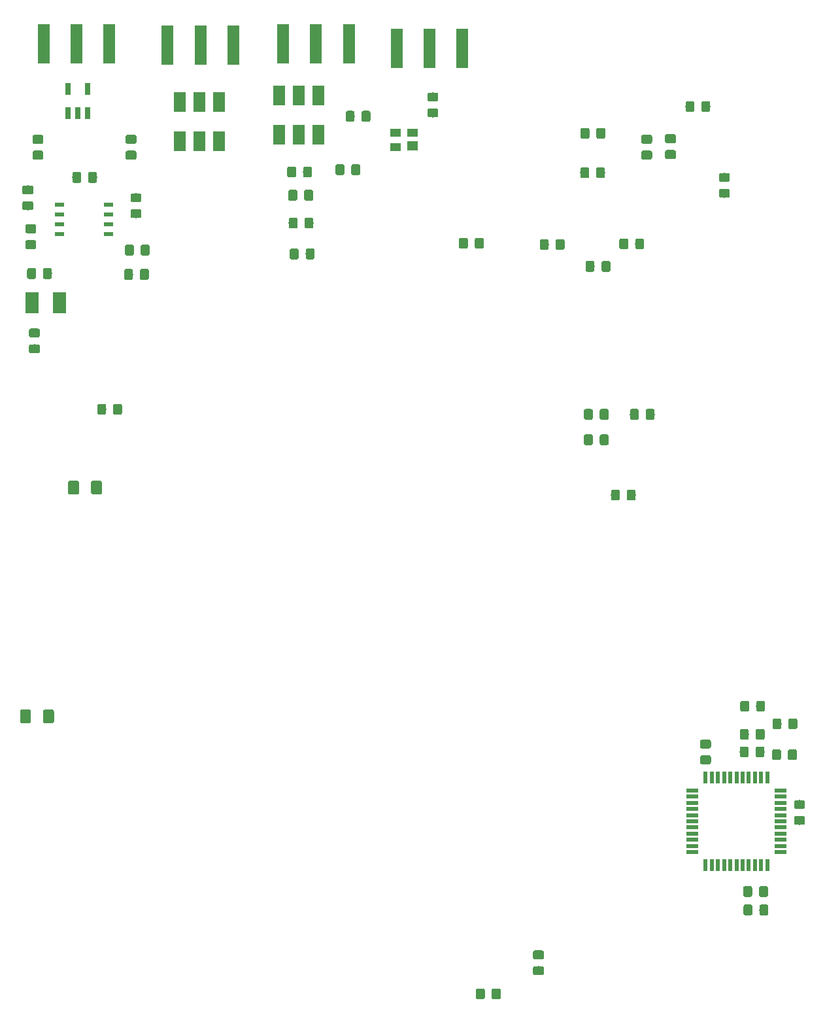
<source format=gtp>
G04 #@! TF.GenerationSoftware,KiCad,Pcbnew,6.0.0-rc1-unknown-e7fa02a~66~ubuntu18.04.1*
G04 #@! TF.CreationDate,2021-06-26T12:49:04-07:00
G04 #@! TF.ProjectId,rp_adapter,72705f61-6461-4707-9465-722e6b696361,rev?*
G04 #@! TF.SameCoordinates,Original*
G04 #@! TF.FileFunction,Paste,Top*
G04 #@! TF.FilePolarity,Positive*
%FSLAX46Y46*%
G04 Gerber Fmt 4.6, Leading zero omitted, Abs format (unit mm)*
G04 Created by KiCad (PCBNEW 6.0.0-rc1-unknown-e7fa02a~66~ubuntu18.04.1) date Sat 26 Jun 2021 12:49:04 PM PDT*
%MOMM*%
%LPD*%
G04 APERTURE LIST*
%ADD10C,0.100000*%
%ADD11C,1.150000*%
%ADD12R,1.500000X0.550000*%
%ADD13R,0.550000X1.500000*%
%ADD14R,1.778000X2.794000*%
%ADD15R,1.650000X2.540000*%
%ADD16R,0.760000X1.650000*%
%ADD17R,1.143000X0.508000*%
%ADD18R,1.500000X5.080000*%
%ADD19R,1.400000X1.200000*%
%ADD20R,1.400000X1.000000*%
%ADD21C,1.425000*%
G04 APERTURE END LIST*
D10*
G36*
X159556505Y-117315204D02*
G01*
X159580773Y-117318804D01*
X159604572Y-117324765D01*
X159627671Y-117333030D01*
X159649850Y-117343520D01*
X159670893Y-117356132D01*
X159690599Y-117370747D01*
X159708777Y-117387223D01*
X159725253Y-117405401D01*
X159739868Y-117425107D01*
X159752480Y-117446150D01*
X159762970Y-117468329D01*
X159771235Y-117491428D01*
X159777196Y-117515227D01*
X159780796Y-117539495D01*
X159782000Y-117563999D01*
X159782000Y-118464001D01*
X159780796Y-118488505D01*
X159777196Y-118512773D01*
X159771235Y-118536572D01*
X159762970Y-118559671D01*
X159752480Y-118581850D01*
X159739868Y-118602893D01*
X159725253Y-118622599D01*
X159708777Y-118640777D01*
X159690599Y-118657253D01*
X159670893Y-118671868D01*
X159649850Y-118684480D01*
X159627671Y-118694970D01*
X159604572Y-118703235D01*
X159580773Y-118709196D01*
X159556505Y-118712796D01*
X159532001Y-118714000D01*
X158881999Y-118714000D01*
X158857495Y-118712796D01*
X158833227Y-118709196D01*
X158809428Y-118703235D01*
X158786329Y-118694970D01*
X158764150Y-118684480D01*
X158743107Y-118671868D01*
X158723401Y-118657253D01*
X158705223Y-118640777D01*
X158688747Y-118622599D01*
X158674132Y-118602893D01*
X158661520Y-118581850D01*
X158651030Y-118559671D01*
X158642765Y-118536572D01*
X158636804Y-118512773D01*
X158633204Y-118488505D01*
X158632000Y-118464001D01*
X158632000Y-117563999D01*
X158633204Y-117539495D01*
X158636804Y-117515227D01*
X158642765Y-117491428D01*
X158651030Y-117468329D01*
X158661520Y-117446150D01*
X158674132Y-117425107D01*
X158688747Y-117405401D01*
X158705223Y-117387223D01*
X158723401Y-117370747D01*
X158743107Y-117356132D01*
X158764150Y-117343520D01*
X158786329Y-117333030D01*
X158809428Y-117324765D01*
X158833227Y-117318804D01*
X158857495Y-117315204D01*
X158881999Y-117314000D01*
X159532001Y-117314000D01*
X159556505Y-117315204D01*
X159556505Y-117315204D01*
G37*
D11*
X159207000Y-118014000D03*
D10*
G36*
X157506505Y-117315204D02*
G01*
X157530773Y-117318804D01*
X157554572Y-117324765D01*
X157577671Y-117333030D01*
X157599850Y-117343520D01*
X157620893Y-117356132D01*
X157640599Y-117370747D01*
X157658777Y-117387223D01*
X157675253Y-117405401D01*
X157689868Y-117425107D01*
X157702480Y-117446150D01*
X157712970Y-117468329D01*
X157721235Y-117491428D01*
X157727196Y-117515227D01*
X157730796Y-117539495D01*
X157732000Y-117563999D01*
X157732000Y-118464001D01*
X157730796Y-118488505D01*
X157727196Y-118512773D01*
X157721235Y-118536572D01*
X157712970Y-118559671D01*
X157702480Y-118581850D01*
X157689868Y-118602893D01*
X157675253Y-118622599D01*
X157658777Y-118640777D01*
X157640599Y-118657253D01*
X157620893Y-118671868D01*
X157599850Y-118684480D01*
X157577671Y-118694970D01*
X157554572Y-118703235D01*
X157530773Y-118709196D01*
X157506505Y-118712796D01*
X157482001Y-118714000D01*
X156831999Y-118714000D01*
X156807495Y-118712796D01*
X156783227Y-118709196D01*
X156759428Y-118703235D01*
X156736329Y-118694970D01*
X156714150Y-118684480D01*
X156693107Y-118671868D01*
X156673401Y-118657253D01*
X156655223Y-118640777D01*
X156638747Y-118622599D01*
X156624132Y-118602893D01*
X156611520Y-118581850D01*
X156601030Y-118559671D01*
X156592765Y-118536572D01*
X156586804Y-118512773D01*
X156583204Y-118488505D01*
X156582000Y-118464001D01*
X156582000Y-117563999D01*
X156583204Y-117539495D01*
X156586804Y-117515227D01*
X156592765Y-117491428D01*
X156601030Y-117468329D01*
X156611520Y-117446150D01*
X156624132Y-117425107D01*
X156638747Y-117405401D01*
X156655223Y-117387223D01*
X156673401Y-117370747D01*
X156693107Y-117356132D01*
X156714150Y-117343520D01*
X156736329Y-117333030D01*
X156759428Y-117324765D01*
X156783227Y-117318804D01*
X156807495Y-117315204D01*
X156831999Y-117314000D01*
X157482001Y-117314000D01*
X157506505Y-117315204D01*
X157506505Y-117315204D01*
G37*
D11*
X157157000Y-118014000D03*
D12*
X146203000Y-126641000D03*
X146203000Y-127441000D03*
X146203000Y-128241000D03*
X146203000Y-129041000D03*
X146203000Y-129841000D03*
X146203000Y-130641000D03*
X146203000Y-131441000D03*
X146203000Y-132241000D03*
X146203000Y-133041000D03*
X146203000Y-133841000D03*
X146203000Y-134641000D03*
D13*
X147903000Y-136341000D03*
X148703000Y-136341000D03*
X149503000Y-136341000D03*
X150303000Y-136341000D03*
X151103000Y-136341000D03*
X151903000Y-136341000D03*
X152703000Y-136341000D03*
X153503000Y-136341000D03*
X154303000Y-136341000D03*
X155103000Y-136341000D03*
X155903000Y-136341000D03*
D12*
X157603000Y-134641000D03*
X157603000Y-133841000D03*
X157603000Y-133041000D03*
X157603000Y-132241000D03*
X157603000Y-131441000D03*
X157603000Y-130641000D03*
X157603000Y-129841000D03*
X157603000Y-129041000D03*
X157603000Y-128241000D03*
X157603000Y-127441000D03*
X157603000Y-126641000D03*
D13*
X155903000Y-124941000D03*
X155103000Y-124941000D03*
X154303000Y-124941000D03*
X153503000Y-124941000D03*
X152703000Y-124941000D03*
X151903000Y-124941000D03*
X151103000Y-124941000D03*
X150303000Y-124941000D03*
X149503000Y-124941000D03*
X148703000Y-124941000D03*
X147903000Y-124941000D03*
D14*
X60634000Y-63521000D03*
X64190000Y-63521000D03*
D15*
X79829000Y-42621000D03*
X79829000Y-37541000D03*
X82369000Y-42621000D03*
X84909000Y-42621000D03*
X84909000Y-37541000D03*
X82369000Y-37541000D03*
D16*
X67905000Y-35793000D03*
X65365000Y-35793000D03*
X67905000Y-38968000D03*
X66635000Y-38968000D03*
X65365000Y-38968000D03*
D17*
X70555000Y-50805000D03*
X70555000Y-52075000D03*
X70555000Y-53345000D03*
X70555000Y-54615000D03*
X64205000Y-54615000D03*
X64205000Y-53345000D03*
X64205000Y-52075000D03*
X64205000Y-50805000D03*
D15*
X97747000Y-36699000D03*
X97747000Y-41779000D03*
X95207000Y-36699000D03*
X92667000Y-36699000D03*
X92667000Y-41779000D03*
X95207000Y-41779000D03*
D10*
G36*
X96894505Y-52481204D02*
G01*
X96918773Y-52484804D01*
X96942572Y-52490765D01*
X96965671Y-52499030D01*
X96987850Y-52509520D01*
X97008893Y-52522132D01*
X97028599Y-52536747D01*
X97046777Y-52553223D01*
X97063253Y-52571401D01*
X97077868Y-52591107D01*
X97090480Y-52612150D01*
X97100970Y-52634329D01*
X97109235Y-52657428D01*
X97115196Y-52681227D01*
X97118796Y-52705495D01*
X97120000Y-52729999D01*
X97120000Y-53630001D01*
X97118796Y-53654505D01*
X97115196Y-53678773D01*
X97109235Y-53702572D01*
X97100970Y-53725671D01*
X97090480Y-53747850D01*
X97077868Y-53768893D01*
X97063253Y-53788599D01*
X97046777Y-53806777D01*
X97028599Y-53823253D01*
X97008893Y-53837868D01*
X96987850Y-53850480D01*
X96965671Y-53860970D01*
X96942572Y-53869235D01*
X96918773Y-53875196D01*
X96894505Y-53878796D01*
X96870001Y-53880000D01*
X96219999Y-53880000D01*
X96195495Y-53878796D01*
X96171227Y-53875196D01*
X96147428Y-53869235D01*
X96124329Y-53860970D01*
X96102150Y-53850480D01*
X96081107Y-53837868D01*
X96061401Y-53823253D01*
X96043223Y-53806777D01*
X96026747Y-53788599D01*
X96012132Y-53768893D01*
X95999520Y-53747850D01*
X95989030Y-53725671D01*
X95980765Y-53702572D01*
X95974804Y-53678773D01*
X95971204Y-53654505D01*
X95970000Y-53630001D01*
X95970000Y-52729999D01*
X95971204Y-52705495D01*
X95974804Y-52681227D01*
X95980765Y-52657428D01*
X95989030Y-52634329D01*
X95999520Y-52612150D01*
X96012132Y-52591107D01*
X96026747Y-52571401D01*
X96043223Y-52553223D01*
X96061401Y-52536747D01*
X96081107Y-52522132D01*
X96102150Y-52509520D01*
X96124329Y-52499030D01*
X96147428Y-52490765D01*
X96171227Y-52484804D01*
X96195495Y-52481204D01*
X96219999Y-52480000D01*
X96870001Y-52480000D01*
X96894505Y-52481204D01*
X96894505Y-52481204D01*
G37*
D11*
X96545000Y-53180000D03*
D10*
G36*
X94844505Y-52481204D02*
G01*
X94868773Y-52484804D01*
X94892572Y-52490765D01*
X94915671Y-52499030D01*
X94937850Y-52509520D01*
X94958893Y-52522132D01*
X94978599Y-52536747D01*
X94996777Y-52553223D01*
X95013253Y-52571401D01*
X95027868Y-52591107D01*
X95040480Y-52612150D01*
X95050970Y-52634329D01*
X95059235Y-52657428D01*
X95065196Y-52681227D01*
X95068796Y-52705495D01*
X95070000Y-52729999D01*
X95070000Y-53630001D01*
X95068796Y-53654505D01*
X95065196Y-53678773D01*
X95059235Y-53702572D01*
X95050970Y-53725671D01*
X95040480Y-53747850D01*
X95027868Y-53768893D01*
X95013253Y-53788599D01*
X94996777Y-53806777D01*
X94978599Y-53823253D01*
X94958893Y-53837868D01*
X94937850Y-53850480D01*
X94915671Y-53860970D01*
X94892572Y-53869235D01*
X94868773Y-53875196D01*
X94844505Y-53878796D01*
X94820001Y-53880000D01*
X94169999Y-53880000D01*
X94145495Y-53878796D01*
X94121227Y-53875196D01*
X94097428Y-53869235D01*
X94074329Y-53860970D01*
X94052150Y-53850480D01*
X94031107Y-53837868D01*
X94011401Y-53823253D01*
X93993223Y-53806777D01*
X93976747Y-53788599D01*
X93962132Y-53768893D01*
X93949520Y-53747850D01*
X93939030Y-53725671D01*
X93930765Y-53702572D01*
X93924804Y-53678773D01*
X93921204Y-53654505D01*
X93920000Y-53630001D01*
X93920000Y-52729999D01*
X93921204Y-52705495D01*
X93924804Y-52681227D01*
X93930765Y-52657428D01*
X93939030Y-52634329D01*
X93949520Y-52612150D01*
X93962132Y-52591107D01*
X93976747Y-52571401D01*
X93993223Y-52553223D01*
X94011401Y-52536747D01*
X94031107Y-52522132D01*
X94052150Y-52509520D01*
X94074329Y-52499030D01*
X94097428Y-52490765D01*
X94121227Y-52484804D01*
X94145495Y-52481204D01*
X94169999Y-52480000D01*
X94820001Y-52480000D01*
X94844505Y-52481204D01*
X94844505Y-52481204D01*
G37*
D11*
X94495000Y-53180000D03*
D10*
G36*
X94987505Y-56473204D02*
G01*
X95011773Y-56476804D01*
X95035572Y-56482765D01*
X95058671Y-56491030D01*
X95080850Y-56501520D01*
X95101893Y-56514132D01*
X95121599Y-56528747D01*
X95139777Y-56545223D01*
X95156253Y-56563401D01*
X95170868Y-56583107D01*
X95183480Y-56604150D01*
X95193970Y-56626329D01*
X95202235Y-56649428D01*
X95208196Y-56673227D01*
X95211796Y-56697495D01*
X95213000Y-56721999D01*
X95213000Y-57622001D01*
X95211796Y-57646505D01*
X95208196Y-57670773D01*
X95202235Y-57694572D01*
X95193970Y-57717671D01*
X95183480Y-57739850D01*
X95170868Y-57760893D01*
X95156253Y-57780599D01*
X95139777Y-57798777D01*
X95121599Y-57815253D01*
X95101893Y-57829868D01*
X95080850Y-57842480D01*
X95058671Y-57852970D01*
X95035572Y-57861235D01*
X95011773Y-57867196D01*
X94987505Y-57870796D01*
X94963001Y-57872000D01*
X94312999Y-57872000D01*
X94288495Y-57870796D01*
X94264227Y-57867196D01*
X94240428Y-57861235D01*
X94217329Y-57852970D01*
X94195150Y-57842480D01*
X94174107Y-57829868D01*
X94154401Y-57815253D01*
X94136223Y-57798777D01*
X94119747Y-57780599D01*
X94105132Y-57760893D01*
X94092520Y-57739850D01*
X94082030Y-57717671D01*
X94073765Y-57694572D01*
X94067804Y-57670773D01*
X94064204Y-57646505D01*
X94063000Y-57622001D01*
X94063000Y-56721999D01*
X94064204Y-56697495D01*
X94067804Y-56673227D01*
X94073765Y-56649428D01*
X94082030Y-56626329D01*
X94092520Y-56604150D01*
X94105132Y-56583107D01*
X94119747Y-56563401D01*
X94136223Y-56545223D01*
X94154401Y-56528747D01*
X94174107Y-56514132D01*
X94195150Y-56501520D01*
X94217329Y-56491030D01*
X94240428Y-56482765D01*
X94264227Y-56476804D01*
X94288495Y-56473204D01*
X94312999Y-56472000D01*
X94963001Y-56472000D01*
X94987505Y-56473204D01*
X94987505Y-56473204D01*
G37*
D11*
X94638000Y-57172000D03*
D10*
G36*
X97037505Y-56473204D02*
G01*
X97061773Y-56476804D01*
X97085572Y-56482765D01*
X97108671Y-56491030D01*
X97130850Y-56501520D01*
X97151893Y-56514132D01*
X97171599Y-56528747D01*
X97189777Y-56545223D01*
X97206253Y-56563401D01*
X97220868Y-56583107D01*
X97233480Y-56604150D01*
X97243970Y-56626329D01*
X97252235Y-56649428D01*
X97258196Y-56673227D01*
X97261796Y-56697495D01*
X97263000Y-56721999D01*
X97263000Y-57622001D01*
X97261796Y-57646505D01*
X97258196Y-57670773D01*
X97252235Y-57694572D01*
X97243970Y-57717671D01*
X97233480Y-57739850D01*
X97220868Y-57760893D01*
X97206253Y-57780599D01*
X97189777Y-57798777D01*
X97171599Y-57815253D01*
X97151893Y-57829868D01*
X97130850Y-57842480D01*
X97108671Y-57852970D01*
X97085572Y-57861235D01*
X97061773Y-57867196D01*
X97037505Y-57870796D01*
X97013001Y-57872000D01*
X96362999Y-57872000D01*
X96338495Y-57870796D01*
X96314227Y-57867196D01*
X96290428Y-57861235D01*
X96267329Y-57852970D01*
X96245150Y-57842480D01*
X96224107Y-57829868D01*
X96204401Y-57815253D01*
X96186223Y-57798777D01*
X96169747Y-57780599D01*
X96155132Y-57760893D01*
X96142520Y-57739850D01*
X96132030Y-57717671D01*
X96123765Y-57694572D01*
X96117804Y-57670773D01*
X96114204Y-57646505D01*
X96113000Y-57622001D01*
X96113000Y-56721999D01*
X96114204Y-56697495D01*
X96117804Y-56673227D01*
X96123765Y-56649428D01*
X96132030Y-56626329D01*
X96142520Y-56604150D01*
X96155132Y-56583107D01*
X96169747Y-56563401D01*
X96186223Y-56545223D01*
X96204401Y-56528747D01*
X96224107Y-56514132D01*
X96245150Y-56501520D01*
X96267329Y-56491030D01*
X96290428Y-56482765D01*
X96314227Y-56476804D01*
X96338495Y-56473204D01*
X96362999Y-56472000D01*
X97013001Y-56472000D01*
X97037505Y-56473204D01*
X97037505Y-56473204D01*
G37*
D11*
X96688000Y-57172000D03*
D10*
G36*
X137667505Y-55162204D02*
G01*
X137691773Y-55165804D01*
X137715572Y-55171765D01*
X137738671Y-55180030D01*
X137760850Y-55190520D01*
X137781893Y-55203132D01*
X137801599Y-55217747D01*
X137819777Y-55234223D01*
X137836253Y-55252401D01*
X137850868Y-55272107D01*
X137863480Y-55293150D01*
X137873970Y-55315329D01*
X137882235Y-55338428D01*
X137888196Y-55362227D01*
X137891796Y-55386495D01*
X137893000Y-55410999D01*
X137893000Y-56311001D01*
X137891796Y-56335505D01*
X137888196Y-56359773D01*
X137882235Y-56383572D01*
X137873970Y-56406671D01*
X137863480Y-56428850D01*
X137850868Y-56449893D01*
X137836253Y-56469599D01*
X137819777Y-56487777D01*
X137801599Y-56504253D01*
X137781893Y-56518868D01*
X137760850Y-56531480D01*
X137738671Y-56541970D01*
X137715572Y-56550235D01*
X137691773Y-56556196D01*
X137667505Y-56559796D01*
X137643001Y-56561000D01*
X136992999Y-56561000D01*
X136968495Y-56559796D01*
X136944227Y-56556196D01*
X136920428Y-56550235D01*
X136897329Y-56541970D01*
X136875150Y-56531480D01*
X136854107Y-56518868D01*
X136834401Y-56504253D01*
X136816223Y-56487777D01*
X136799747Y-56469599D01*
X136785132Y-56449893D01*
X136772520Y-56428850D01*
X136762030Y-56406671D01*
X136753765Y-56383572D01*
X136747804Y-56359773D01*
X136744204Y-56335505D01*
X136743000Y-56311001D01*
X136743000Y-55410999D01*
X136744204Y-55386495D01*
X136747804Y-55362227D01*
X136753765Y-55338428D01*
X136762030Y-55315329D01*
X136772520Y-55293150D01*
X136785132Y-55272107D01*
X136799747Y-55252401D01*
X136816223Y-55234223D01*
X136834401Y-55217747D01*
X136854107Y-55203132D01*
X136875150Y-55190520D01*
X136897329Y-55180030D01*
X136920428Y-55171765D01*
X136944227Y-55165804D01*
X136968495Y-55162204D01*
X136992999Y-55161000D01*
X137643001Y-55161000D01*
X137667505Y-55162204D01*
X137667505Y-55162204D01*
G37*
D11*
X137318000Y-55861000D03*
D10*
G36*
X139717505Y-55162204D02*
G01*
X139741773Y-55165804D01*
X139765572Y-55171765D01*
X139788671Y-55180030D01*
X139810850Y-55190520D01*
X139831893Y-55203132D01*
X139851599Y-55217747D01*
X139869777Y-55234223D01*
X139886253Y-55252401D01*
X139900868Y-55272107D01*
X139913480Y-55293150D01*
X139923970Y-55315329D01*
X139932235Y-55338428D01*
X139938196Y-55362227D01*
X139941796Y-55386495D01*
X139943000Y-55410999D01*
X139943000Y-56311001D01*
X139941796Y-56335505D01*
X139938196Y-56359773D01*
X139932235Y-56383572D01*
X139923970Y-56406671D01*
X139913480Y-56428850D01*
X139900868Y-56449893D01*
X139886253Y-56469599D01*
X139869777Y-56487777D01*
X139851599Y-56504253D01*
X139831893Y-56518868D01*
X139810850Y-56531480D01*
X139788671Y-56541970D01*
X139765572Y-56550235D01*
X139741773Y-56556196D01*
X139717505Y-56559796D01*
X139693001Y-56561000D01*
X139042999Y-56561000D01*
X139018495Y-56559796D01*
X138994227Y-56556196D01*
X138970428Y-56550235D01*
X138947329Y-56541970D01*
X138925150Y-56531480D01*
X138904107Y-56518868D01*
X138884401Y-56504253D01*
X138866223Y-56487777D01*
X138849747Y-56469599D01*
X138835132Y-56449893D01*
X138822520Y-56428850D01*
X138812030Y-56406671D01*
X138803765Y-56383572D01*
X138797804Y-56359773D01*
X138794204Y-56335505D01*
X138793000Y-56311001D01*
X138793000Y-55410999D01*
X138794204Y-55386495D01*
X138797804Y-55362227D01*
X138803765Y-55338428D01*
X138812030Y-55315329D01*
X138822520Y-55293150D01*
X138835132Y-55272107D01*
X138849747Y-55252401D01*
X138866223Y-55234223D01*
X138884401Y-55217747D01*
X138904107Y-55203132D01*
X138925150Y-55190520D01*
X138947329Y-55180030D01*
X138970428Y-55171765D01*
X138994227Y-55165804D01*
X139018495Y-55162204D01*
X139042999Y-55161000D01*
X139693001Y-55161000D01*
X139717505Y-55162204D01*
X139717505Y-55162204D01*
G37*
D11*
X139368000Y-55861000D03*
D10*
G36*
X127365505Y-55245204D02*
G01*
X127389773Y-55248804D01*
X127413572Y-55254765D01*
X127436671Y-55263030D01*
X127458850Y-55273520D01*
X127479893Y-55286132D01*
X127499599Y-55300747D01*
X127517777Y-55317223D01*
X127534253Y-55335401D01*
X127548868Y-55355107D01*
X127561480Y-55376150D01*
X127571970Y-55398329D01*
X127580235Y-55421428D01*
X127586196Y-55445227D01*
X127589796Y-55469495D01*
X127591000Y-55493999D01*
X127591000Y-56394001D01*
X127589796Y-56418505D01*
X127586196Y-56442773D01*
X127580235Y-56466572D01*
X127571970Y-56489671D01*
X127561480Y-56511850D01*
X127548868Y-56532893D01*
X127534253Y-56552599D01*
X127517777Y-56570777D01*
X127499599Y-56587253D01*
X127479893Y-56601868D01*
X127458850Y-56614480D01*
X127436671Y-56624970D01*
X127413572Y-56633235D01*
X127389773Y-56639196D01*
X127365505Y-56642796D01*
X127341001Y-56644000D01*
X126690999Y-56644000D01*
X126666495Y-56642796D01*
X126642227Y-56639196D01*
X126618428Y-56633235D01*
X126595329Y-56624970D01*
X126573150Y-56614480D01*
X126552107Y-56601868D01*
X126532401Y-56587253D01*
X126514223Y-56570777D01*
X126497747Y-56552599D01*
X126483132Y-56532893D01*
X126470520Y-56511850D01*
X126460030Y-56489671D01*
X126451765Y-56466572D01*
X126445804Y-56442773D01*
X126442204Y-56418505D01*
X126441000Y-56394001D01*
X126441000Y-55493999D01*
X126442204Y-55469495D01*
X126445804Y-55445227D01*
X126451765Y-55421428D01*
X126460030Y-55398329D01*
X126470520Y-55376150D01*
X126483132Y-55355107D01*
X126497747Y-55335401D01*
X126514223Y-55317223D01*
X126532401Y-55300747D01*
X126552107Y-55286132D01*
X126573150Y-55273520D01*
X126595329Y-55263030D01*
X126618428Y-55254765D01*
X126642227Y-55248804D01*
X126666495Y-55245204D01*
X126690999Y-55244000D01*
X127341001Y-55244000D01*
X127365505Y-55245204D01*
X127365505Y-55245204D01*
G37*
D11*
X127016000Y-55944000D03*
D10*
G36*
X129415505Y-55245204D02*
G01*
X129439773Y-55248804D01*
X129463572Y-55254765D01*
X129486671Y-55263030D01*
X129508850Y-55273520D01*
X129529893Y-55286132D01*
X129549599Y-55300747D01*
X129567777Y-55317223D01*
X129584253Y-55335401D01*
X129598868Y-55355107D01*
X129611480Y-55376150D01*
X129621970Y-55398329D01*
X129630235Y-55421428D01*
X129636196Y-55445227D01*
X129639796Y-55469495D01*
X129641000Y-55493999D01*
X129641000Y-56394001D01*
X129639796Y-56418505D01*
X129636196Y-56442773D01*
X129630235Y-56466572D01*
X129621970Y-56489671D01*
X129611480Y-56511850D01*
X129598868Y-56532893D01*
X129584253Y-56552599D01*
X129567777Y-56570777D01*
X129549599Y-56587253D01*
X129529893Y-56601868D01*
X129508850Y-56614480D01*
X129486671Y-56624970D01*
X129463572Y-56633235D01*
X129439773Y-56639196D01*
X129415505Y-56642796D01*
X129391001Y-56644000D01*
X128740999Y-56644000D01*
X128716495Y-56642796D01*
X128692227Y-56639196D01*
X128668428Y-56633235D01*
X128645329Y-56624970D01*
X128623150Y-56614480D01*
X128602107Y-56601868D01*
X128582401Y-56587253D01*
X128564223Y-56570777D01*
X128547747Y-56552599D01*
X128533132Y-56532893D01*
X128520520Y-56511850D01*
X128510030Y-56489671D01*
X128501765Y-56466572D01*
X128495804Y-56442773D01*
X128492204Y-56418505D01*
X128491000Y-56394001D01*
X128491000Y-55493999D01*
X128492204Y-55469495D01*
X128495804Y-55445227D01*
X128501765Y-55421428D01*
X128510030Y-55398329D01*
X128520520Y-55376150D01*
X128533132Y-55355107D01*
X128547747Y-55335401D01*
X128564223Y-55317223D01*
X128582401Y-55300747D01*
X128602107Y-55286132D01*
X128623150Y-55273520D01*
X128645329Y-55263030D01*
X128668428Y-55254765D01*
X128692227Y-55248804D01*
X128716495Y-55245204D01*
X128740999Y-55244000D01*
X129391001Y-55244000D01*
X129415505Y-55245204D01*
X129415505Y-55245204D01*
G37*
D11*
X129066000Y-55944000D03*
D10*
G36*
X143836505Y-43728204D02*
G01*
X143860773Y-43731804D01*
X143884572Y-43737765D01*
X143907671Y-43746030D01*
X143929850Y-43756520D01*
X143950893Y-43769132D01*
X143970599Y-43783747D01*
X143988777Y-43800223D01*
X144005253Y-43818401D01*
X144019868Y-43838107D01*
X144032480Y-43859150D01*
X144042970Y-43881329D01*
X144051235Y-43904428D01*
X144057196Y-43928227D01*
X144060796Y-43952495D01*
X144062000Y-43976999D01*
X144062000Y-44627001D01*
X144060796Y-44651505D01*
X144057196Y-44675773D01*
X144051235Y-44699572D01*
X144042970Y-44722671D01*
X144032480Y-44744850D01*
X144019868Y-44765893D01*
X144005253Y-44785599D01*
X143988777Y-44803777D01*
X143970599Y-44820253D01*
X143950893Y-44834868D01*
X143929850Y-44847480D01*
X143907671Y-44857970D01*
X143884572Y-44866235D01*
X143860773Y-44872196D01*
X143836505Y-44875796D01*
X143812001Y-44877000D01*
X142911999Y-44877000D01*
X142887495Y-44875796D01*
X142863227Y-44872196D01*
X142839428Y-44866235D01*
X142816329Y-44857970D01*
X142794150Y-44847480D01*
X142773107Y-44834868D01*
X142753401Y-44820253D01*
X142735223Y-44803777D01*
X142718747Y-44785599D01*
X142704132Y-44765893D01*
X142691520Y-44744850D01*
X142681030Y-44722671D01*
X142672765Y-44699572D01*
X142666804Y-44675773D01*
X142663204Y-44651505D01*
X142662000Y-44627001D01*
X142662000Y-43976999D01*
X142663204Y-43952495D01*
X142666804Y-43928227D01*
X142672765Y-43904428D01*
X142681030Y-43881329D01*
X142691520Y-43859150D01*
X142704132Y-43838107D01*
X142718747Y-43818401D01*
X142735223Y-43800223D01*
X142753401Y-43783747D01*
X142773107Y-43769132D01*
X142794150Y-43756520D01*
X142816329Y-43746030D01*
X142839428Y-43737765D01*
X142863227Y-43731804D01*
X142887495Y-43728204D01*
X142911999Y-43727000D01*
X143812001Y-43727000D01*
X143836505Y-43728204D01*
X143836505Y-43728204D01*
G37*
D11*
X143362000Y-44302000D03*
D10*
G36*
X143836505Y-41678204D02*
G01*
X143860773Y-41681804D01*
X143884572Y-41687765D01*
X143907671Y-41696030D01*
X143929850Y-41706520D01*
X143950893Y-41719132D01*
X143970599Y-41733747D01*
X143988777Y-41750223D01*
X144005253Y-41768401D01*
X144019868Y-41788107D01*
X144032480Y-41809150D01*
X144042970Y-41831329D01*
X144051235Y-41854428D01*
X144057196Y-41878227D01*
X144060796Y-41902495D01*
X144062000Y-41926999D01*
X144062000Y-42577001D01*
X144060796Y-42601505D01*
X144057196Y-42625773D01*
X144051235Y-42649572D01*
X144042970Y-42672671D01*
X144032480Y-42694850D01*
X144019868Y-42715893D01*
X144005253Y-42735599D01*
X143988777Y-42753777D01*
X143970599Y-42770253D01*
X143950893Y-42784868D01*
X143929850Y-42797480D01*
X143907671Y-42807970D01*
X143884572Y-42816235D01*
X143860773Y-42822196D01*
X143836505Y-42825796D01*
X143812001Y-42827000D01*
X142911999Y-42827000D01*
X142887495Y-42825796D01*
X142863227Y-42822196D01*
X142839428Y-42816235D01*
X142816329Y-42807970D01*
X142794150Y-42797480D01*
X142773107Y-42784868D01*
X142753401Y-42770253D01*
X142735223Y-42753777D01*
X142718747Y-42735599D01*
X142704132Y-42715893D01*
X142691520Y-42694850D01*
X142681030Y-42672671D01*
X142672765Y-42649572D01*
X142666804Y-42625773D01*
X142663204Y-42601505D01*
X142662000Y-42577001D01*
X142662000Y-41926999D01*
X142663204Y-41902495D01*
X142666804Y-41878227D01*
X142672765Y-41854428D01*
X142681030Y-41831329D01*
X142691520Y-41809150D01*
X142704132Y-41788107D01*
X142718747Y-41768401D01*
X142735223Y-41750223D01*
X142753401Y-41733747D01*
X142773107Y-41719132D01*
X142794150Y-41706520D01*
X142816329Y-41696030D01*
X142839428Y-41687765D01*
X142863227Y-41681804D01*
X142887495Y-41678204D01*
X142911999Y-41677000D01*
X143812001Y-41677000D01*
X143836505Y-41678204D01*
X143836505Y-41678204D01*
G37*
D11*
X143362000Y-42252000D03*
D10*
G36*
X104274505Y-38648204D02*
G01*
X104298773Y-38651804D01*
X104322572Y-38657765D01*
X104345671Y-38666030D01*
X104367850Y-38676520D01*
X104388893Y-38689132D01*
X104408599Y-38703747D01*
X104426777Y-38720223D01*
X104443253Y-38738401D01*
X104457868Y-38758107D01*
X104470480Y-38779150D01*
X104480970Y-38801329D01*
X104489235Y-38824428D01*
X104495196Y-38848227D01*
X104498796Y-38872495D01*
X104500000Y-38896999D01*
X104500000Y-39797001D01*
X104498796Y-39821505D01*
X104495196Y-39845773D01*
X104489235Y-39869572D01*
X104480970Y-39892671D01*
X104470480Y-39914850D01*
X104457868Y-39935893D01*
X104443253Y-39955599D01*
X104426777Y-39973777D01*
X104408599Y-39990253D01*
X104388893Y-40004868D01*
X104367850Y-40017480D01*
X104345671Y-40027970D01*
X104322572Y-40036235D01*
X104298773Y-40042196D01*
X104274505Y-40045796D01*
X104250001Y-40047000D01*
X103599999Y-40047000D01*
X103575495Y-40045796D01*
X103551227Y-40042196D01*
X103527428Y-40036235D01*
X103504329Y-40027970D01*
X103482150Y-40017480D01*
X103461107Y-40004868D01*
X103441401Y-39990253D01*
X103423223Y-39973777D01*
X103406747Y-39955599D01*
X103392132Y-39935893D01*
X103379520Y-39914850D01*
X103369030Y-39892671D01*
X103360765Y-39869572D01*
X103354804Y-39845773D01*
X103351204Y-39821505D01*
X103350000Y-39797001D01*
X103350000Y-38896999D01*
X103351204Y-38872495D01*
X103354804Y-38848227D01*
X103360765Y-38824428D01*
X103369030Y-38801329D01*
X103379520Y-38779150D01*
X103392132Y-38758107D01*
X103406747Y-38738401D01*
X103423223Y-38720223D01*
X103441401Y-38703747D01*
X103461107Y-38689132D01*
X103482150Y-38676520D01*
X103504329Y-38666030D01*
X103527428Y-38657765D01*
X103551227Y-38651804D01*
X103575495Y-38648204D01*
X103599999Y-38647000D01*
X104250001Y-38647000D01*
X104274505Y-38648204D01*
X104274505Y-38648204D01*
G37*
D11*
X103925000Y-39347000D03*
D10*
G36*
X102224505Y-38648204D02*
G01*
X102248773Y-38651804D01*
X102272572Y-38657765D01*
X102295671Y-38666030D01*
X102317850Y-38676520D01*
X102338893Y-38689132D01*
X102358599Y-38703747D01*
X102376777Y-38720223D01*
X102393253Y-38738401D01*
X102407868Y-38758107D01*
X102420480Y-38779150D01*
X102430970Y-38801329D01*
X102439235Y-38824428D01*
X102445196Y-38848227D01*
X102448796Y-38872495D01*
X102450000Y-38896999D01*
X102450000Y-39797001D01*
X102448796Y-39821505D01*
X102445196Y-39845773D01*
X102439235Y-39869572D01*
X102430970Y-39892671D01*
X102420480Y-39914850D01*
X102407868Y-39935893D01*
X102393253Y-39955599D01*
X102376777Y-39973777D01*
X102358599Y-39990253D01*
X102338893Y-40004868D01*
X102317850Y-40017480D01*
X102295671Y-40027970D01*
X102272572Y-40036235D01*
X102248773Y-40042196D01*
X102224505Y-40045796D01*
X102200001Y-40047000D01*
X101549999Y-40047000D01*
X101525495Y-40045796D01*
X101501227Y-40042196D01*
X101477428Y-40036235D01*
X101454329Y-40027970D01*
X101432150Y-40017480D01*
X101411107Y-40004868D01*
X101391401Y-39990253D01*
X101373223Y-39973777D01*
X101356747Y-39955599D01*
X101342132Y-39935893D01*
X101329520Y-39914850D01*
X101319030Y-39892671D01*
X101310765Y-39869572D01*
X101304804Y-39845773D01*
X101301204Y-39821505D01*
X101300000Y-39797001D01*
X101300000Y-38896999D01*
X101301204Y-38872495D01*
X101304804Y-38848227D01*
X101310765Y-38824428D01*
X101319030Y-38801329D01*
X101329520Y-38779150D01*
X101342132Y-38758107D01*
X101356747Y-38738401D01*
X101373223Y-38720223D01*
X101391401Y-38703747D01*
X101411107Y-38689132D01*
X101432150Y-38676520D01*
X101454329Y-38666030D01*
X101477428Y-38657765D01*
X101501227Y-38651804D01*
X101525495Y-38648204D01*
X101549999Y-38647000D01*
X102200001Y-38647000D01*
X102224505Y-38648204D01*
X102224505Y-38648204D01*
G37*
D11*
X101875000Y-39347000D03*
D10*
G36*
X94798505Y-48878204D02*
G01*
X94822773Y-48881804D01*
X94846572Y-48887765D01*
X94869671Y-48896030D01*
X94891850Y-48906520D01*
X94912893Y-48919132D01*
X94932599Y-48933747D01*
X94950777Y-48950223D01*
X94967253Y-48968401D01*
X94981868Y-48988107D01*
X94994480Y-49009150D01*
X95004970Y-49031329D01*
X95013235Y-49054428D01*
X95019196Y-49078227D01*
X95022796Y-49102495D01*
X95024000Y-49126999D01*
X95024000Y-50027001D01*
X95022796Y-50051505D01*
X95019196Y-50075773D01*
X95013235Y-50099572D01*
X95004970Y-50122671D01*
X94994480Y-50144850D01*
X94981868Y-50165893D01*
X94967253Y-50185599D01*
X94950777Y-50203777D01*
X94932599Y-50220253D01*
X94912893Y-50234868D01*
X94891850Y-50247480D01*
X94869671Y-50257970D01*
X94846572Y-50266235D01*
X94822773Y-50272196D01*
X94798505Y-50275796D01*
X94774001Y-50277000D01*
X94123999Y-50277000D01*
X94099495Y-50275796D01*
X94075227Y-50272196D01*
X94051428Y-50266235D01*
X94028329Y-50257970D01*
X94006150Y-50247480D01*
X93985107Y-50234868D01*
X93965401Y-50220253D01*
X93947223Y-50203777D01*
X93930747Y-50185599D01*
X93916132Y-50165893D01*
X93903520Y-50144850D01*
X93893030Y-50122671D01*
X93884765Y-50099572D01*
X93878804Y-50075773D01*
X93875204Y-50051505D01*
X93874000Y-50027001D01*
X93874000Y-49126999D01*
X93875204Y-49102495D01*
X93878804Y-49078227D01*
X93884765Y-49054428D01*
X93893030Y-49031329D01*
X93903520Y-49009150D01*
X93916132Y-48988107D01*
X93930747Y-48968401D01*
X93947223Y-48950223D01*
X93965401Y-48933747D01*
X93985107Y-48919132D01*
X94006150Y-48906520D01*
X94028329Y-48896030D01*
X94051428Y-48887765D01*
X94075227Y-48881804D01*
X94099495Y-48878204D01*
X94123999Y-48877000D01*
X94774001Y-48877000D01*
X94798505Y-48878204D01*
X94798505Y-48878204D01*
G37*
D11*
X94449000Y-49577000D03*
D10*
G36*
X96848505Y-48878204D02*
G01*
X96872773Y-48881804D01*
X96896572Y-48887765D01*
X96919671Y-48896030D01*
X96941850Y-48906520D01*
X96962893Y-48919132D01*
X96982599Y-48933747D01*
X97000777Y-48950223D01*
X97017253Y-48968401D01*
X97031868Y-48988107D01*
X97044480Y-49009150D01*
X97054970Y-49031329D01*
X97063235Y-49054428D01*
X97069196Y-49078227D01*
X97072796Y-49102495D01*
X97074000Y-49126999D01*
X97074000Y-50027001D01*
X97072796Y-50051505D01*
X97069196Y-50075773D01*
X97063235Y-50099572D01*
X97054970Y-50122671D01*
X97044480Y-50144850D01*
X97031868Y-50165893D01*
X97017253Y-50185599D01*
X97000777Y-50203777D01*
X96982599Y-50220253D01*
X96962893Y-50234868D01*
X96941850Y-50247480D01*
X96919671Y-50257970D01*
X96896572Y-50266235D01*
X96872773Y-50272196D01*
X96848505Y-50275796D01*
X96824001Y-50277000D01*
X96173999Y-50277000D01*
X96149495Y-50275796D01*
X96125227Y-50272196D01*
X96101428Y-50266235D01*
X96078329Y-50257970D01*
X96056150Y-50247480D01*
X96035107Y-50234868D01*
X96015401Y-50220253D01*
X95997223Y-50203777D01*
X95980747Y-50185599D01*
X95966132Y-50165893D01*
X95953520Y-50144850D01*
X95943030Y-50122671D01*
X95934765Y-50099572D01*
X95928804Y-50075773D01*
X95925204Y-50051505D01*
X95924000Y-50027001D01*
X95924000Y-49126999D01*
X95925204Y-49102495D01*
X95928804Y-49078227D01*
X95934765Y-49054428D01*
X95943030Y-49031329D01*
X95953520Y-49009150D01*
X95966132Y-48988107D01*
X95980747Y-48968401D01*
X95997223Y-48950223D01*
X96015401Y-48933747D01*
X96035107Y-48919132D01*
X96056150Y-48906520D01*
X96078329Y-48896030D01*
X96101428Y-48887765D01*
X96125227Y-48881804D01*
X96149495Y-48878204D01*
X96173999Y-48877000D01*
X96824001Y-48877000D01*
X96848505Y-48878204D01*
X96848505Y-48878204D01*
G37*
D11*
X96499000Y-49577000D03*
D10*
G36*
X63013505Y-59013204D02*
G01*
X63037773Y-59016804D01*
X63061572Y-59022765D01*
X63084671Y-59031030D01*
X63106850Y-59041520D01*
X63127893Y-59054132D01*
X63147599Y-59068747D01*
X63165777Y-59085223D01*
X63182253Y-59103401D01*
X63196868Y-59123107D01*
X63209480Y-59144150D01*
X63219970Y-59166329D01*
X63228235Y-59189428D01*
X63234196Y-59213227D01*
X63237796Y-59237495D01*
X63239000Y-59261999D01*
X63239000Y-60162001D01*
X63237796Y-60186505D01*
X63234196Y-60210773D01*
X63228235Y-60234572D01*
X63219970Y-60257671D01*
X63209480Y-60279850D01*
X63196868Y-60300893D01*
X63182253Y-60320599D01*
X63165777Y-60338777D01*
X63147599Y-60355253D01*
X63127893Y-60369868D01*
X63106850Y-60382480D01*
X63084671Y-60392970D01*
X63061572Y-60401235D01*
X63037773Y-60407196D01*
X63013505Y-60410796D01*
X62989001Y-60412000D01*
X62338999Y-60412000D01*
X62314495Y-60410796D01*
X62290227Y-60407196D01*
X62266428Y-60401235D01*
X62243329Y-60392970D01*
X62221150Y-60382480D01*
X62200107Y-60369868D01*
X62180401Y-60355253D01*
X62162223Y-60338777D01*
X62145747Y-60320599D01*
X62131132Y-60300893D01*
X62118520Y-60279850D01*
X62108030Y-60257671D01*
X62099765Y-60234572D01*
X62093804Y-60210773D01*
X62090204Y-60186505D01*
X62089000Y-60162001D01*
X62089000Y-59261999D01*
X62090204Y-59237495D01*
X62093804Y-59213227D01*
X62099765Y-59189428D01*
X62108030Y-59166329D01*
X62118520Y-59144150D01*
X62131132Y-59123107D01*
X62145747Y-59103401D01*
X62162223Y-59085223D01*
X62180401Y-59068747D01*
X62200107Y-59054132D01*
X62221150Y-59041520D01*
X62243329Y-59031030D01*
X62266428Y-59022765D01*
X62290227Y-59016804D01*
X62314495Y-59013204D01*
X62338999Y-59012000D01*
X62989001Y-59012000D01*
X63013505Y-59013204D01*
X63013505Y-59013204D01*
G37*
D11*
X62664000Y-59712000D03*
D10*
G36*
X60963505Y-59013204D02*
G01*
X60987773Y-59016804D01*
X61011572Y-59022765D01*
X61034671Y-59031030D01*
X61056850Y-59041520D01*
X61077893Y-59054132D01*
X61097599Y-59068747D01*
X61115777Y-59085223D01*
X61132253Y-59103401D01*
X61146868Y-59123107D01*
X61159480Y-59144150D01*
X61169970Y-59166329D01*
X61178235Y-59189428D01*
X61184196Y-59213227D01*
X61187796Y-59237495D01*
X61189000Y-59261999D01*
X61189000Y-60162001D01*
X61187796Y-60186505D01*
X61184196Y-60210773D01*
X61178235Y-60234572D01*
X61169970Y-60257671D01*
X61159480Y-60279850D01*
X61146868Y-60300893D01*
X61132253Y-60320599D01*
X61115777Y-60338777D01*
X61097599Y-60355253D01*
X61077893Y-60369868D01*
X61056850Y-60382480D01*
X61034671Y-60392970D01*
X61011572Y-60401235D01*
X60987773Y-60407196D01*
X60963505Y-60410796D01*
X60939001Y-60412000D01*
X60288999Y-60412000D01*
X60264495Y-60410796D01*
X60240227Y-60407196D01*
X60216428Y-60401235D01*
X60193329Y-60392970D01*
X60171150Y-60382480D01*
X60150107Y-60369868D01*
X60130401Y-60355253D01*
X60112223Y-60338777D01*
X60095747Y-60320599D01*
X60081132Y-60300893D01*
X60068520Y-60279850D01*
X60058030Y-60257671D01*
X60049765Y-60234572D01*
X60043804Y-60210773D01*
X60040204Y-60186505D01*
X60039000Y-60162001D01*
X60039000Y-59261999D01*
X60040204Y-59237495D01*
X60043804Y-59213227D01*
X60049765Y-59189428D01*
X60058030Y-59166329D01*
X60068520Y-59144150D01*
X60081132Y-59123107D01*
X60095747Y-59103401D01*
X60112223Y-59085223D01*
X60130401Y-59068747D01*
X60150107Y-59054132D01*
X60171150Y-59041520D01*
X60193329Y-59031030D01*
X60216428Y-59022765D01*
X60240227Y-59016804D01*
X60264495Y-59013204D01*
X60288999Y-59012000D01*
X60939001Y-59012000D01*
X60963505Y-59013204D01*
X60963505Y-59013204D01*
G37*
D11*
X60614000Y-59712000D03*
D10*
G36*
X140755505Y-41748204D02*
G01*
X140779773Y-41751804D01*
X140803572Y-41757765D01*
X140826671Y-41766030D01*
X140848850Y-41776520D01*
X140869893Y-41789132D01*
X140889599Y-41803747D01*
X140907777Y-41820223D01*
X140924253Y-41838401D01*
X140938868Y-41858107D01*
X140951480Y-41879150D01*
X140961970Y-41901329D01*
X140970235Y-41924428D01*
X140976196Y-41948227D01*
X140979796Y-41972495D01*
X140981000Y-41996999D01*
X140981000Y-42647001D01*
X140979796Y-42671505D01*
X140976196Y-42695773D01*
X140970235Y-42719572D01*
X140961970Y-42742671D01*
X140951480Y-42764850D01*
X140938868Y-42785893D01*
X140924253Y-42805599D01*
X140907777Y-42823777D01*
X140889599Y-42840253D01*
X140869893Y-42854868D01*
X140848850Y-42867480D01*
X140826671Y-42877970D01*
X140803572Y-42886235D01*
X140779773Y-42892196D01*
X140755505Y-42895796D01*
X140731001Y-42897000D01*
X139830999Y-42897000D01*
X139806495Y-42895796D01*
X139782227Y-42892196D01*
X139758428Y-42886235D01*
X139735329Y-42877970D01*
X139713150Y-42867480D01*
X139692107Y-42854868D01*
X139672401Y-42840253D01*
X139654223Y-42823777D01*
X139637747Y-42805599D01*
X139623132Y-42785893D01*
X139610520Y-42764850D01*
X139600030Y-42742671D01*
X139591765Y-42719572D01*
X139585804Y-42695773D01*
X139582204Y-42671505D01*
X139581000Y-42647001D01*
X139581000Y-41996999D01*
X139582204Y-41972495D01*
X139585804Y-41948227D01*
X139591765Y-41924428D01*
X139600030Y-41901329D01*
X139610520Y-41879150D01*
X139623132Y-41858107D01*
X139637747Y-41838401D01*
X139654223Y-41820223D01*
X139672401Y-41803747D01*
X139692107Y-41789132D01*
X139713150Y-41776520D01*
X139735329Y-41766030D01*
X139758428Y-41757765D01*
X139782227Y-41751804D01*
X139806495Y-41748204D01*
X139830999Y-41747000D01*
X140731001Y-41747000D01*
X140755505Y-41748204D01*
X140755505Y-41748204D01*
G37*
D11*
X140281000Y-42322000D03*
D10*
G36*
X140755505Y-43798204D02*
G01*
X140779773Y-43801804D01*
X140803572Y-43807765D01*
X140826671Y-43816030D01*
X140848850Y-43826520D01*
X140869893Y-43839132D01*
X140889599Y-43853747D01*
X140907777Y-43870223D01*
X140924253Y-43888401D01*
X140938868Y-43908107D01*
X140951480Y-43929150D01*
X140961970Y-43951329D01*
X140970235Y-43974428D01*
X140976196Y-43998227D01*
X140979796Y-44022495D01*
X140981000Y-44046999D01*
X140981000Y-44697001D01*
X140979796Y-44721505D01*
X140976196Y-44745773D01*
X140970235Y-44769572D01*
X140961970Y-44792671D01*
X140951480Y-44814850D01*
X140938868Y-44835893D01*
X140924253Y-44855599D01*
X140907777Y-44873777D01*
X140889599Y-44890253D01*
X140869893Y-44904868D01*
X140848850Y-44917480D01*
X140826671Y-44927970D01*
X140803572Y-44936235D01*
X140779773Y-44942196D01*
X140755505Y-44945796D01*
X140731001Y-44947000D01*
X139830999Y-44947000D01*
X139806495Y-44945796D01*
X139782227Y-44942196D01*
X139758428Y-44936235D01*
X139735329Y-44927970D01*
X139713150Y-44917480D01*
X139692107Y-44904868D01*
X139672401Y-44890253D01*
X139654223Y-44873777D01*
X139637747Y-44855599D01*
X139623132Y-44835893D01*
X139610520Y-44814850D01*
X139600030Y-44792671D01*
X139591765Y-44769572D01*
X139585804Y-44745773D01*
X139582204Y-44721505D01*
X139581000Y-44697001D01*
X139581000Y-44046999D01*
X139582204Y-44022495D01*
X139585804Y-43998227D01*
X139591765Y-43974428D01*
X139600030Y-43951329D01*
X139610520Y-43929150D01*
X139623132Y-43908107D01*
X139637747Y-43888401D01*
X139654223Y-43870223D01*
X139672401Y-43853747D01*
X139692107Y-43839132D01*
X139713150Y-43826520D01*
X139735329Y-43816030D01*
X139758428Y-43807765D01*
X139782227Y-43801804D01*
X139806495Y-43798204D01*
X139830999Y-43797000D01*
X140731001Y-43797000D01*
X140755505Y-43798204D01*
X140755505Y-43798204D01*
G37*
D11*
X140281000Y-44372000D03*
D10*
G36*
X70051505Y-76582204D02*
G01*
X70075773Y-76585804D01*
X70099572Y-76591765D01*
X70122671Y-76600030D01*
X70144850Y-76610520D01*
X70165893Y-76623132D01*
X70185599Y-76637747D01*
X70203777Y-76654223D01*
X70220253Y-76672401D01*
X70234868Y-76692107D01*
X70247480Y-76713150D01*
X70257970Y-76735329D01*
X70266235Y-76758428D01*
X70272196Y-76782227D01*
X70275796Y-76806495D01*
X70277000Y-76830999D01*
X70277000Y-77731001D01*
X70275796Y-77755505D01*
X70272196Y-77779773D01*
X70266235Y-77803572D01*
X70257970Y-77826671D01*
X70247480Y-77848850D01*
X70234868Y-77869893D01*
X70220253Y-77889599D01*
X70203777Y-77907777D01*
X70185599Y-77924253D01*
X70165893Y-77938868D01*
X70144850Y-77951480D01*
X70122671Y-77961970D01*
X70099572Y-77970235D01*
X70075773Y-77976196D01*
X70051505Y-77979796D01*
X70027001Y-77981000D01*
X69376999Y-77981000D01*
X69352495Y-77979796D01*
X69328227Y-77976196D01*
X69304428Y-77970235D01*
X69281329Y-77961970D01*
X69259150Y-77951480D01*
X69238107Y-77938868D01*
X69218401Y-77924253D01*
X69200223Y-77907777D01*
X69183747Y-77889599D01*
X69169132Y-77869893D01*
X69156520Y-77848850D01*
X69146030Y-77826671D01*
X69137765Y-77803572D01*
X69131804Y-77779773D01*
X69128204Y-77755505D01*
X69127000Y-77731001D01*
X69127000Y-76830999D01*
X69128204Y-76806495D01*
X69131804Y-76782227D01*
X69137765Y-76758428D01*
X69146030Y-76735329D01*
X69156520Y-76713150D01*
X69169132Y-76692107D01*
X69183747Y-76672401D01*
X69200223Y-76654223D01*
X69218401Y-76637747D01*
X69238107Y-76623132D01*
X69259150Y-76610520D01*
X69281329Y-76600030D01*
X69304428Y-76591765D01*
X69328227Y-76585804D01*
X69352495Y-76582204D01*
X69376999Y-76581000D01*
X70027001Y-76581000D01*
X70051505Y-76582204D01*
X70051505Y-76582204D01*
G37*
D11*
X69702000Y-77281000D03*
D10*
G36*
X72101505Y-76582204D02*
G01*
X72125773Y-76585804D01*
X72149572Y-76591765D01*
X72172671Y-76600030D01*
X72194850Y-76610520D01*
X72215893Y-76623132D01*
X72235599Y-76637747D01*
X72253777Y-76654223D01*
X72270253Y-76672401D01*
X72284868Y-76692107D01*
X72297480Y-76713150D01*
X72307970Y-76735329D01*
X72316235Y-76758428D01*
X72322196Y-76782227D01*
X72325796Y-76806495D01*
X72327000Y-76830999D01*
X72327000Y-77731001D01*
X72325796Y-77755505D01*
X72322196Y-77779773D01*
X72316235Y-77803572D01*
X72307970Y-77826671D01*
X72297480Y-77848850D01*
X72284868Y-77869893D01*
X72270253Y-77889599D01*
X72253777Y-77907777D01*
X72235599Y-77924253D01*
X72215893Y-77938868D01*
X72194850Y-77951480D01*
X72172671Y-77961970D01*
X72149572Y-77970235D01*
X72125773Y-77976196D01*
X72101505Y-77979796D01*
X72077001Y-77981000D01*
X71426999Y-77981000D01*
X71402495Y-77979796D01*
X71378227Y-77976196D01*
X71354428Y-77970235D01*
X71331329Y-77961970D01*
X71309150Y-77951480D01*
X71288107Y-77938868D01*
X71268401Y-77924253D01*
X71250223Y-77907777D01*
X71233747Y-77889599D01*
X71219132Y-77869893D01*
X71206520Y-77848850D01*
X71196030Y-77826671D01*
X71187765Y-77803572D01*
X71181804Y-77779773D01*
X71178204Y-77755505D01*
X71177000Y-77731001D01*
X71177000Y-76830999D01*
X71178204Y-76806495D01*
X71181804Y-76782227D01*
X71187765Y-76758428D01*
X71196030Y-76735329D01*
X71206520Y-76713150D01*
X71219132Y-76692107D01*
X71233747Y-76672401D01*
X71250223Y-76654223D01*
X71268401Y-76637747D01*
X71288107Y-76623132D01*
X71309150Y-76610520D01*
X71331329Y-76600030D01*
X71354428Y-76591765D01*
X71378227Y-76585804D01*
X71402495Y-76582204D01*
X71426999Y-76581000D01*
X72077001Y-76581000D01*
X72101505Y-76582204D01*
X72101505Y-76582204D01*
G37*
D11*
X71752000Y-77281000D03*
D10*
G36*
X135349505Y-58087204D02*
G01*
X135373773Y-58090804D01*
X135397572Y-58096765D01*
X135420671Y-58105030D01*
X135442850Y-58115520D01*
X135463893Y-58128132D01*
X135483599Y-58142747D01*
X135501777Y-58159223D01*
X135518253Y-58177401D01*
X135532868Y-58197107D01*
X135545480Y-58218150D01*
X135555970Y-58240329D01*
X135564235Y-58263428D01*
X135570196Y-58287227D01*
X135573796Y-58311495D01*
X135575000Y-58335999D01*
X135575000Y-59236001D01*
X135573796Y-59260505D01*
X135570196Y-59284773D01*
X135564235Y-59308572D01*
X135555970Y-59331671D01*
X135545480Y-59353850D01*
X135532868Y-59374893D01*
X135518253Y-59394599D01*
X135501777Y-59412777D01*
X135483599Y-59429253D01*
X135463893Y-59443868D01*
X135442850Y-59456480D01*
X135420671Y-59466970D01*
X135397572Y-59475235D01*
X135373773Y-59481196D01*
X135349505Y-59484796D01*
X135325001Y-59486000D01*
X134674999Y-59486000D01*
X134650495Y-59484796D01*
X134626227Y-59481196D01*
X134602428Y-59475235D01*
X134579329Y-59466970D01*
X134557150Y-59456480D01*
X134536107Y-59443868D01*
X134516401Y-59429253D01*
X134498223Y-59412777D01*
X134481747Y-59394599D01*
X134467132Y-59374893D01*
X134454520Y-59353850D01*
X134444030Y-59331671D01*
X134435765Y-59308572D01*
X134429804Y-59284773D01*
X134426204Y-59260505D01*
X134425000Y-59236001D01*
X134425000Y-58335999D01*
X134426204Y-58311495D01*
X134429804Y-58287227D01*
X134435765Y-58263428D01*
X134444030Y-58240329D01*
X134454520Y-58218150D01*
X134467132Y-58197107D01*
X134481747Y-58177401D01*
X134498223Y-58159223D01*
X134516401Y-58142747D01*
X134536107Y-58128132D01*
X134557150Y-58115520D01*
X134579329Y-58105030D01*
X134602428Y-58096765D01*
X134626227Y-58090804D01*
X134650495Y-58087204D01*
X134674999Y-58086000D01*
X135325001Y-58086000D01*
X135349505Y-58087204D01*
X135349505Y-58087204D01*
G37*
D11*
X135000000Y-58786000D03*
D10*
G36*
X133299505Y-58087204D02*
G01*
X133323773Y-58090804D01*
X133347572Y-58096765D01*
X133370671Y-58105030D01*
X133392850Y-58115520D01*
X133413893Y-58128132D01*
X133433599Y-58142747D01*
X133451777Y-58159223D01*
X133468253Y-58177401D01*
X133482868Y-58197107D01*
X133495480Y-58218150D01*
X133505970Y-58240329D01*
X133514235Y-58263428D01*
X133520196Y-58287227D01*
X133523796Y-58311495D01*
X133525000Y-58335999D01*
X133525000Y-59236001D01*
X133523796Y-59260505D01*
X133520196Y-59284773D01*
X133514235Y-59308572D01*
X133505970Y-59331671D01*
X133495480Y-59353850D01*
X133482868Y-59374893D01*
X133468253Y-59394599D01*
X133451777Y-59412777D01*
X133433599Y-59429253D01*
X133413893Y-59443868D01*
X133392850Y-59456480D01*
X133370671Y-59466970D01*
X133347572Y-59475235D01*
X133323773Y-59481196D01*
X133299505Y-59484796D01*
X133275001Y-59486000D01*
X132624999Y-59486000D01*
X132600495Y-59484796D01*
X132576227Y-59481196D01*
X132552428Y-59475235D01*
X132529329Y-59466970D01*
X132507150Y-59456480D01*
X132486107Y-59443868D01*
X132466401Y-59429253D01*
X132448223Y-59412777D01*
X132431747Y-59394599D01*
X132417132Y-59374893D01*
X132404520Y-59353850D01*
X132394030Y-59331671D01*
X132385765Y-59308572D01*
X132379804Y-59284773D01*
X132376204Y-59260505D01*
X132375000Y-59236001D01*
X132375000Y-58335999D01*
X132376204Y-58311495D01*
X132379804Y-58287227D01*
X132385765Y-58263428D01*
X132394030Y-58240329D01*
X132404520Y-58218150D01*
X132417132Y-58197107D01*
X132431747Y-58177401D01*
X132448223Y-58159223D01*
X132466401Y-58142747D01*
X132486107Y-58128132D01*
X132507150Y-58115520D01*
X132529329Y-58105030D01*
X132552428Y-58096765D01*
X132576227Y-58090804D01*
X132600495Y-58087204D01*
X132624999Y-58086000D01*
X133275001Y-58086000D01*
X133299505Y-58087204D01*
X133299505Y-58087204D01*
G37*
D11*
X132950000Y-58786000D03*
D10*
G36*
X100902505Y-45563204D02*
G01*
X100926773Y-45566804D01*
X100950572Y-45572765D01*
X100973671Y-45581030D01*
X100995850Y-45591520D01*
X101016893Y-45604132D01*
X101036599Y-45618747D01*
X101054777Y-45635223D01*
X101071253Y-45653401D01*
X101085868Y-45673107D01*
X101098480Y-45694150D01*
X101108970Y-45716329D01*
X101117235Y-45739428D01*
X101123196Y-45763227D01*
X101126796Y-45787495D01*
X101128000Y-45811999D01*
X101128000Y-46712001D01*
X101126796Y-46736505D01*
X101123196Y-46760773D01*
X101117235Y-46784572D01*
X101108970Y-46807671D01*
X101098480Y-46829850D01*
X101085868Y-46850893D01*
X101071253Y-46870599D01*
X101054777Y-46888777D01*
X101036599Y-46905253D01*
X101016893Y-46919868D01*
X100995850Y-46932480D01*
X100973671Y-46942970D01*
X100950572Y-46951235D01*
X100926773Y-46957196D01*
X100902505Y-46960796D01*
X100878001Y-46962000D01*
X100227999Y-46962000D01*
X100203495Y-46960796D01*
X100179227Y-46957196D01*
X100155428Y-46951235D01*
X100132329Y-46942970D01*
X100110150Y-46932480D01*
X100089107Y-46919868D01*
X100069401Y-46905253D01*
X100051223Y-46888777D01*
X100034747Y-46870599D01*
X100020132Y-46850893D01*
X100007520Y-46829850D01*
X99997030Y-46807671D01*
X99988765Y-46784572D01*
X99982804Y-46760773D01*
X99979204Y-46736505D01*
X99978000Y-46712001D01*
X99978000Y-45811999D01*
X99979204Y-45787495D01*
X99982804Y-45763227D01*
X99988765Y-45739428D01*
X99997030Y-45716329D01*
X100007520Y-45694150D01*
X100020132Y-45673107D01*
X100034747Y-45653401D01*
X100051223Y-45635223D01*
X100069401Y-45618747D01*
X100089107Y-45604132D01*
X100110150Y-45591520D01*
X100132329Y-45581030D01*
X100155428Y-45572765D01*
X100179227Y-45566804D01*
X100203495Y-45563204D01*
X100227999Y-45562000D01*
X100878001Y-45562000D01*
X100902505Y-45563204D01*
X100902505Y-45563204D01*
G37*
D11*
X100553000Y-46262000D03*
D10*
G36*
X102952505Y-45563204D02*
G01*
X102976773Y-45566804D01*
X103000572Y-45572765D01*
X103023671Y-45581030D01*
X103045850Y-45591520D01*
X103066893Y-45604132D01*
X103086599Y-45618747D01*
X103104777Y-45635223D01*
X103121253Y-45653401D01*
X103135868Y-45673107D01*
X103148480Y-45694150D01*
X103158970Y-45716329D01*
X103167235Y-45739428D01*
X103173196Y-45763227D01*
X103176796Y-45787495D01*
X103178000Y-45811999D01*
X103178000Y-46712001D01*
X103176796Y-46736505D01*
X103173196Y-46760773D01*
X103167235Y-46784572D01*
X103158970Y-46807671D01*
X103148480Y-46829850D01*
X103135868Y-46850893D01*
X103121253Y-46870599D01*
X103104777Y-46888777D01*
X103086599Y-46905253D01*
X103066893Y-46919868D01*
X103045850Y-46932480D01*
X103023671Y-46942970D01*
X103000572Y-46951235D01*
X102976773Y-46957196D01*
X102952505Y-46960796D01*
X102928001Y-46962000D01*
X102277999Y-46962000D01*
X102253495Y-46960796D01*
X102229227Y-46957196D01*
X102205428Y-46951235D01*
X102182329Y-46942970D01*
X102160150Y-46932480D01*
X102139107Y-46919868D01*
X102119401Y-46905253D01*
X102101223Y-46888777D01*
X102084747Y-46870599D01*
X102070132Y-46850893D01*
X102057520Y-46829850D01*
X102047030Y-46807671D01*
X102038765Y-46784572D01*
X102032804Y-46760773D01*
X102029204Y-46736505D01*
X102028000Y-46712001D01*
X102028000Y-45811999D01*
X102029204Y-45787495D01*
X102032804Y-45763227D01*
X102038765Y-45739428D01*
X102047030Y-45716329D01*
X102057520Y-45694150D01*
X102070132Y-45673107D01*
X102084747Y-45653401D01*
X102101223Y-45635223D01*
X102119401Y-45618747D01*
X102139107Y-45604132D01*
X102160150Y-45591520D01*
X102182329Y-45581030D01*
X102205428Y-45572765D01*
X102229227Y-45566804D01*
X102253495Y-45563204D01*
X102277999Y-45562000D01*
X102928001Y-45562000D01*
X102952505Y-45563204D01*
X102952505Y-45563204D01*
G37*
D11*
X102603000Y-46262000D03*
D10*
G36*
X61450505Y-68885204D02*
G01*
X61474773Y-68888804D01*
X61498572Y-68894765D01*
X61521671Y-68903030D01*
X61543850Y-68913520D01*
X61564893Y-68926132D01*
X61584599Y-68940747D01*
X61602777Y-68957223D01*
X61619253Y-68975401D01*
X61633868Y-68995107D01*
X61646480Y-69016150D01*
X61656970Y-69038329D01*
X61665235Y-69061428D01*
X61671196Y-69085227D01*
X61674796Y-69109495D01*
X61676000Y-69133999D01*
X61676000Y-69784001D01*
X61674796Y-69808505D01*
X61671196Y-69832773D01*
X61665235Y-69856572D01*
X61656970Y-69879671D01*
X61646480Y-69901850D01*
X61633868Y-69922893D01*
X61619253Y-69942599D01*
X61602777Y-69960777D01*
X61584599Y-69977253D01*
X61564893Y-69991868D01*
X61543850Y-70004480D01*
X61521671Y-70014970D01*
X61498572Y-70023235D01*
X61474773Y-70029196D01*
X61450505Y-70032796D01*
X61426001Y-70034000D01*
X60525999Y-70034000D01*
X60501495Y-70032796D01*
X60477227Y-70029196D01*
X60453428Y-70023235D01*
X60430329Y-70014970D01*
X60408150Y-70004480D01*
X60387107Y-69991868D01*
X60367401Y-69977253D01*
X60349223Y-69960777D01*
X60332747Y-69942599D01*
X60318132Y-69922893D01*
X60305520Y-69901850D01*
X60295030Y-69879671D01*
X60286765Y-69856572D01*
X60280804Y-69832773D01*
X60277204Y-69808505D01*
X60276000Y-69784001D01*
X60276000Y-69133999D01*
X60277204Y-69109495D01*
X60280804Y-69085227D01*
X60286765Y-69061428D01*
X60295030Y-69038329D01*
X60305520Y-69016150D01*
X60318132Y-68995107D01*
X60332747Y-68975401D01*
X60349223Y-68957223D01*
X60367401Y-68940747D01*
X60387107Y-68926132D01*
X60408150Y-68913520D01*
X60430329Y-68903030D01*
X60453428Y-68894765D01*
X60477227Y-68888804D01*
X60501495Y-68885204D01*
X60525999Y-68884000D01*
X61426001Y-68884000D01*
X61450505Y-68885204D01*
X61450505Y-68885204D01*
G37*
D11*
X60976000Y-69459000D03*
D10*
G36*
X61450505Y-66835204D02*
G01*
X61474773Y-66838804D01*
X61498572Y-66844765D01*
X61521671Y-66853030D01*
X61543850Y-66863520D01*
X61564893Y-66876132D01*
X61584599Y-66890747D01*
X61602777Y-66907223D01*
X61619253Y-66925401D01*
X61633868Y-66945107D01*
X61646480Y-66966150D01*
X61656970Y-66988329D01*
X61665235Y-67011428D01*
X61671196Y-67035227D01*
X61674796Y-67059495D01*
X61676000Y-67083999D01*
X61676000Y-67734001D01*
X61674796Y-67758505D01*
X61671196Y-67782773D01*
X61665235Y-67806572D01*
X61656970Y-67829671D01*
X61646480Y-67851850D01*
X61633868Y-67872893D01*
X61619253Y-67892599D01*
X61602777Y-67910777D01*
X61584599Y-67927253D01*
X61564893Y-67941868D01*
X61543850Y-67954480D01*
X61521671Y-67964970D01*
X61498572Y-67973235D01*
X61474773Y-67979196D01*
X61450505Y-67982796D01*
X61426001Y-67984000D01*
X60525999Y-67984000D01*
X60501495Y-67982796D01*
X60477227Y-67979196D01*
X60453428Y-67973235D01*
X60430329Y-67964970D01*
X60408150Y-67954480D01*
X60387107Y-67941868D01*
X60367401Y-67927253D01*
X60349223Y-67910777D01*
X60332747Y-67892599D01*
X60318132Y-67872893D01*
X60305520Y-67851850D01*
X60295030Y-67829671D01*
X60286765Y-67806572D01*
X60280804Y-67782773D01*
X60277204Y-67758505D01*
X60276000Y-67734001D01*
X60276000Y-67083999D01*
X60277204Y-67059495D01*
X60280804Y-67035227D01*
X60286765Y-67011428D01*
X60295030Y-66988329D01*
X60305520Y-66966150D01*
X60318132Y-66945107D01*
X60332747Y-66925401D01*
X60349223Y-66907223D01*
X60367401Y-66890747D01*
X60387107Y-66876132D01*
X60408150Y-66863520D01*
X60430329Y-66853030D01*
X60453428Y-66844765D01*
X60477227Y-66838804D01*
X60501495Y-66835204D01*
X60525999Y-66834000D01*
X61426001Y-66834000D01*
X61450505Y-66835204D01*
X61450505Y-66835204D01*
G37*
D11*
X60976000Y-67409000D03*
D18*
X116402000Y-30572000D03*
X107902000Y-30572000D03*
X112152000Y-30572000D03*
X66424000Y-29982000D03*
X62174000Y-29982000D03*
X70674000Y-29982000D03*
X101696000Y-30006000D03*
X93196000Y-30006000D03*
X97446000Y-30006000D03*
X82481000Y-30098000D03*
X78231000Y-30098000D03*
X86731000Y-30098000D03*
D10*
G36*
X119084505Y-152278204D02*
G01*
X119108773Y-152281804D01*
X119132572Y-152287765D01*
X119155671Y-152296030D01*
X119177850Y-152306520D01*
X119198893Y-152319132D01*
X119218599Y-152333747D01*
X119236777Y-152350223D01*
X119253253Y-152368401D01*
X119267868Y-152388107D01*
X119280480Y-152409150D01*
X119290970Y-152431329D01*
X119299235Y-152454428D01*
X119305196Y-152478227D01*
X119308796Y-152502495D01*
X119310000Y-152526999D01*
X119310000Y-153427001D01*
X119308796Y-153451505D01*
X119305196Y-153475773D01*
X119299235Y-153499572D01*
X119290970Y-153522671D01*
X119280480Y-153544850D01*
X119267868Y-153565893D01*
X119253253Y-153585599D01*
X119236777Y-153603777D01*
X119218599Y-153620253D01*
X119198893Y-153634868D01*
X119177850Y-153647480D01*
X119155671Y-153657970D01*
X119132572Y-153666235D01*
X119108773Y-153672196D01*
X119084505Y-153675796D01*
X119060001Y-153677000D01*
X118409999Y-153677000D01*
X118385495Y-153675796D01*
X118361227Y-153672196D01*
X118337428Y-153666235D01*
X118314329Y-153657970D01*
X118292150Y-153647480D01*
X118271107Y-153634868D01*
X118251401Y-153620253D01*
X118233223Y-153603777D01*
X118216747Y-153585599D01*
X118202132Y-153565893D01*
X118189520Y-153544850D01*
X118179030Y-153522671D01*
X118170765Y-153499572D01*
X118164804Y-153475773D01*
X118161204Y-153451505D01*
X118160000Y-153427001D01*
X118160000Y-152526999D01*
X118161204Y-152502495D01*
X118164804Y-152478227D01*
X118170765Y-152454428D01*
X118179030Y-152431329D01*
X118189520Y-152409150D01*
X118202132Y-152388107D01*
X118216747Y-152368401D01*
X118233223Y-152350223D01*
X118251401Y-152333747D01*
X118271107Y-152319132D01*
X118292150Y-152306520D01*
X118314329Y-152296030D01*
X118337428Y-152287765D01*
X118361227Y-152281804D01*
X118385495Y-152278204D01*
X118409999Y-152277000D01*
X119060001Y-152277000D01*
X119084505Y-152278204D01*
X119084505Y-152278204D01*
G37*
D11*
X118735000Y-152977000D03*
D10*
G36*
X121134505Y-152278204D02*
G01*
X121158773Y-152281804D01*
X121182572Y-152287765D01*
X121205671Y-152296030D01*
X121227850Y-152306520D01*
X121248893Y-152319132D01*
X121268599Y-152333747D01*
X121286777Y-152350223D01*
X121303253Y-152368401D01*
X121317868Y-152388107D01*
X121330480Y-152409150D01*
X121340970Y-152431329D01*
X121349235Y-152454428D01*
X121355196Y-152478227D01*
X121358796Y-152502495D01*
X121360000Y-152526999D01*
X121360000Y-153427001D01*
X121358796Y-153451505D01*
X121355196Y-153475773D01*
X121349235Y-153499572D01*
X121340970Y-153522671D01*
X121330480Y-153544850D01*
X121317868Y-153565893D01*
X121303253Y-153585599D01*
X121286777Y-153603777D01*
X121268599Y-153620253D01*
X121248893Y-153634868D01*
X121227850Y-153647480D01*
X121205671Y-153657970D01*
X121182572Y-153666235D01*
X121158773Y-153672196D01*
X121134505Y-153675796D01*
X121110001Y-153677000D01*
X120459999Y-153677000D01*
X120435495Y-153675796D01*
X120411227Y-153672196D01*
X120387428Y-153666235D01*
X120364329Y-153657970D01*
X120342150Y-153647480D01*
X120321107Y-153634868D01*
X120301401Y-153620253D01*
X120283223Y-153603777D01*
X120266747Y-153585599D01*
X120252132Y-153565893D01*
X120239520Y-153544850D01*
X120229030Y-153522671D01*
X120220765Y-153499572D01*
X120214804Y-153475773D01*
X120211204Y-153451505D01*
X120210000Y-153427001D01*
X120210000Y-152526999D01*
X120211204Y-152502495D01*
X120214804Y-152478227D01*
X120220765Y-152454428D01*
X120229030Y-152431329D01*
X120239520Y-152409150D01*
X120252132Y-152388107D01*
X120266747Y-152368401D01*
X120283223Y-152350223D01*
X120301401Y-152333747D01*
X120321107Y-152319132D01*
X120342150Y-152306520D01*
X120364329Y-152296030D01*
X120387428Y-152287765D01*
X120411227Y-152281804D01*
X120435495Y-152278204D01*
X120459999Y-152277000D01*
X121110001Y-152277000D01*
X121134505Y-152278204D01*
X121134505Y-152278204D01*
G37*
D11*
X120785000Y-152977000D03*
D10*
G36*
X126735505Y-149409204D02*
G01*
X126759773Y-149412804D01*
X126783572Y-149418765D01*
X126806671Y-149427030D01*
X126828850Y-149437520D01*
X126849893Y-149450132D01*
X126869599Y-149464747D01*
X126887777Y-149481223D01*
X126904253Y-149499401D01*
X126918868Y-149519107D01*
X126931480Y-149540150D01*
X126941970Y-149562329D01*
X126950235Y-149585428D01*
X126956196Y-149609227D01*
X126959796Y-149633495D01*
X126961000Y-149657999D01*
X126961000Y-150308001D01*
X126959796Y-150332505D01*
X126956196Y-150356773D01*
X126950235Y-150380572D01*
X126941970Y-150403671D01*
X126931480Y-150425850D01*
X126918868Y-150446893D01*
X126904253Y-150466599D01*
X126887777Y-150484777D01*
X126869599Y-150501253D01*
X126849893Y-150515868D01*
X126828850Y-150528480D01*
X126806671Y-150538970D01*
X126783572Y-150547235D01*
X126759773Y-150553196D01*
X126735505Y-150556796D01*
X126711001Y-150558000D01*
X125810999Y-150558000D01*
X125786495Y-150556796D01*
X125762227Y-150553196D01*
X125738428Y-150547235D01*
X125715329Y-150538970D01*
X125693150Y-150528480D01*
X125672107Y-150515868D01*
X125652401Y-150501253D01*
X125634223Y-150484777D01*
X125617747Y-150466599D01*
X125603132Y-150446893D01*
X125590520Y-150425850D01*
X125580030Y-150403671D01*
X125571765Y-150380572D01*
X125565804Y-150356773D01*
X125562204Y-150332505D01*
X125561000Y-150308001D01*
X125561000Y-149657999D01*
X125562204Y-149633495D01*
X125565804Y-149609227D01*
X125571765Y-149585428D01*
X125580030Y-149562329D01*
X125590520Y-149540150D01*
X125603132Y-149519107D01*
X125617747Y-149499401D01*
X125634223Y-149481223D01*
X125652401Y-149464747D01*
X125672107Y-149450132D01*
X125693150Y-149437520D01*
X125715329Y-149427030D01*
X125738428Y-149418765D01*
X125762227Y-149412804D01*
X125786495Y-149409204D01*
X125810999Y-149408000D01*
X126711001Y-149408000D01*
X126735505Y-149409204D01*
X126735505Y-149409204D01*
G37*
D11*
X126261000Y-149983000D03*
D10*
G36*
X126735505Y-147359204D02*
G01*
X126759773Y-147362804D01*
X126783572Y-147368765D01*
X126806671Y-147377030D01*
X126828850Y-147387520D01*
X126849893Y-147400132D01*
X126869599Y-147414747D01*
X126887777Y-147431223D01*
X126904253Y-147449401D01*
X126918868Y-147469107D01*
X126931480Y-147490150D01*
X126941970Y-147512329D01*
X126950235Y-147535428D01*
X126956196Y-147559227D01*
X126959796Y-147583495D01*
X126961000Y-147607999D01*
X126961000Y-148258001D01*
X126959796Y-148282505D01*
X126956196Y-148306773D01*
X126950235Y-148330572D01*
X126941970Y-148353671D01*
X126931480Y-148375850D01*
X126918868Y-148396893D01*
X126904253Y-148416599D01*
X126887777Y-148434777D01*
X126869599Y-148451253D01*
X126849893Y-148465868D01*
X126828850Y-148478480D01*
X126806671Y-148488970D01*
X126783572Y-148497235D01*
X126759773Y-148503196D01*
X126735505Y-148506796D01*
X126711001Y-148508000D01*
X125810999Y-148508000D01*
X125786495Y-148506796D01*
X125762227Y-148503196D01*
X125738428Y-148497235D01*
X125715329Y-148488970D01*
X125693150Y-148478480D01*
X125672107Y-148465868D01*
X125652401Y-148451253D01*
X125634223Y-148434777D01*
X125617747Y-148416599D01*
X125603132Y-148396893D01*
X125590520Y-148375850D01*
X125580030Y-148353671D01*
X125571765Y-148330572D01*
X125565804Y-148306773D01*
X125562204Y-148282505D01*
X125561000Y-148258001D01*
X125561000Y-147607999D01*
X125562204Y-147583495D01*
X125565804Y-147559227D01*
X125571765Y-147535428D01*
X125580030Y-147512329D01*
X125590520Y-147490150D01*
X125603132Y-147469107D01*
X125617747Y-147449401D01*
X125634223Y-147431223D01*
X125652401Y-147414747D01*
X125672107Y-147400132D01*
X125693150Y-147387520D01*
X125715329Y-147377030D01*
X125738428Y-147368765D01*
X125762227Y-147362804D01*
X125786495Y-147359204D01*
X125810999Y-147358000D01*
X126711001Y-147358000D01*
X126735505Y-147359204D01*
X126735505Y-147359204D01*
G37*
D11*
X126261000Y-147933000D03*
D10*
G36*
X135127505Y-77250204D02*
G01*
X135151773Y-77253804D01*
X135175572Y-77259765D01*
X135198671Y-77268030D01*
X135220850Y-77278520D01*
X135241893Y-77291132D01*
X135261599Y-77305747D01*
X135279777Y-77322223D01*
X135296253Y-77340401D01*
X135310868Y-77360107D01*
X135323480Y-77381150D01*
X135333970Y-77403329D01*
X135342235Y-77426428D01*
X135348196Y-77450227D01*
X135351796Y-77474495D01*
X135353000Y-77498999D01*
X135353000Y-78399001D01*
X135351796Y-78423505D01*
X135348196Y-78447773D01*
X135342235Y-78471572D01*
X135333970Y-78494671D01*
X135323480Y-78516850D01*
X135310868Y-78537893D01*
X135296253Y-78557599D01*
X135279777Y-78575777D01*
X135261599Y-78592253D01*
X135241893Y-78606868D01*
X135220850Y-78619480D01*
X135198671Y-78629970D01*
X135175572Y-78638235D01*
X135151773Y-78644196D01*
X135127505Y-78647796D01*
X135103001Y-78649000D01*
X134452999Y-78649000D01*
X134428495Y-78647796D01*
X134404227Y-78644196D01*
X134380428Y-78638235D01*
X134357329Y-78629970D01*
X134335150Y-78619480D01*
X134314107Y-78606868D01*
X134294401Y-78592253D01*
X134276223Y-78575777D01*
X134259747Y-78557599D01*
X134245132Y-78537893D01*
X134232520Y-78516850D01*
X134222030Y-78494671D01*
X134213765Y-78471572D01*
X134207804Y-78447773D01*
X134204204Y-78423505D01*
X134203000Y-78399001D01*
X134203000Y-77498999D01*
X134204204Y-77474495D01*
X134207804Y-77450227D01*
X134213765Y-77426428D01*
X134222030Y-77403329D01*
X134232520Y-77381150D01*
X134245132Y-77360107D01*
X134259747Y-77340401D01*
X134276223Y-77322223D01*
X134294401Y-77305747D01*
X134314107Y-77291132D01*
X134335150Y-77278520D01*
X134357329Y-77268030D01*
X134380428Y-77259765D01*
X134404227Y-77253804D01*
X134428495Y-77250204D01*
X134452999Y-77249000D01*
X135103001Y-77249000D01*
X135127505Y-77250204D01*
X135127505Y-77250204D01*
G37*
D11*
X134778000Y-77949000D03*
D10*
G36*
X133077505Y-77250204D02*
G01*
X133101773Y-77253804D01*
X133125572Y-77259765D01*
X133148671Y-77268030D01*
X133170850Y-77278520D01*
X133191893Y-77291132D01*
X133211599Y-77305747D01*
X133229777Y-77322223D01*
X133246253Y-77340401D01*
X133260868Y-77360107D01*
X133273480Y-77381150D01*
X133283970Y-77403329D01*
X133292235Y-77426428D01*
X133298196Y-77450227D01*
X133301796Y-77474495D01*
X133303000Y-77498999D01*
X133303000Y-78399001D01*
X133301796Y-78423505D01*
X133298196Y-78447773D01*
X133292235Y-78471572D01*
X133283970Y-78494671D01*
X133273480Y-78516850D01*
X133260868Y-78537893D01*
X133246253Y-78557599D01*
X133229777Y-78575777D01*
X133211599Y-78592253D01*
X133191893Y-78606868D01*
X133170850Y-78619480D01*
X133148671Y-78629970D01*
X133125572Y-78638235D01*
X133101773Y-78644196D01*
X133077505Y-78647796D01*
X133053001Y-78649000D01*
X132402999Y-78649000D01*
X132378495Y-78647796D01*
X132354227Y-78644196D01*
X132330428Y-78638235D01*
X132307329Y-78629970D01*
X132285150Y-78619480D01*
X132264107Y-78606868D01*
X132244401Y-78592253D01*
X132226223Y-78575777D01*
X132209747Y-78557599D01*
X132195132Y-78537893D01*
X132182520Y-78516850D01*
X132172030Y-78494671D01*
X132163765Y-78471572D01*
X132157804Y-78447773D01*
X132154204Y-78423505D01*
X132153000Y-78399001D01*
X132153000Y-77498999D01*
X132154204Y-77474495D01*
X132157804Y-77450227D01*
X132163765Y-77426428D01*
X132172030Y-77403329D01*
X132182520Y-77381150D01*
X132195132Y-77360107D01*
X132209747Y-77340401D01*
X132226223Y-77322223D01*
X132244401Y-77305747D01*
X132264107Y-77291132D01*
X132285150Y-77278520D01*
X132307329Y-77268030D01*
X132330428Y-77259765D01*
X132354227Y-77253804D01*
X132378495Y-77250204D01*
X132402999Y-77249000D01*
X133053001Y-77249000D01*
X133077505Y-77250204D01*
X133077505Y-77250204D01*
G37*
D11*
X132728000Y-77949000D03*
D10*
G36*
X133077505Y-80540204D02*
G01*
X133101773Y-80543804D01*
X133125572Y-80549765D01*
X133148671Y-80558030D01*
X133170850Y-80568520D01*
X133191893Y-80581132D01*
X133211599Y-80595747D01*
X133229777Y-80612223D01*
X133246253Y-80630401D01*
X133260868Y-80650107D01*
X133273480Y-80671150D01*
X133283970Y-80693329D01*
X133292235Y-80716428D01*
X133298196Y-80740227D01*
X133301796Y-80764495D01*
X133303000Y-80788999D01*
X133303000Y-81689001D01*
X133301796Y-81713505D01*
X133298196Y-81737773D01*
X133292235Y-81761572D01*
X133283970Y-81784671D01*
X133273480Y-81806850D01*
X133260868Y-81827893D01*
X133246253Y-81847599D01*
X133229777Y-81865777D01*
X133211599Y-81882253D01*
X133191893Y-81896868D01*
X133170850Y-81909480D01*
X133148671Y-81919970D01*
X133125572Y-81928235D01*
X133101773Y-81934196D01*
X133077505Y-81937796D01*
X133053001Y-81939000D01*
X132402999Y-81939000D01*
X132378495Y-81937796D01*
X132354227Y-81934196D01*
X132330428Y-81928235D01*
X132307329Y-81919970D01*
X132285150Y-81909480D01*
X132264107Y-81896868D01*
X132244401Y-81882253D01*
X132226223Y-81865777D01*
X132209747Y-81847599D01*
X132195132Y-81827893D01*
X132182520Y-81806850D01*
X132172030Y-81784671D01*
X132163765Y-81761572D01*
X132157804Y-81737773D01*
X132154204Y-81713505D01*
X132153000Y-81689001D01*
X132153000Y-80788999D01*
X132154204Y-80764495D01*
X132157804Y-80740227D01*
X132163765Y-80716428D01*
X132172030Y-80693329D01*
X132182520Y-80671150D01*
X132195132Y-80650107D01*
X132209747Y-80630401D01*
X132226223Y-80612223D01*
X132244401Y-80595747D01*
X132264107Y-80581132D01*
X132285150Y-80568520D01*
X132307329Y-80558030D01*
X132330428Y-80549765D01*
X132354227Y-80543804D01*
X132378495Y-80540204D01*
X132402999Y-80539000D01*
X133053001Y-80539000D01*
X133077505Y-80540204D01*
X133077505Y-80540204D01*
G37*
D11*
X132728000Y-81239000D03*
D10*
G36*
X135127505Y-80540204D02*
G01*
X135151773Y-80543804D01*
X135175572Y-80549765D01*
X135198671Y-80558030D01*
X135220850Y-80568520D01*
X135241893Y-80581132D01*
X135261599Y-80595747D01*
X135279777Y-80612223D01*
X135296253Y-80630401D01*
X135310868Y-80650107D01*
X135323480Y-80671150D01*
X135333970Y-80693329D01*
X135342235Y-80716428D01*
X135348196Y-80740227D01*
X135351796Y-80764495D01*
X135353000Y-80788999D01*
X135353000Y-81689001D01*
X135351796Y-81713505D01*
X135348196Y-81737773D01*
X135342235Y-81761572D01*
X135333970Y-81784671D01*
X135323480Y-81806850D01*
X135310868Y-81827893D01*
X135296253Y-81847599D01*
X135279777Y-81865777D01*
X135261599Y-81882253D01*
X135241893Y-81896868D01*
X135220850Y-81909480D01*
X135198671Y-81919970D01*
X135175572Y-81928235D01*
X135151773Y-81934196D01*
X135127505Y-81937796D01*
X135103001Y-81939000D01*
X134452999Y-81939000D01*
X134428495Y-81937796D01*
X134404227Y-81934196D01*
X134380428Y-81928235D01*
X134357329Y-81919970D01*
X134335150Y-81909480D01*
X134314107Y-81896868D01*
X134294401Y-81882253D01*
X134276223Y-81865777D01*
X134259747Y-81847599D01*
X134245132Y-81827893D01*
X134232520Y-81806850D01*
X134222030Y-81784671D01*
X134213765Y-81761572D01*
X134207804Y-81737773D01*
X134204204Y-81713505D01*
X134203000Y-81689001D01*
X134203000Y-80788999D01*
X134204204Y-80764495D01*
X134207804Y-80740227D01*
X134213765Y-80716428D01*
X134222030Y-80693329D01*
X134232520Y-80671150D01*
X134245132Y-80650107D01*
X134259747Y-80630401D01*
X134276223Y-80612223D01*
X134294401Y-80595747D01*
X134314107Y-80581132D01*
X134335150Y-80568520D01*
X134357329Y-80558030D01*
X134380428Y-80549765D01*
X134404227Y-80543804D01*
X134428495Y-80540204D01*
X134452999Y-80539000D01*
X135103001Y-80539000D01*
X135127505Y-80540204D01*
X135127505Y-80540204D01*
G37*
D11*
X134778000Y-81239000D03*
D10*
G36*
X139027505Y-77250204D02*
G01*
X139051773Y-77253804D01*
X139075572Y-77259765D01*
X139098671Y-77268030D01*
X139120850Y-77278520D01*
X139141893Y-77291132D01*
X139161599Y-77305747D01*
X139179777Y-77322223D01*
X139196253Y-77340401D01*
X139210868Y-77360107D01*
X139223480Y-77381150D01*
X139233970Y-77403329D01*
X139242235Y-77426428D01*
X139248196Y-77450227D01*
X139251796Y-77474495D01*
X139253000Y-77498999D01*
X139253000Y-78399001D01*
X139251796Y-78423505D01*
X139248196Y-78447773D01*
X139242235Y-78471572D01*
X139233970Y-78494671D01*
X139223480Y-78516850D01*
X139210868Y-78537893D01*
X139196253Y-78557599D01*
X139179777Y-78575777D01*
X139161599Y-78592253D01*
X139141893Y-78606868D01*
X139120850Y-78619480D01*
X139098671Y-78629970D01*
X139075572Y-78638235D01*
X139051773Y-78644196D01*
X139027505Y-78647796D01*
X139003001Y-78649000D01*
X138352999Y-78649000D01*
X138328495Y-78647796D01*
X138304227Y-78644196D01*
X138280428Y-78638235D01*
X138257329Y-78629970D01*
X138235150Y-78619480D01*
X138214107Y-78606868D01*
X138194401Y-78592253D01*
X138176223Y-78575777D01*
X138159747Y-78557599D01*
X138145132Y-78537893D01*
X138132520Y-78516850D01*
X138122030Y-78494671D01*
X138113765Y-78471572D01*
X138107804Y-78447773D01*
X138104204Y-78423505D01*
X138103000Y-78399001D01*
X138103000Y-77498999D01*
X138104204Y-77474495D01*
X138107804Y-77450227D01*
X138113765Y-77426428D01*
X138122030Y-77403329D01*
X138132520Y-77381150D01*
X138145132Y-77360107D01*
X138159747Y-77340401D01*
X138176223Y-77322223D01*
X138194401Y-77305747D01*
X138214107Y-77291132D01*
X138235150Y-77278520D01*
X138257329Y-77268030D01*
X138280428Y-77259765D01*
X138304227Y-77253804D01*
X138328495Y-77250204D01*
X138352999Y-77249000D01*
X139003001Y-77249000D01*
X139027505Y-77250204D01*
X139027505Y-77250204D01*
G37*
D11*
X138678000Y-77949000D03*
D10*
G36*
X141077505Y-77250204D02*
G01*
X141101773Y-77253804D01*
X141125572Y-77259765D01*
X141148671Y-77268030D01*
X141170850Y-77278520D01*
X141191893Y-77291132D01*
X141211599Y-77305747D01*
X141229777Y-77322223D01*
X141246253Y-77340401D01*
X141260868Y-77360107D01*
X141273480Y-77381150D01*
X141283970Y-77403329D01*
X141292235Y-77426428D01*
X141298196Y-77450227D01*
X141301796Y-77474495D01*
X141303000Y-77498999D01*
X141303000Y-78399001D01*
X141301796Y-78423505D01*
X141298196Y-78447773D01*
X141292235Y-78471572D01*
X141283970Y-78494671D01*
X141273480Y-78516850D01*
X141260868Y-78537893D01*
X141246253Y-78557599D01*
X141229777Y-78575777D01*
X141211599Y-78592253D01*
X141191893Y-78606868D01*
X141170850Y-78619480D01*
X141148671Y-78629970D01*
X141125572Y-78638235D01*
X141101773Y-78644196D01*
X141077505Y-78647796D01*
X141053001Y-78649000D01*
X140402999Y-78649000D01*
X140378495Y-78647796D01*
X140354227Y-78644196D01*
X140330428Y-78638235D01*
X140307329Y-78629970D01*
X140285150Y-78619480D01*
X140264107Y-78606868D01*
X140244401Y-78592253D01*
X140226223Y-78575777D01*
X140209747Y-78557599D01*
X140195132Y-78537893D01*
X140182520Y-78516850D01*
X140172030Y-78494671D01*
X140163765Y-78471572D01*
X140157804Y-78447773D01*
X140154204Y-78423505D01*
X140153000Y-78399001D01*
X140153000Y-77498999D01*
X140154204Y-77474495D01*
X140157804Y-77450227D01*
X140163765Y-77426428D01*
X140172030Y-77403329D01*
X140182520Y-77381150D01*
X140195132Y-77360107D01*
X140209747Y-77340401D01*
X140226223Y-77322223D01*
X140244401Y-77305747D01*
X140264107Y-77291132D01*
X140285150Y-77278520D01*
X140307329Y-77268030D01*
X140330428Y-77259765D01*
X140354227Y-77253804D01*
X140378495Y-77250204D01*
X140402999Y-77249000D01*
X141053001Y-77249000D01*
X141077505Y-77250204D01*
X141077505Y-77250204D01*
G37*
D11*
X140728000Y-77949000D03*
D10*
G36*
X96699505Y-45860204D02*
G01*
X96723773Y-45863804D01*
X96747572Y-45869765D01*
X96770671Y-45878030D01*
X96792850Y-45888520D01*
X96813893Y-45901132D01*
X96833599Y-45915747D01*
X96851777Y-45932223D01*
X96868253Y-45950401D01*
X96882868Y-45970107D01*
X96895480Y-45991150D01*
X96905970Y-46013329D01*
X96914235Y-46036428D01*
X96920196Y-46060227D01*
X96923796Y-46084495D01*
X96925000Y-46108999D01*
X96925000Y-47009001D01*
X96923796Y-47033505D01*
X96920196Y-47057773D01*
X96914235Y-47081572D01*
X96905970Y-47104671D01*
X96895480Y-47126850D01*
X96882868Y-47147893D01*
X96868253Y-47167599D01*
X96851777Y-47185777D01*
X96833599Y-47202253D01*
X96813893Y-47216868D01*
X96792850Y-47229480D01*
X96770671Y-47239970D01*
X96747572Y-47248235D01*
X96723773Y-47254196D01*
X96699505Y-47257796D01*
X96675001Y-47259000D01*
X96024999Y-47259000D01*
X96000495Y-47257796D01*
X95976227Y-47254196D01*
X95952428Y-47248235D01*
X95929329Y-47239970D01*
X95907150Y-47229480D01*
X95886107Y-47216868D01*
X95866401Y-47202253D01*
X95848223Y-47185777D01*
X95831747Y-47167599D01*
X95817132Y-47147893D01*
X95804520Y-47126850D01*
X95794030Y-47104671D01*
X95785765Y-47081572D01*
X95779804Y-47057773D01*
X95776204Y-47033505D01*
X95775000Y-47009001D01*
X95775000Y-46108999D01*
X95776204Y-46084495D01*
X95779804Y-46060227D01*
X95785765Y-46036428D01*
X95794030Y-46013329D01*
X95804520Y-45991150D01*
X95817132Y-45970107D01*
X95831747Y-45950401D01*
X95848223Y-45932223D01*
X95866401Y-45915747D01*
X95886107Y-45901132D01*
X95907150Y-45888520D01*
X95929329Y-45878030D01*
X95952428Y-45869765D01*
X95976227Y-45863804D01*
X96000495Y-45860204D01*
X96024999Y-45859000D01*
X96675001Y-45859000D01*
X96699505Y-45860204D01*
X96699505Y-45860204D01*
G37*
D11*
X96350000Y-46559000D03*
D10*
G36*
X94649505Y-45860204D02*
G01*
X94673773Y-45863804D01*
X94697572Y-45869765D01*
X94720671Y-45878030D01*
X94742850Y-45888520D01*
X94763893Y-45901132D01*
X94783599Y-45915747D01*
X94801777Y-45932223D01*
X94818253Y-45950401D01*
X94832868Y-45970107D01*
X94845480Y-45991150D01*
X94855970Y-46013329D01*
X94864235Y-46036428D01*
X94870196Y-46060227D01*
X94873796Y-46084495D01*
X94875000Y-46108999D01*
X94875000Y-47009001D01*
X94873796Y-47033505D01*
X94870196Y-47057773D01*
X94864235Y-47081572D01*
X94855970Y-47104671D01*
X94845480Y-47126850D01*
X94832868Y-47147893D01*
X94818253Y-47167599D01*
X94801777Y-47185777D01*
X94783599Y-47202253D01*
X94763893Y-47216868D01*
X94742850Y-47229480D01*
X94720671Y-47239970D01*
X94697572Y-47248235D01*
X94673773Y-47254196D01*
X94649505Y-47257796D01*
X94625001Y-47259000D01*
X93974999Y-47259000D01*
X93950495Y-47257796D01*
X93926227Y-47254196D01*
X93902428Y-47248235D01*
X93879329Y-47239970D01*
X93857150Y-47229480D01*
X93836107Y-47216868D01*
X93816401Y-47202253D01*
X93798223Y-47185777D01*
X93781747Y-47167599D01*
X93767132Y-47147893D01*
X93754520Y-47126850D01*
X93744030Y-47104671D01*
X93735765Y-47081572D01*
X93729804Y-47057773D01*
X93726204Y-47033505D01*
X93725000Y-47009001D01*
X93725000Y-46108999D01*
X93726204Y-46084495D01*
X93729804Y-46060227D01*
X93735765Y-46036428D01*
X93744030Y-46013329D01*
X93754520Y-45991150D01*
X93767132Y-45970107D01*
X93781747Y-45950401D01*
X93798223Y-45932223D01*
X93816401Y-45915747D01*
X93836107Y-45901132D01*
X93857150Y-45888520D01*
X93879329Y-45878030D01*
X93902428Y-45869765D01*
X93926227Y-45863804D01*
X93950495Y-45860204D01*
X93974999Y-45859000D01*
X94625001Y-45859000D01*
X94649505Y-45860204D01*
X94649505Y-45860204D01*
G37*
D11*
X94300000Y-46559000D03*
D10*
G36*
X61906505Y-43810204D02*
G01*
X61930773Y-43813804D01*
X61954572Y-43819765D01*
X61977671Y-43828030D01*
X61999850Y-43838520D01*
X62020893Y-43851132D01*
X62040599Y-43865747D01*
X62058777Y-43882223D01*
X62075253Y-43900401D01*
X62089868Y-43920107D01*
X62102480Y-43941150D01*
X62112970Y-43963329D01*
X62121235Y-43986428D01*
X62127196Y-44010227D01*
X62130796Y-44034495D01*
X62132000Y-44058999D01*
X62132000Y-44709001D01*
X62130796Y-44733505D01*
X62127196Y-44757773D01*
X62121235Y-44781572D01*
X62112970Y-44804671D01*
X62102480Y-44826850D01*
X62089868Y-44847893D01*
X62075253Y-44867599D01*
X62058777Y-44885777D01*
X62040599Y-44902253D01*
X62020893Y-44916868D01*
X61999850Y-44929480D01*
X61977671Y-44939970D01*
X61954572Y-44948235D01*
X61930773Y-44954196D01*
X61906505Y-44957796D01*
X61882001Y-44959000D01*
X60981999Y-44959000D01*
X60957495Y-44957796D01*
X60933227Y-44954196D01*
X60909428Y-44948235D01*
X60886329Y-44939970D01*
X60864150Y-44929480D01*
X60843107Y-44916868D01*
X60823401Y-44902253D01*
X60805223Y-44885777D01*
X60788747Y-44867599D01*
X60774132Y-44847893D01*
X60761520Y-44826850D01*
X60751030Y-44804671D01*
X60742765Y-44781572D01*
X60736804Y-44757773D01*
X60733204Y-44733505D01*
X60732000Y-44709001D01*
X60732000Y-44058999D01*
X60733204Y-44034495D01*
X60736804Y-44010227D01*
X60742765Y-43986428D01*
X60751030Y-43963329D01*
X60761520Y-43941150D01*
X60774132Y-43920107D01*
X60788747Y-43900401D01*
X60805223Y-43882223D01*
X60823401Y-43865747D01*
X60843107Y-43851132D01*
X60864150Y-43838520D01*
X60886329Y-43828030D01*
X60909428Y-43819765D01*
X60933227Y-43813804D01*
X60957495Y-43810204D01*
X60981999Y-43809000D01*
X61882001Y-43809000D01*
X61906505Y-43810204D01*
X61906505Y-43810204D01*
G37*
D11*
X61432000Y-44384000D03*
D10*
G36*
X61906505Y-41760204D02*
G01*
X61930773Y-41763804D01*
X61954572Y-41769765D01*
X61977671Y-41778030D01*
X61999850Y-41788520D01*
X62020893Y-41801132D01*
X62040599Y-41815747D01*
X62058777Y-41832223D01*
X62075253Y-41850401D01*
X62089868Y-41870107D01*
X62102480Y-41891150D01*
X62112970Y-41913329D01*
X62121235Y-41936428D01*
X62127196Y-41960227D01*
X62130796Y-41984495D01*
X62132000Y-42008999D01*
X62132000Y-42659001D01*
X62130796Y-42683505D01*
X62127196Y-42707773D01*
X62121235Y-42731572D01*
X62112970Y-42754671D01*
X62102480Y-42776850D01*
X62089868Y-42797893D01*
X62075253Y-42817599D01*
X62058777Y-42835777D01*
X62040599Y-42852253D01*
X62020893Y-42866868D01*
X61999850Y-42879480D01*
X61977671Y-42889970D01*
X61954572Y-42898235D01*
X61930773Y-42904196D01*
X61906505Y-42907796D01*
X61882001Y-42909000D01*
X60981999Y-42909000D01*
X60957495Y-42907796D01*
X60933227Y-42904196D01*
X60909428Y-42898235D01*
X60886329Y-42889970D01*
X60864150Y-42879480D01*
X60843107Y-42866868D01*
X60823401Y-42852253D01*
X60805223Y-42835777D01*
X60788747Y-42817599D01*
X60774132Y-42797893D01*
X60761520Y-42776850D01*
X60751030Y-42754671D01*
X60742765Y-42731572D01*
X60736804Y-42707773D01*
X60733204Y-42683505D01*
X60732000Y-42659001D01*
X60732000Y-42008999D01*
X60733204Y-41984495D01*
X60736804Y-41960227D01*
X60742765Y-41936428D01*
X60751030Y-41913329D01*
X60761520Y-41891150D01*
X60774132Y-41870107D01*
X60788747Y-41850401D01*
X60805223Y-41832223D01*
X60823401Y-41815747D01*
X60843107Y-41801132D01*
X60864150Y-41788520D01*
X60886329Y-41778030D01*
X60909428Y-41769765D01*
X60933227Y-41763804D01*
X60957495Y-41760204D01*
X60981999Y-41759000D01*
X61882001Y-41759000D01*
X61906505Y-41760204D01*
X61906505Y-41760204D01*
G37*
D11*
X61432000Y-42334000D03*
D10*
G36*
X73967505Y-43810204D02*
G01*
X73991773Y-43813804D01*
X74015572Y-43819765D01*
X74038671Y-43828030D01*
X74060850Y-43838520D01*
X74081893Y-43851132D01*
X74101599Y-43865747D01*
X74119777Y-43882223D01*
X74136253Y-43900401D01*
X74150868Y-43920107D01*
X74163480Y-43941150D01*
X74173970Y-43963329D01*
X74182235Y-43986428D01*
X74188196Y-44010227D01*
X74191796Y-44034495D01*
X74193000Y-44058999D01*
X74193000Y-44709001D01*
X74191796Y-44733505D01*
X74188196Y-44757773D01*
X74182235Y-44781572D01*
X74173970Y-44804671D01*
X74163480Y-44826850D01*
X74150868Y-44847893D01*
X74136253Y-44867599D01*
X74119777Y-44885777D01*
X74101599Y-44902253D01*
X74081893Y-44916868D01*
X74060850Y-44929480D01*
X74038671Y-44939970D01*
X74015572Y-44948235D01*
X73991773Y-44954196D01*
X73967505Y-44957796D01*
X73943001Y-44959000D01*
X73042999Y-44959000D01*
X73018495Y-44957796D01*
X72994227Y-44954196D01*
X72970428Y-44948235D01*
X72947329Y-44939970D01*
X72925150Y-44929480D01*
X72904107Y-44916868D01*
X72884401Y-44902253D01*
X72866223Y-44885777D01*
X72849747Y-44867599D01*
X72835132Y-44847893D01*
X72822520Y-44826850D01*
X72812030Y-44804671D01*
X72803765Y-44781572D01*
X72797804Y-44757773D01*
X72794204Y-44733505D01*
X72793000Y-44709001D01*
X72793000Y-44058999D01*
X72794204Y-44034495D01*
X72797804Y-44010227D01*
X72803765Y-43986428D01*
X72812030Y-43963329D01*
X72822520Y-43941150D01*
X72835132Y-43920107D01*
X72849747Y-43900401D01*
X72866223Y-43882223D01*
X72884401Y-43865747D01*
X72904107Y-43851132D01*
X72925150Y-43838520D01*
X72947329Y-43828030D01*
X72970428Y-43819765D01*
X72994227Y-43813804D01*
X73018495Y-43810204D01*
X73042999Y-43809000D01*
X73943001Y-43809000D01*
X73967505Y-43810204D01*
X73967505Y-43810204D01*
G37*
D11*
X73493000Y-44384000D03*
D10*
G36*
X73967505Y-41760204D02*
G01*
X73991773Y-41763804D01*
X74015572Y-41769765D01*
X74038671Y-41778030D01*
X74060850Y-41788520D01*
X74081893Y-41801132D01*
X74101599Y-41815747D01*
X74119777Y-41832223D01*
X74136253Y-41850401D01*
X74150868Y-41870107D01*
X74163480Y-41891150D01*
X74173970Y-41913329D01*
X74182235Y-41936428D01*
X74188196Y-41960227D01*
X74191796Y-41984495D01*
X74193000Y-42008999D01*
X74193000Y-42659001D01*
X74191796Y-42683505D01*
X74188196Y-42707773D01*
X74182235Y-42731572D01*
X74173970Y-42754671D01*
X74163480Y-42776850D01*
X74150868Y-42797893D01*
X74136253Y-42817599D01*
X74119777Y-42835777D01*
X74101599Y-42852253D01*
X74081893Y-42866868D01*
X74060850Y-42879480D01*
X74038671Y-42889970D01*
X74015572Y-42898235D01*
X73991773Y-42904196D01*
X73967505Y-42907796D01*
X73943001Y-42909000D01*
X73042999Y-42909000D01*
X73018495Y-42907796D01*
X72994227Y-42904196D01*
X72970428Y-42898235D01*
X72947329Y-42889970D01*
X72925150Y-42879480D01*
X72904107Y-42866868D01*
X72884401Y-42852253D01*
X72866223Y-42835777D01*
X72849747Y-42817599D01*
X72835132Y-42797893D01*
X72822520Y-42776850D01*
X72812030Y-42754671D01*
X72803765Y-42731572D01*
X72797804Y-42707773D01*
X72794204Y-42683505D01*
X72793000Y-42659001D01*
X72793000Y-42008999D01*
X72794204Y-41984495D01*
X72797804Y-41960227D01*
X72803765Y-41936428D01*
X72812030Y-41913329D01*
X72822520Y-41891150D01*
X72835132Y-41870107D01*
X72849747Y-41850401D01*
X72866223Y-41832223D01*
X72884401Y-41815747D01*
X72904107Y-41801132D01*
X72925150Y-41788520D01*
X72947329Y-41778030D01*
X72970428Y-41769765D01*
X72994227Y-41763804D01*
X73018495Y-41760204D01*
X73042999Y-41759000D01*
X73943001Y-41759000D01*
X73967505Y-41760204D01*
X73967505Y-41760204D01*
G37*
D11*
X73493000Y-42334000D03*
D10*
G36*
X60985505Y-55395204D02*
G01*
X61009773Y-55398804D01*
X61033572Y-55404765D01*
X61056671Y-55413030D01*
X61078850Y-55423520D01*
X61099893Y-55436132D01*
X61119599Y-55450747D01*
X61137777Y-55467223D01*
X61154253Y-55485401D01*
X61168868Y-55505107D01*
X61181480Y-55526150D01*
X61191970Y-55548329D01*
X61200235Y-55571428D01*
X61206196Y-55595227D01*
X61209796Y-55619495D01*
X61211000Y-55643999D01*
X61211000Y-56294001D01*
X61209796Y-56318505D01*
X61206196Y-56342773D01*
X61200235Y-56366572D01*
X61191970Y-56389671D01*
X61181480Y-56411850D01*
X61168868Y-56432893D01*
X61154253Y-56452599D01*
X61137777Y-56470777D01*
X61119599Y-56487253D01*
X61099893Y-56501868D01*
X61078850Y-56514480D01*
X61056671Y-56524970D01*
X61033572Y-56533235D01*
X61009773Y-56539196D01*
X60985505Y-56542796D01*
X60961001Y-56544000D01*
X60060999Y-56544000D01*
X60036495Y-56542796D01*
X60012227Y-56539196D01*
X59988428Y-56533235D01*
X59965329Y-56524970D01*
X59943150Y-56514480D01*
X59922107Y-56501868D01*
X59902401Y-56487253D01*
X59884223Y-56470777D01*
X59867747Y-56452599D01*
X59853132Y-56432893D01*
X59840520Y-56411850D01*
X59830030Y-56389671D01*
X59821765Y-56366572D01*
X59815804Y-56342773D01*
X59812204Y-56318505D01*
X59811000Y-56294001D01*
X59811000Y-55643999D01*
X59812204Y-55619495D01*
X59815804Y-55595227D01*
X59821765Y-55571428D01*
X59830030Y-55548329D01*
X59840520Y-55526150D01*
X59853132Y-55505107D01*
X59867747Y-55485401D01*
X59884223Y-55467223D01*
X59902401Y-55450747D01*
X59922107Y-55436132D01*
X59943150Y-55423520D01*
X59965329Y-55413030D01*
X59988428Y-55404765D01*
X60012227Y-55398804D01*
X60036495Y-55395204D01*
X60060999Y-55394000D01*
X60961001Y-55394000D01*
X60985505Y-55395204D01*
X60985505Y-55395204D01*
G37*
D11*
X60511000Y-55969000D03*
D10*
G36*
X60985505Y-53345204D02*
G01*
X61009773Y-53348804D01*
X61033572Y-53354765D01*
X61056671Y-53363030D01*
X61078850Y-53373520D01*
X61099893Y-53386132D01*
X61119599Y-53400747D01*
X61137777Y-53417223D01*
X61154253Y-53435401D01*
X61168868Y-53455107D01*
X61181480Y-53476150D01*
X61191970Y-53498329D01*
X61200235Y-53521428D01*
X61206196Y-53545227D01*
X61209796Y-53569495D01*
X61211000Y-53593999D01*
X61211000Y-54244001D01*
X61209796Y-54268505D01*
X61206196Y-54292773D01*
X61200235Y-54316572D01*
X61191970Y-54339671D01*
X61181480Y-54361850D01*
X61168868Y-54382893D01*
X61154253Y-54402599D01*
X61137777Y-54420777D01*
X61119599Y-54437253D01*
X61099893Y-54451868D01*
X61078850Y-54464480D01*
X61056671Y-54474970D01*
X61033572Y-54483235D01*
X61009773Y-54489196D01*
X60985505Y-54492796D01*
X60961001Y-54494000D01*
X60060999Y-54494000D01*
X60036495Y-54492796D01*
X60012227Y-54489196D01*
X59988428Y-54483235D01*
X59965329Y-54474970D01*
X59943150Y-54464480D01*
X59922107Y-54451868D01*
X59902401Y-54437253D01*
X59884223Y-54420777D01*
X59867747Y-54402599D01*
X59853132Y-54382893D01*
X59840520Y-54361850D01*
X59830030Y-54339671D01*
X59821765Y-54316572D01*
X59815804Y-54292773D01*
X59812204Y-54268505D01*
X59811000Y-54244001D01*
X59811000Y-53593999D01*
X59812204Y-53569495D01*
X59815804Y-53545227D01*
X59821765Y-53521428D01*
X59830030Y-53498329D01*
X59840520Y-53476150D01*
X59853132Y-53455107D01*
X59867747Y-53435401D01*
X59884223Y-53417223D01*
X59902401Y-53400747D01*
X59922107Y-53386132D01*
X59943150Y-53373520D01*
X59965329Y-53363030D01*
X59988428Y-53354765D01*
X60012227Y-53348804D01*
X60036495Y-53345204D01*
X60060999Y-53344000D01*
X60961001Y-53344000D01*
X60985505Y-53345204D01*
X60985505Y-53345204D01*
G37*
D11*
X60511000Y-53919000D03*
D10*
G36*
X68864505Y-46564204D02*
G01*
X68888773Y-46567804D01*
X68912572Y-46573765D01*
X68935671Y-46582030D01*
X68957850Y-46592520D01*
X68978893Y-46605132D01*
X68998599Y-46619747D01*
X69016777Y-46636223D01*
X69033253Y-46654401D01*
X69047868Y-46674107D01*
X69060480Y-46695150D01*
X69070970Y-46717329D01*
X69079235Y-46740428D01*
X69085196Y-46764227D01*
X69088796Y-46788495D01*
X69090000Y-46812999D01*
X69090000Y-47713001D01*
X69088796Y-47737505D01*
X69085196Y-47761773D01*
X69079235Y-47785572D01*
X69070970Y-47808671D01*
X69060480Y-47830850D01*
X69047868Y-47851893D01*
X69033253Y-47871599D01*
X69016777Y-47889777D01*
X68998599Y-47906253D01*
X68978893Y-47920868D01*
X68957850Y-47933480D01*
X68935671Y-47943970D01*
X68912572Y-47952235D01*
X68888773Y-47958196D01*
X68864505Y-47961796D01*
X68840001Y-47963000D01*
X68189999Y-47963000D01*
X68165495Y-47961796D01*
X68141227Y-47958196D01*
X68117428Y-47952235D01*
X68094329Y-47943970D01*
X68072150Y-47933480D01*
X68051107Y-47920868D01*
X68031401Y-47906253D01*
X68013223Y-47889777D01*
X67996747Y-47871599D01*
X67982132Y-47851893D01*
X67969520Y-47830850D01*
X67959030Y-47808671D01*
X67950765Y-47785572D01*
X67944804Y-47761773D01*
X67941204Y-47737505D01*
X67940000Y-47713001D01*
X67940000Y-46812999D01*
X67941204Y-46788495D01*
X67944804Y-46764227D01*
X67950765Y-46740428D01*
X67959030Y-46717329D01*
X67969520Y-46695150D01*
X67982132Y-46674107D01*
X67996747Y-46654401D01*
X68013223Y-46636223D01*
X68031401Y-46619747D01*
X68051107Y-46605132D01*
X68072150Y-46592520D01*
X68094329Y-46582030D01*
X68117428Y-46573765D01*
X68141227Y-46567804D01*
X68165495Y-46564204D01*
X68189999Y-46563000D01*
X68840001Y-46563000D01*
X68864505Y-46564204D01*
X68864505Y-46564204D01*
G37*
D11*
X68515000Y-47263000D03*
D10*
G36*
X66814505Y-46564204D02*
G01*
X66838773Y-46567804D01*
X66862572Y-46573765D01*
X66885671Y-46582030D01*
X66907850Y-46592520D01*
X66928893Y-46605132D01*
X66948599Y-46619747D01*
X66966777Y-46636223D01*
X66983253Y-46654401D01*
X66997868Y-46674107D01*
X67010480Y-46695150D01*
X67020970Y-46717329D01*
X67029235Y-46740428D01*
X67035196Y-46764227D01*
X67038796Y-46788495D01*
X67040000Y-46812999D01*
X67040000Y-47713001D01*
X67038796Y-47737505D01*
X67035196Y-47761773D01*
X67029235Y-47785572D01*
X67020970Y-47808671D01*
X67010480Y-47830850D01*
X66997868Y-47851893D01*
X66983253Y-47871599D01*
X66966777Y-47889777D01*
X66948599Y-47906253D01*
X66928893Y-47920868D01*
X66907850Y-47933480D01*
X66885671Y-47943970D01*
X66862572Y-47952235D01*
X66838773Y-47958196D01*
X66814505Y-47961796D01*
X66790001Y-47963000D01*
X66139999Y-47963000D01*
X66115495Y-47961796D01*
X66091227Y-47958196D01*
X66067428Y-47952235D01*
X66044329Y-47943970D01*
X66022150Y-47933480D01*
X66001107Y-47920868D01*
X65981401Y-47906253D01*
X65963223Y-47889777D01*
X65946747Y-47871599D01*
X65932132Y-47851893D01*
X65919520Y-47830850D01*
X65909030Y-47808671D01*
X65900765Y-47785572D01*
X65894804Y-47761773D01*
X65891204Y-47737505D01*
X65890000Y-47713001D01*
X65890000Y-46812999D01*
X65891204Y-46788495D01*
X65894804Y-46764227D01*
X65900765Y-46740428D01*
X65909030Y-46717329D01*
X65919520Y-46695150D01*
X65932132Y-46674107D01*
X65946747Y-46654401D01*
X65963223Y-46636223D01*
X65981401Y-46619747D01*
X66001107Y-46605132D01*
X66022150Y-46592520D01*
X66044329Y-46582030D01*
X66067428Y-46573765D01*
X66091227Y-46567804D01*
X66115495Y-46564204D01*
X66139999Y-46563000D01*
X66790001Y-46563000D01*
X66814505Y-46564204D01*
X66814505Y-46564204D01*
G37*
D11*
X66465000Y-47263000D03*
D10*
G36*
X60600505Y-50355204D02*
G01*
X60624773Y-50358804D01*
X60648572Y-50364765D01*
X60671671Y-50373030D01*
X60693850Y-50383520D01*
X60714893Y-50396132D01*
X60734599Y-50410747D01*
X60752777Y-50427223D01*
X60769253Y-50445401D01*
X60783868Y-50465107D01*
X60796480Y-50486150D01*
X60806970Y-50508329D01*
X60815235Y-50531428D01*
X60821196Y-50555227D01*
X60824796Y-50579495D01*
X60826000Y-50603999D01*
X60826000Y-51254001D01*
X60824796Y-51278505D01*
X60821196Y-51302773D01*
X60815235Y-51326572D01*
X60806970Y-51349671D01*
X60796480Y-51371850D01*
X60783868Y-51392893D01*
X60769253Y-51412599D01*
X60752777Y-51430777D01*
X60734599Y-51447253D01*
X60714893Y-51461868D01*
X60693850Y-51474480D01*
X60671671Y-51484970D01*
X60648572Y-51493235D01*
X60624773Y-51499196D01*
X60600505Y-51502796D01*
X60576001Y-51504000D01*
X59675999Y-51504000D01*
X59651495Y-51502796D01*
X59627227Y-51499196D01*
X59603428Y-51493235D01*
X59580329Y-51484970D01*
X59558150Y-51474480D01*
X59537107Y-51461868D01*
X59517401Y-51447253D01*
X59499223Y-51430777D01*
X59482747Y-51412599D01*
X59468132Y-51392893D01*
X59455520Y-51371850D01*
X59445030Y-51349671D01*
X59436765Y-51326572D01*
X59430804Y-51302773D01*
X59427204Y-51278505D01*
X59426000Y-51254001D01*
X59426000Y-50603999D01*
X59427204Y-50579495D01*
X59430804Y-50555227D01*
X59436765Y-50531428D01*
X59445030Y-50508329D01*
X59455520Y-50486150D01*
X59468132Y-50465107D01*
X59482747Y-50445401D01*
X59499223Y-50427223D01*
X59517401Y-50410747D01*
X59537107Y-50396132D01*
X59558150Y-50383520D01*
X59580329Y-50373030D01*
X59603428Y-50364765D01*
X59627227Y-50358804D01*
X59651495Y-50355204D01*
X59675999Y-50354000D01*
X60576001Y-50354000D01*
X60600505Y-50355204D01*
X60600505Y-50355204D01*
G37*
D11*
X60126000Y-50929000D03*
D10*
G36*
X60600505Y-48305204D02*
G01*
X60624773Y-48308804D01*
X60648572Y-48314765D01*
X60671671Y-48323030D01*
X60693850Y-48333520D01*
X60714893Y-48346132D01*
X60734599Y-48360747D01*
X60752777Y-48377223D01*
X60769253Y-48395401D01*
X60783868Y-48415107D01*
X60796480Y-48436150D01*
X60806970Y-48458329D01*
X60815235Y-48481428D01*
X60821196Y-48505227D01*
X60824796Y-48529495D01*
X60826000Y-48553999D01*
X60826000Y-49204001D01*
X60824796Y-49228505D01*
X60821196Y-49252773D01*
X60815235Y-49276572D01*
X60806970Y-49299671D01*
X60796480Y-49321850D01*
X60783868Y-49342893D01*
X60769253Y-49362599D01*
X60752777Y-49380777D01*
X60734599Y-49397253D01*
X60714893Y-49411868D01*
X60693850Y-49424480D01*
X60671671Y-49434970D01*
X60648572Y-49443235D01*
X60624773Y-49449196D01*
X60600505Y-49452796D01*
X60576001Y-49454000D01*
X59675999Y-49454000D01*
X59651495Y-49452796D01*
X59627227Y-49449196D01*
X59603428Y-49443235D01*
X59580329Y-49434970D01*
X59558150Y-49424480D01*
X59537107Y-49411868D01*
X59517401Y-49397253D01*
X59499223Y-49380777D01*
X59482747Y-49362599D01*
X59468132Y-49342893D01*
X59455520Y-49321850D01*
X59445030Y-49299671D01*
X59436765Y-49276572D01*
X59430804Y-49252773D01*
X59427204Y-49228505D01*
X59426000Y-49204001D01*
X59426000Y-48553999D01*
X59427204Y-48529495D01*
X59430804Y-48505227D01*
X59436765Y-48481428D01*
X59445030Y-48458329D01*
X59455520Y-48436150D01*
X59468132Y-48415107D01*
X59482747Y-48395401D01*
X59499223Y-48377223D01*
X59517401Y-48360747D01*
X59537107Y-48346132D01*
X59558150Y-48333520D01*
X59580329Y-48323030D01*
X59603428Y-48314765D01*
X59627227Y-48308804D01*
X59651495Y-48305204D01*
X59675999Y-48304000D01*
X60576001Y-48304000D01*
X60600505Y-48305204D01*
X60600505Y-48305204D01*
G37*
D11*
X60126000Y-48879000D03*
D10*
G36*
X74610505Y-49324204D02*
G01*
X74634773Y-49327804D01*
X74658572Y-49333765D01*
X74681671Y-49342030D01*
X74703850Y-49352520D01*
X74724893Y-49365132D01*
X74744599Y-49379747D01*
X74762777Y-49396223D01*
X74779253Y-49414401D01*
X74793868Y-49434107D01*
X74806480Y-49455150D01*
X74816970Y-49477329D01*
X74825235Y-49500428D01*
X74831196Y-49524227D01*
X74834796Y-49548495D01*
X74836000Y-49572999D01*
X74836000Y-50223001D01*
X74834796Y-50247505D01*
X74831196Y-50271773D01*
X74825235Y-50295572D01*
X74816970Y-50318671D01*
X74806480Y-50340850D01*
X74793868Y-50361893D01*
X74779253Y-50381599D01*
X74762777Y-50399777D01*
X74744599Y-50416253D01*
X74724893Y-50430868D01*
X74703850Y-50443480D01*
X74681671Y-50453970D01*
X74658572Y-50462235D01*
X74634773Y-50468196D01*
X74610505Y-50471796D01*
X74586001Y-50473000D01*
X73685999Y-50473000D01*
X73661495Y-50471796D01*
X73637227Y-50468196D01*
X73613428Y-50462235D01*
X73590329Y-50453970D01*
X73568150Y-50443480D01*
X73547107Y-50430868D01*
X73527401Y-50416253D01*
X73509223Y-50399777D01*
X73492747Y-50381599D01*
X73478132Y-50361893D01*
X73465520Y-50340850D01*
X73455030Y-50318671D01*
X73446765Y-50295572D01*
X73440804Y-50271773D01*
X73437204Y-50247505D01*
X73436000Y-50223001D01*
X73436000Y-49572999D01*
X73437204Y-49548495D01*
X73440804Y-49524227D01*
X73446765Y-49500428D01*
X73455030Y-49477329D01*
X73465520Y-49455150D01*
X73478132Y-49434107D01*
X73492747Y-49414401D01*
X73509223Y-49396223D01*
X73527401Y-49379747D01*
X73547107Y-49365132D01*
X73568150Y-49352520D01*
X73590329Y-49342030D01*
X73613428Y-49333765D01*
X73637227Y-49327804D01*
X73661495Y-49324204D01*
X73685999Y-49323000D01*
X74586001Y-49323000D01*
X74610505Y-49324204D01*
X74610505Y-49324204D01*
G37*
D11*
X74136000Y-49898000D03*
D10*
G36*
X74610505Y-51374204D02*
G01*
X74634773Y-51377804D01*
X74658572Y-51383765D01*
X74681671Y-51392030D01*
X74703850Y-51402520D01*
X74724893Y-51415132D01*
X74744599Y-51429747D01*
X74762777Y-51446223D01*
X74779253Y-51464401D01*
X74793868Y-51484107D01*
X74806480Y-51505150D01*
X74816970Y-51527329D01*
X74825235Y-51550428D01*
X74831196Y-51574227D01*
X74834796Y-51598495D01*
X74836000Y-51622999D01*
X74836000Y-52273001D01*
X74834796Y-52297505D01*
X74831196Y-52321773D01*
X74825235Y-52345572D01*
X74816970Y-52368671D01*
X74806480Y-52390850D01*
X74793868Y-52411893D01*
X74779253Y-52431599D01*
X74762777Y-52449777D01*
X74744599Y-52466253D01*
X74724893Y-52480868D01*
X74703850Y-52493480D01*
X74681671Y-52503970D01*
X74658572Y-52512235D01*
X74634773Y-52518196D01*
X74610505Y-52521796D01*
X74586001Y-52523000D01*
X73685999Y-52523000D01*
X73661495Y-52521796D01*
X73637227Y-52518196D01*
X73613428Y-52512235D01*
X73590329Y-52503970D01*
X73568150Y-52493480D01*
X73547107Y-52480868D01*
X73527401Y-52466253D01*
X73509223Y-52449777D01*
X73492747Y-52431599D01*
X73478132Y-52411893D01*
X73465520Y-52390850D01*
X73455030Y-52368671D01*
X73446765Y-52345572D01*
X73440804Y-52321773D01*
X73437204Y-52297505D01*
X73436000Y-52273001D01*
X73436000Y-51622999D01*
X73437204Y-51598495D01*
X73440804Y-51574227D01*
X73446765Y-51550428D01*
X73455030Y-51527329D01*
X73465520Y-51505150D01*
X73478132Y-51484107D01*
X73492747Y-51464401D01*
X73509223Y-51446223D01*
X73527401Y-51429747D01*
X73547107Y-51415132D01*
X73568150Y-51402520D01*
X73590329Y-51392030D01*
X73613428Y-51383765D01*
X73637227Y-51377804D01*
X73661495Y-51374204D01*
X73685999Y-51373000D01*
X74586001Y-51373000D01*
X74610505Y-51374204D01*
X74610505Y-51374204D01*
G37*
D11*
X74136000Y-51948000D03*
D10*
G36*
X75577505Y-59123204D02*
G01*
X75601773Y-59126804D01*
X75625572Y-59132765D01*
X75648671Y-59141030D01*
X75670850Y-59151520D01*
X75691893Y-59164132D01*
X75711599Y-59178747D01*
X75729777Y-59195223D01*
X75746253Y-59213401D01*
X75760868Y-59233107D01*
X75773480Y-59254150D01*
X75783970Y-59276329D01*
X75792235Y-59299428D01*
X75798196Y-59323227D01*
X75801796Y-59347495D01*
X75803000Y-59371999D01*
X75803000Y-60272001D01*
X75801796Y-60296505D01*
X75798196Y-60320773D01*
X75792235Y-60344572D01*
X75783970Y-60367671D01*
X75773480Y-60389850D01*
X75760868Y-60410893D01*
X75746253Y-60430599D01*
X75729777Y-60448777D01*
X75711599Y-60465253D01*
X75691893Y-60479868D01*
X75670850Y-60492480D01*
X75648671Y-60502970D01*
X75625572Y-60511235D01*
X75601773Y-60517196D01*
X75577505Y-60520796D01*
X75553001Y-60522000D01*
X74902999Y-60522000D01*
X74878495Y-60520796D01*
X74854227Y-60517196D01*
X74830428Y-60511235D01*
X74807329Y-60502970D01*
X74785150Y-60492480D01*
X74764107Y-60479868D01*
X74744401Y-60465253D01*
X74726223Y-60448777D01*
X74709747Y-60430599D01*
X74695132Y-60410893D01*
X74682520Y-60389850D01*
X74672030Y-60367671D01*
X74663765Y-60344572D01*
X74657804Y-60320773D01*
X74654204Y-60296505D01*
X74653000Y-60272001D01*
X74653000Y-59371999D01*
X74654204Y-59347495D01*
X74657804Y-59323227D01*
X74663765Y-59299428D01*
X74672030Y-59276329D01*
X74682520Y-59254150D01*
X74695132Y-59233107D01*
X74709747Y-59213401D01*
X74726223Y-59195223D01*
X74744401Y-59178747D01*
X74764107Y-59164132D01*
X74785150Y-59151520D01*
X74807329Y-59141030D01*
X74830428Y-59132765D01*
X74854227Y-59126804D01*
X74878495Y-59123204D01*
X74902999Y-59122000D01*
X75553001Y-59122000D01*
X75577505Y-59123204D01*
X75577505Y-59123204D01*
G37*
D11*
X75228000Y-59822000D03*
D10*
G36*
X73527505Y-59123204D02*
G01*
X73551773Y-59126804D01*
X73575572Y-59132765D01*
X73598671Y-59141030D01*
X73620850Y-59151520D01*
X73641893Y-59164132D01*
X73661599Y-59178747D01*
X73679777Y-59195223D01*
X73696253Y-59213401D01*
X73710868Y-59233107D01*
X73723480Y-59254150D01*
X73733970Y-59276329D01*
X73742235Y-59299428D01*
X73748196Y-59323227D01*
X73751796Y-59347495D01*
X73753000Y-59371999D01*
X73753000Y-60272001D01*
X73751796Y-60296505D01*
X73748196Y-60320773D01*
X73742235Y-60344572D01*
X73733970Y-60367671D01*
X73723480Y-60389850D01*
X73710868Y-60410893D01*
X73696253Y-60430599D01*
X73679777Y-60448777D01*
X73661599Y-60465253D01*
X73641893Y-60479868D01*
X73620850Y-60492480D01*
X73598671Y-60502970D01*
X73575572Y-60511235D01*
X73551773Y-60517196D01*
X73527505Y-60520796D01*
X73503001Y-60522000D01*
X72852999Y-60522000D01*
X72828495Y-60520796D01*
X72804227Y-60517196D01*
X72780428Y-60511235D01*
X72757329Y-60502970D01*
X72735150Y-60492480D01*
X72714107Y-60479868D01*
X72694401Y-60465253D01*
X72676223Y-60448777D01*
X72659747Y-60430599D01*
X72645132Y-60410893D01*
X72632520Y-60389850D01*
X72622030Y-60367671D01*
X72613765Y-60344572D01*
X72607804Y-60320773D01*
X72604204Y-60296505D01*
X72603000Y-60272001D01*
X72603000Y-59371999D01*
X72604204Y-59347495D01*
X72607804Y-59323227D01*
X72613765Y-59299428D01*
X72622030Y-59276329D01*
X72632520Y-59254150D01*
X72645132Y-59233107D01*
X72659747Y-59213401D01*
X72676223Y-59195223D01*
X72694401Y-59178747D01*
X72714107Y-59164132D01*
X72735150Y-59151520D01*
X72757329Y-59141030D01*
X72780428Y-59132765D01*
X72804227Y-59126804D01*
X72828495Y-59123204D01*
X72852999Y-59122000D01*
X73503001Y-59122000D01*
X73527505Y-59123204D01*
X73527505Y-59123204D01*
G37*
D11*
X73178000Y-59822000D03*
D10*
G36*
X75675505Y-55985204D02*
G01*
X75699773Y-55988804D01*
X75723572Y-55994765D01*
X75746671Y-56003030D01*
X75768850Y-56013520D01*
X75789893Y-56026132D01*
X75809599Y-56040747D01*
X75827777Y-56057223D01*
X75844253Y-56075401D01*
X75858868Y-56095107D01*
X75871480Y-56116150D01*
X75881970Y-56138329D01*
X75890235Y-56161428D01*
X75896196Y-56185227D01*
X75899796Y-56209495D01*
X75901000Y-56233999D01*
X75901000Y-57134001D01*
X75899796Y-57158505D01*
X75896196Y-57182773D01*
X75890235Y-57206572D01*
X75881970Y-57229671D01*
X75871480Y-57251850D01*
X75858868Y-57272893D01*
X75844253Y-57292599D01*
X75827777Y-57310777D01*
X75809599Y-57327253D01*
X75789893Y-57341868D01*
X75768850Y-57354480D01*
X75746671Y-57364970D01*
X75723572Y-57373235D01*
X75699773Y-57379196D01*
X75675505Y-57382796D01*
X75651001Y-57384000D01*
X75000999Y-57384000D01*
X74976495Y-57382796D01*
X74952227Y-57379196D01*
X74928428Y-57373235D01*
X74905329Y-57364970D01*
X74883150Y-57354480D01*
X74862107Y-57341868D01*
X74842401Y-57327253D01*
X74824223Y-57310777D01*
X74807747Y-57292599D01*
X74793132Y-57272893D01*
X74780520Y-57251850D01*
X74770030Y-57229671D01*
X74761765Y-57206572D01*
X74755804Y-57182773D01*
X74752204Y-57158505D01*
X74751000Y-57134001D01*
X74751000Y-56233999D01*
X74752204Y-56209495D01*
X74755804Y-56185227D01*
X74761765Y-56161428D01*
X74770030Y-56138329D01*
X74780520Y-56116150D01*
X74793132Y-56095107D01*
X74807747Y-56075401D01*
X74824223Y-56057223D01*
X74842401Y-56040747D01*
X74862107Y-56026132D01*
X74883150Y-56013520D01*
X74905329Y-56003030D01*
X74928428Y-55994765D01*
X74952227Y-55988804D01*
X74976495Y-55985204D01*
X75000999Y-55984000D01*
X75651001Y-55984000D01*
X75675505Y-55985204D01*
X75675505Y-55985204D01*
G37*
D11*
X75326000Y-56684000D03*
D10*
G36*
X73625505Y-55985204D02*
G01*
X73649773Y-55988804D01*
X73673572Y-55994765D01*
X73696671Y-56003030D01*
X73718850Y-56013520D01*
X73739893Y-56026132D01*
X73759599Y-56040747D01*
X73777777Y-56057223D01*
X73794253Y-56075401D01*
X73808868Y-56095107D01*
X73821480Y-56116150D01*
X73831970Y-56138329D01*
X73840235Y-56161428D01*
X73846196Y-56185227D01*
X73849796Y-56209495D01*
X73851000Y-56233999D01*
X73851000Y-57134001D01*
X73849796Y-57158505D01*
X73846196Y-57182773D01*
X73840235Y-57206572D01*
X73831970Y-57229671D01*
X73821480Y-57251850D01*
X73808868Y-57272893D01*
X73794253Y-57292599D01*
X73777777Y-57310777D01*
X73759599Y-57327253D01*
X73739893Y-57341868D01*
X73718850Y-57354480D01*
X73696671Y-57364970D01*
X73673572Y-57373235D01*
X73649773Y-57379196D01*
X73625505Y-57382796D01*
X73601001Y-57384000D01*
X72950999Y-57384000D01*
X72926495Y-57382796D01*
X72902227Y-57379196D01*
X72878428Y-57373235D01*
X72855329Y-57364970D01*
X72833150Y-57354480D01*
X72812107Y-57341868D01*
X72792401Y-57327253D01*
X72774223Y-57310777D01*
X72757747Y-57292599D01*
X72743132Y-57272893D01*
X72730520Y-57251850D01*
X72720030Y-57229671D01*
X72711765Y-57206572D01*
X72705804Y-57182773D01*
X72702204Y-57158505D01*
X72701000Y-57134001D01*
X72701000Y-56233999D01*
X72702204Y-56209495D01*
X72705804Y-56185227D01*
X72711765Y-56161428D01*
X72720030Y-56138329D01*
X72730520Y-56116150D01*
X72743132Y-56095107D01*
X72757747Y-56075401D01*
X72774223Y-56057223D01*
X72792401Y-56040747D01*
X72812107Y-56026132D01*
X72833150Y-56013520D01*
X72855329Y-56003030D01*
X72878428Y-55994765D01*
X72902227Y-55988804D01*
X72926495Y-55985204D01*
X72950999Y-55984000D01*
X73601001Y-55984000D01*
X73625505Y-55985204D01*
X73625505Y-55985204D01*
G37*
D11*
X73276000Y-56684000D03*
D10*
G36*
X132634505Y-40851204D02*
G01*
X132658773Y-40854804D01*
X132682572Y-40860765D01*
X132705671Y-40869030D01*
X132727850Y-40879520D01*
X132748893Y-40892132D01*
X132768599Y-40906747D01*
X132786777Y-40923223D01*
X132803253Y-40941401D01*
X132817868Y-40961107D01*
X132830480Y-40982150D01*
X132840970Y-41004329D01*
X132849235Y-41027428D01*
X132855196Y-41051227D01*
X132858796Y-41075495D01*
X132860000Y-41099999D01*
X132860000Y-42000001D01*
X132858796Y-42024505D01*
X132855196Y-42048773D01*
X132849235Y-42072572D01*
X132840970Y-42095671D01*
X132830480Y-42117850D01*
X132817868Y-42138893D01*
X132803253Y-42158599D01*
X132786777Y-42176777D01*
X132768599Y-42193253D01*
X132748893Y-42207868D01*
X132727850Y-42220480D01*
X132705671Y-42230970D01*
X132682572Y-42239235D01*
X132658773Y-42245196D01*
X132634505Y-42248796D01*
X132610001Y-42250000D01*
X131959999Y-42250000D01*
X131935495Y-42248796D01*
X131911227Y-42245196D01*
X131887428Y-42239235D01*
X131864329Y-42230970D01*
X131842150Y-42220480D01*
X131821107Y-42207868D01*
X131801401Y-42193253D01*
X131783223Y-42176777D01*
X131766747Y-42158599D01*
X131752132Y-42138893D01*
X131739520Y-42117850D01*
X131729030Y-42095671D01*
X131720765Y-42072572D01*
X131714804Y-42048773D01*
X131711204Y-42024505D01*
X131710000Y-42000001D01*
X131710000Y-41099999D01*
X131711204Y-41075495D01*
X131714804Y-41051227D01*
X131720765Y-41027428D01*
X131729030Y-41004329D01*
X131739520Y-40982150D01*
X131752132Y-40961107D01*
X131766747Y-40941401D01*
X131783223Y-40923223D01*
X131801401Y-40906747D01*
X131821107Y-40892132D01*
X131842150Y-40879520D01*
X131864329Y-40869030D01*
X131887428Y-40860765D01*
X131911227Y-40854804D01*
X131935495Y-40851204D01*
X131959999Y-40850000D01*
X132610001Y-40850000D01*
X132634505Y-40851204D01*
X132634505Y-40851204D01*
G37*
D11*
X132285000Y-41550000D03*
D10*
G36*
X134684505Y-40851204D02*
G01*
X134708773Y-40854804D01*
X134732572Y-40860765D01*
X134755671Y-40869030D01*
X134777850Y-40879520D01*
X134798893Y-40892132D01*
X134818599Y-40906747D01*
X134836777Y-40923223D01*
X134853253Y-40941401D01*
X134867868Y-40961107D01*
X134880480Y-40982150D01*
X134890970Y-41004329D01*
X134899235Y-41027428D01*
X134905196Y-41051227D01*
X134908796Y-41075495D01*
X134910000Y-41099999D01*
X134910000Y-42000001D01*
X134908796Y-42024505D01*
X134905196Y-42048773D01*
X134899235Y-42072572D01*
X134890970Y-42095671D01*
X134880480Y-42117850D01*
X134867868Y-42138893D01*
X134853253Y-42158599D01*
X134836777Y-42176777D01*
X134818599Y-42193253D01*
X134798893Y-42207868D01*
X134777850Y-42220480D01*
X134755671Y-42230970D01*
X134732572Y-42239235D01*
X134708773Y-42245196D01*
X134684505Y-42248796D01*
X134660001Y-42250000D01*
X134009999Y-42250000D01*
X133985495Y-42248796D01*
X133961227Y-42245196D01*
X133937428Y-42239235D01*
X133914329Y-42230970D01*
X133892150Y-42220480D01*
X133871107Y-42207868D01*
X133851401Y-42193253D01*
X133833223Y-42176777D01*
X133816747Y-42158599D01*
X133802132Y-42138893D01*
X133789520Y-42117850D01*
X133779030Y-42095671D01*
X133770765Y-42072572D01*
X133764804Y-42048773D01*
X133761204Y-42024505D01*
X133760000Y-42000001D01*
X133760000Y-41099999D01*
X133761204Y-41075495D01*
X133764804Y-41051227D01*
X133770765Y-41027428D01*
X133779030Y-41004329D01*
X133789520Y-40982150D01*
X133802132Y-40961107D01*
X133816747Y-40941401D01*
X133833223Y-40923223D01*
X133851401Y-40906747D01*
X133871107Y-40892132D01*
X133892150Y-40879520D01*
X133914329Y-40869030D01*
X133937428Y-40860765D01*
X133961227Y-40854804D01*
X133985495Y-40851204D01*
X134009999Y-40850000D01*
X134660001Y-40850000D01*
X134684505Y-40851204D01*
X134684505Y-40851204D01*
G37*
D11*
X134335000Y-41550000D03*
D10*
G36*
X134651505Y-45960204D02*
G01*
X134675773Y-45963804D01*
X134699572Y-45969765D01*
X134722671Y-45978030D01*
X134744850Y-45988520D01*
X134765893Y-46001132D01*
X134785599Y-46015747D01*
X134803777Y-46032223D01*
X134820253Y-46050401D01*
X134834868Y-46070107D01*
X134847480Y-46091150D01*
X134857970Y-46113329D01*
X134866235Y-46136428D01*
X134872196Y-46160227D01*
X134875796Y-46184495D01*
X134877000Y-46208999D01*
X134877000Y-47109001D01*
X134875796Y-47133505D01*
X134872196Y-47157773D01*
X134866235Y-47181572D01*
X134857970Y-47204671D01*
X134847480Y-47226850D01*
X134834868Y-47247893D01*
X134820253Y-47267599D01*
X134803777Y-47285777D01*
X134785599Y-47302253D01*
X134765893Y-47316868D01*
X134744850Y-47329480D01*
X134722671Y-47339970D01*
X134699572Y-47348235D01*
X134675773Y-47354196D01*
X134651505Y-47357796D01*
X134627001Y-47359000D01*
X133976999Y-47359000D01*
X133952495Y-47357796D01*
X133928227Y-47354196D01*
X133904428Y-47348235D01*
X133881329Y-47339970D01*
X133859150Y-47329480D01*
X133838107Y-47316868D01*
X133818401Y-47302253D01*
X133800223Y-47285777D01*
X133783747Y-47267599D01*
X133769132Y-47247893D01*
X133756520Y-47226850D01*
X133746030Y-47204671D01*
X133737765Y-47181572D01*
X133731804Y-47157773D01*
X133728204Y-47133505D01*
X133727000Y-47109001D01*
X133727000Y-46208999D01*
X133728204Y-46184495D01*
X133731804Y-46160227D01*
X133737765Y-46136428D01*
X133746030Y-46113329D01*
X133756520Y-46091150D01*
X133769132Y-46070107D01*
X133783747Y-46050401D01*
X133800223Y-46032223D01*
X133818401Y-46015747D01*
X133838107Y-46001132D01*
X133859150Y-45988520D01*
X133881329Y-45978030D01*
X133904428Y-45969765D01*
X133928227Y-45963804D01*
X133952495Y-45960204D01*
X133976999Y-45959000D01*
X134627001Y-45959000D01*
X134651505Y-45960204D01*
X134651505Y-45960204D01*
G37*
D11*
X134302000Y-46659000D03*
D10*
G36*
X132601505Y-45960204D02*
G01*
X132625773Y-45963804D01*
X132649572Y-45969765D01*
X132672671Y-45978030D01*
X132694850Y-45988520D01*
X132715893Y-46001132D01*
X132735599Y-46015747D01*
X132753777Y-46032223D01*
X132770253Y-46050401D01*
X132784868Y-46070107D01*
X132797480Y-46091150D01*
X132807970Y-46113329D01*
X132816235Y-46136428D01*
X132822196Y-46160227D01*
X132825796Y-46184495D01*
X132827000Y-46208999D01*
X132827000Y-47109001D01*
X132825796Y-47133505D01*
X132822196Y-47157773D01*
X132816235Y-47181572D01*
X132807970Y-47204671D01*
X132797480Y-47226850D01*
X132784868Y-47247893D01*
X132770253Y-47267599D01*
X132753777Y-47285777D01*
X132735599Y-47302253D01*
X132715893Y-47316868D01*
X132694850Y-47329480D01*
X132672671Y-47339970D01*
X132649572Y-47348235D01*
X132625773Y-47354196D01*
X132601505Y-47357796D01*
X132577001Y-47359000D01*
X131926999Y-47359000D01*
X131902495Y-47357796D01*
X131878227Y-47354196D01*
X131854428Y-47348235D01*
X131831329Y-47339970D01*
X131809150Y-47329480D01*
X131788107Y-47316868D01*
X131768401Y-47302253D01*
X131750223Y-47285777D01*
X131733747Y-47267599D01*
X131719132Y-47247893D01*
X131706520Y-47226850D01*
X131696030Y-47204671D01*
X131687765Y-47181572D01*
X131681804Y-47157773D01*
X131678204Y-47133505D01*
X131677000Y-47109001D01*
X131677000Y-46208999D01*
X131678204Y-46184495D01*
X131681804Y-46160227D01*
X131687765Y-46136428D01*
X131696030Y-46113329D01*
X131706520Y-46091150D01*
X131719132Y-46070107D01*
X131733747Y-46050401D01*
X131750223Y-46032223D01*
X131768401Y-46015747D01*
X131788107Y-46001132D01*
X131809150Y-45988520D01*
X131831329Y-45978030D01*
X131854428Y-45969765D01*
X131878227Y-45963804D01*
X131902495Y-45960204D01*
X131926999Y-45959000D01*
X132577001Y-45959000D01*
X132601505Y-45960204D01*
X132601505Y-45960204D01*
G37*
D11*
X132252000Y-46659000D03*
D10*
G36*
X148285505Y-37380204D02*
G01*
X148309773Y-37383804D01*
X148333572Y-37389765D01*
X148356671Y-37398030D01*
X148378850Y-37408520D01*
X148399893Y-37421132D01*
X148419599Y-37435747D01*
X148437777Y-37452223D01*
X148454253Y-37470401D01*
X148468868Y-37490107D01*
X148481480Y-37511150D01*
X148491970Y-37533329D01*
X148500235Y-37556428D01*
X148506196Y-37580227D01*
X148509796Y-37604495D01*
X148511000Y-37628999D01*
X148511000Y-38529001D01*
X148509796Y-38553505D01*
X148506196Y-38577773D01*
X148500235Y-38601572D01*
X148491970Y-38624671D01*
X148481480Y-38646850D01*
X148468868Y-38667893D01*
X148454253Y-38687599D01*
X148437777Y-38705777D01*
X148419599Y-38722253D01*
X148399893Y-38736868D01*
X148378850Y-38749480D01*
X148356671Y-38759970D01*
X148333572Y-38768235D01*
X148309773Y-38774196D01*
X148285505Y-38777796D01*
X148261001Y-38779000D01*
X147610999Y-38779000D01*
X147586495Y-38777796D01*
X147562227Y-38774196D01*
X147538428Y-38768235D01*
X147515329Y-38759970D01*
X147493150Y-38749480D01*
X147472107Y-38736868D01*
X147452401Y-38722253D01*
X147434223Y-38705777D01*
X147417747Y-38687599D01*
X147403132Y-38667893D01*
X147390520Y-38646850D01*
X147380030Y-38624671D01*
X147371765Y-38601572D01*
X147365804Y-38577773D01*
X147362204Y-38553505D01*
X147361000Y-38529001D01*
X147361000Y-37628999D01*
X147362204Y-37604495D01*
X147365804Y-37580227D01*
X147371765Y-37556428D01*
X147380030Y-37533329D01*
X147390520Y-37511150D01*
X147403132Y-37490107D01*
X147417747Y-37470401D01*
X147434223Y-37452223D01*
X147452401Y-37435747D01*
X147472107Y-37421132D01*
X147493150Y-37408520D01*
X147515329Y-37398030D01*
X147538428Y-37389765D01*
X147562227Y-37383804D01*
X147586495Y-37380204D01*
X147610999Y-37379000D01*
X148261001Y-37379000D01*
X148285505Y-37380204D01*
X148285505Y-37380204D01*
G37*
D11*
X147936000Y-38079000D03*
D10*
G36*
X146235505Y-37380204D02*
G01*
X146259773Y-37383804D01*
X146283572Y-37389765D01*
X146306671Y-37398030D01*
X146328850Y-37408520D01*
X146349893Y-37421132D01*
X146369599Y-37435747D01*
X146387777Y-37452223D01*
X146404253Y-37470401D01*
X146418868Y-37490107D01*
X146431480Y-37511150D01*
X146441970Y-37533329D01*
X146450235Y-37556428D01*
X146456196Y-37580227D01*
X146459796Y-37604495D01*
X146461000Y-37628999D01*
X146461000Y-38529001D01*
X146459796Y-38553505D01*
X146456196Y-38577773D01*
X146450235Y-38601572D01*
X146441970Y-38624671D01*
X146431480Y-38646850D01*
X146418868Y-38667893D01*
X146404253Y-38687599D01*
X146387777Y-38705777D01*
X146369599Y-38722253D01*
X146349893Y-38736868D01*
X146328850Y-38749480D01*
X146306671Y-38759970D01*
X146283572Y-38768235D01*
X146259773Y-38774196D01*
X146235505Y-38777796D01*
X146211001Y-38779000D01*
X145560999Y-38779000D01*
X145536495Y-38777796D01*
X145512227Y-38774196D01*
X145488428Y-38768235D01*
X145465329Y-38759970D01*
X145443150Y-38749480D01*
X145422107Y-38736868D01*
X145402401Y-38722253D01*
X145384223Y-38705777D01*
X145367747Y-38687599D01*
X145353132Y-38667893D01*
X145340520Y-38646850D01*
X145330030Y-38624671D01*
X145321765Y-38601572D01*
X145315804Y-38577773D01*
X145312204Y-38553505D01*
X145311000Y-38529001D01*
X145311000Y-37628999D01*
X145312204Y-37604495D01*
X145315804Y-37580227D01*
X145321765Y-37556428D01*
X145330030Y-37533329D01*
X145340520Y-37511150D01*
X145353132Y-37490107D01*
X145367747Y-37470401D01*
X145384223Y-37452223D01*
X145402401Y-37435747D01*
X145422107Y-37421132D01*
X145443150Y-37408520D01*
X145465329Y-37398030D01*
X145488428Y-37389765D01*
X145512227Y-37383804D01*
X145536495Y-37380204D01*
X145560999Y-37379000D01*
X146211001Y-37379000D01*
X146235505Y-37380204D01*
X146235505Y-37380204D01*
G37*
D11*
X145886000Y-38079000D03*
D10*
G36*
X150819505Y-46698204D02*
G01*
X150843773Y-46701804D01*
X150867572Y-46707765D01*
X150890671Y-46716030D01*
X150912850Y-46726520D01*
X150933893Y-46739132D01*
X150953599Y-46753747D01*
X150971777Y-46770223D01*
X150988253Y-46788401D01*
X151002868Y-46808107D01*
X151015480Y-46829150D01*
X151025970Y-46851329D01*
X151034235Y-46874428D01*
X151040196Y-46898227D01*
X151043796Y-46922495D01*
X151045000Y-46946999D01*
X151045000Y-47597001D01*
X151043796Y-47621505D01*
X151040196Y-47645773D01*
X151034235Y-47669572D01*
X151025970Y-47692671D01*
X151015480Y-47714850D01*
X151002868Y-47735893D01*
X150988253Y-47755599D01*
X150971777Y-47773777D01*
X150953599Y-47790253D01*
X150933893Y-47804868D01*
X150912850Y-47817480D01*
X150890671Y-47827970D01*
X150867572Y-47836235D01*
X150843773Y-47842196D01*
X150819505Y-47845796D01*
X150795001Y-47847000D01*
X149894999Y-47847000D01*
X149870495Y-47845796D01*
X149846227Y-47842196D01*
X149822428Y-47836235D01*
X149799329Y-47827970D01*
X149777150Y-47817480D01*
X149756107Y-47804868D01*
X149736401Y-47790253D01*
X149718223Y-47773777D01*
X149701747Y-47755599D01*
X149687132Y-47735893D01*
X149674520Y-47714850D01*
X149664030Y-47692671D01*
X149655765Y-47669572D01*
X149649804Y-47645773D01*
X149646204Y-47621505D01*
X149645000Y-47597001D01*
X149645000Y-46946999D01*
X149646204Y-46922495D01*
X149649804Y-46898227D01*
X149655765Y-46874428D01*
X149664030Y-46851329D01*
X149674520Y-46829150D01*
X149687132Y-46808107D01*
X149701747Y-46788401D01*
X149718223Y-46770223D01*
X149736401Y-46753747D01*
X149756107Y-46739132D01*
X149777150Y-46726520D01*
X149799329Y-46716030D01*
X149822428Y-46707765D01*
X149846227Y-46701804D01*
X149870495Y-46698204D01*
X149894999Y-46697000D01*
X150795001Y-46697000D01*
X150819505Y-46698204D01*
X150819505Y-46698204D01*
G37*
D11*
X150345000Y-47272000D03*
D10*
G36*
X150819505Y-48748204D02*
G01*
X150843773Y-48751804D01*
X150867572Y-48757765D01*
X150890671Y-48766030D01*
X150912850Y-48776520D01*
X150933893Y-48789132D01*
X150953599Y-48803747D01*
X150971777Y-48820223D01*
X150988253Y-48838401D01*
X151002868Y-48858107D01*
X151015480Y-48879150D01*
X151025970Y-48901329D01*
X151034235Y-48924428D01*
X151040196Y-48948227D01*
X151043796Y-48972495D01*
X151045000Y-48996999D01*
X151045000Y-49647001D01*
X151043796Y-49671505D01*
X151040196Y-49695773D01*
X151034235Y-49719572D01*
X151025970Y-49742671D01*
X151015480Y-49764850D01*
X151002868Y-49785893D01*
X150988253Y-49805599D01*
X150971777Y-49823777D01*
X150953599Y-49840253D01*
X150933893Y-49854868D01*
X150912850Y-49867480D01*
X150890671Y-49877970D01*
X150867572Y-49886235D01*
X150843773Y-49892196D01*
X150819505Y-49895796D01*
X150795001Y-49897000D01*
X149894999Y-49897000D01*
X149870495Y-49895796D01*
X149846227Y-49892196D01*
X149822428Y-49886235D01*
X149799329Y-49877970D01*
X149777150Y-49867480D01*
X149756107Y-49854868D01*
X149736401Y-49840253D01*
X149718223Y-49823777D01*
X149701747Y-49805599D01*
X149687132Y-49785893D01*
X149674520Y-49764850D01*
X149664030Y-49742671D01*
X149655765Y-49719572D01*
X149649804Y-49695773D01*
X149646204Y-49671505D01*
X149645000Y-49647001D01*
X149645000Y-48996999D01*
X149646204Y-48972495D01*
X149649804Y-48948227D01*
X149655765Y-48924428D01*
X149664030Y-48901329D01*
X149674520Y-48879150D01*
X149687132Y-48858107D01*
X149701747Y-48838401D01*
X149718223Y-48820223D01*
X149736401Y-48803747D01*
X149756107Y-48789132D01*
X149777150Y-48776520D01*
X149799329Y-48766030D01*
X149822428Y-48757765D01*
X149846227Y-48751804D01*
X149870495Y-48748204D01*
X149894999Y-48747000D01*
X150795001Y-48747000D01*
X150819505Y-48748204D01*
X150819505Y-48748204D01*
G37*
D11*
X150345000Y-49322000D03*
D10*
G36*
X138627505Y-87704204D02*
G01*
X138651773Y-87707804D01*
X138675572Y-87713765D01*
X138698671Y-87722030D01*
X138720850Y-87732520D01*
X138741893Y-87745132D01*
X138761599Y-87759747D01*
X138779777Y-87776223D01*
X138796253Y-87794401D01*
X138810868Y-87814107D01*
X138823480Y-87835150D01*
X138833970Y-87857329D01*
X138842235Y-87880428D01*
X138848196Y-87904227D01*
X138851796Y-87928495D01*
X138853000Y-87952999D01*
X138853000Y-88853001D01*
X138851796Y-88877505D01*
X138848196Y-88901773D01*
X138842235Y-88925572D01*
X138833970Y-88948671D01*
X138823480Y-88970850D01*
X138810868Y-88991893D01*
X138796253Y-89011599D01*
X138779777Y-89029777D01*
X138761599Y-89046253D01*
X138741893Y-89060868D01*
X138720850Y-89073480D01*
X138698671Y-89083970D01*
X138675572Y-89092235D01*
X138651773Y-89098196D01*
X138627505Y-89101796D01*
X138603001Y-89103000D01*
X137952999Y-89103000D01*
X137928495Y-89101796D01*
X137904227Y-89098196D01*
X137880428Y-89092235D01*
X137857329Y-89083970D01*
X137835150Y-89073480D01*
X137814107Y-89060868D01*
X137794401Y-89046253D01*
X137776223Y-89029777D01*
X137759747Y-89011599D01*
X137745132Y-88991893D01*
X137732520Y-88970850D01*
X137722030Y-88948671D01*
X137713765Y-88925572D01*
X137707804Y-88901773D01*
X137704204Y-88877505D01*
X137703000Y-88853001D01*
X137703000Y-87952999D01*
X137704204Y-87928495D01*
X137707804Y-87904227D01*
X137713765Y-87880428D01*
X137722030Y-87857329D01*
X137732520Y-87835150D01*
X137745132Y-87814107D01*
X137759747Y-87794401D01*
X137776223Y-87776223D01*
X137794401Y-87759747D01*
X137814107Y-87745132D01*
X137835150Y-87732520D01*
X137857329Y-87722030D01*
X137880428Y-87713765D01*
X137904227Y-87707804D01*
X137928495Y-87704204D01*
X137952999Y-87703000D01*
X138603001Y-87703000D01*
X138627505Y-87704204D01*
X138627505Y-87704204D01*
G37*
D11*
X138278000Y-88403000D03*
D10*
G36*
X136577505Y-87704204D02*
G01*
X136601773Y-87707804D01*
X136625572Y-87713765D01*
X136648671Y-87722030D01*
X136670850Y-87732520D01*
X136691893Y-87745132D01*
X136711599Y-87759747D01*
X136729777Y-87776223D01*
X136746253Y-87794401D01*
X136760868Y-87814107D01*
X136773480Y-87835150D01*
X136783970Y-87857329D01*
X136792235Y-87880428D01*
X136798196Y-87904227D01*
X136801796Y-87928495D01*
X136803000Y-87952999D01*
X136803000Y-88853001D01*
X136801796Y-88877505D01*
X136798196Y-88901773D01*
X136792235Y-88925572D01*
X136783970Y-88948671D01*
X136773480Y-88970850D01*
X136760868Y-88991893D01*
X136746253Y-89011599D01*
X136729777Y-89029777D01*
X136711599Y-89046253D01*
X136691893Y-89060868D01*
X136670850Y-89073480D01*
X136648671Y-89083970D01*
X136625572Y-89092235D01*
X136601773Y-89098196D01*
X136577505Y-89101796D01*
X136553001Y-89103000D01*
X135902999Y-89103000D01*
X135878495Y-89101796D01*
X135854227Y-89098196D01*
X135830428Y-89092235D01*
X135807329Y-89083970D01*
X135785150Y-89073480D01*
X135764107Y-89060868D01*
X135744401Y-89046253D01*
X135726223Y-89029777D01*
X135709747Y-89011599D01*
X135695132Y-88991893D01*
X135682520Y-88970850D01*
X135672030Y-88948671D01*
X135663765Y-88925572D01*
X135657804Y-88901773D01*
X135654204Y-88877505D01*
X135653000Y-88853001D01*
X135653000Y-87952999D01*
X135654204Y-87928495D01*
X135657804Y-87904227D01*
X135663765Y-87880428D01*
X135672030Y-87857329D01*
X135682520Y-87835150D01*
X135695132Y-87814107D01*
X135709747Y-87794401D01*
X135726223Y-87776223D01*
X135744401Y-87759747D01*
X135764107Y-87745132D01*
X135785150Y-87732520D01*
X135807329Y-87722030D01*
X135830428Y-87713765D01*
X135854227Y-87707804D01*
X135878495Y-87704204D01*
X135902999Y-87703000D01*
X136553001Y-87703000D01*
X136577505Y-87704204D01*
X136577505Y-87704204D01*
G37*
D11*
X136228000Y-88403000D03*
D10*
G36*
X148376505Y-120057204D02*
G01*
X148400773Y-120060804D01*
X148424572Y-120066765D01*
X148447671Y-120075030D01*
X148469850Y-120085520D01*
X148490893Y-120098132D01*
X148510599Y-120112747D01*
X148528777Y-120129223D01*
X148545253Y-120147401D01*
X148559868Y-120167107D01*
X148572480Y-120188150D01*
X148582970Y-120210329D01*
X148591235Y-120233428D01*
X148597196Y-120257227D01*
X148600796Y-120281495D01*
X148602000Y-120305999D01*
X148602000Y-120956001D01*
X148600796Y-120980505D01*
X148597196Y-121004773D01*
X148591235Y-121028572D01*
X148582970Y-121051671D01*
X148572480Y-121073850D01*
X148559868Y-121094893D01*
X148545253Y-121114599D01*
X148528777Y-121132777D01*
X148510599Y-121149253D01*
X148490893Y-121163868D01*
X148469850Y-121176480D01*
X148447671Y-121186970D01*
X148424572Y-121195235D01*
X148400773Y-121201196D01*
X148376505Y-121204796D01*
X148352001Y-121206000D01*
X147451999Y-121206000D01*
X147427495Y-121204796D01*
X147403227Y-121201196D01*
X147379428Y-121195235D01*
X147356329Y-121186970D01*
X147334150Y-121176480D01*
X147313107Y-121163868D01*
X147293401Y-121149253D01*
X147275223Y-121132777D01*
X147258747Y-121114599D01*
X147244132Y-121094893D01*
X147231520Y-121073850D01*
X147221030Y-121051671D01*
X147212765Y-121028572D01*
X147206804Y-121004773D01*
X147203204Y-120980505D01*
X147202000Y-120956001D01*
X147202000Y-120305999D01*
X147203204Y-120281495D01*
X147206804Y-120257227D01*
X147212765Y-120233428D01*
X147221030Y-120210329D01*
X147231520Y-120188150D01*
X147244132Y-120167107D01*
X147258747Y-120147401D01*
X147275223Y-120129223D01*
X147293401Y-120112747D01*
X147313107Y-120098132D01*
X147334150Y-120085520D01*
X147356329Y-120075030D01*
X147379428Y-120066765D01*
X147403227Y-120060804D01*
X147427495Y-120057204D01*
X147451999Y-120056000D01*
X148352001Y-120056000D01*
X148376505Y-120057204D01*
X148376505Y-120057204D01*
G37*
D11*
X147902000Y-120631000D03*
D10*
G36*
X148376505Y-122107204D02*
G01*
X148400773Y-122110804D01*
X148424572Y-122116765D01*
X148447671Y-122125030D01*
X148469850Y-122135520D01*
X148490893Y-122148132D01*
X148510599Y-122162747D01*
X148528777Y-122179223D01*
X148545253Y-122197401D01*
X148559868Y-122217107D01*
X148572480Y-122238150D01*
X148582970Y-122260329D01*
X148591235Y-122283428D01*
X148597196Y-122307227D01*
X148600796Y-122331495D01*
X148602000Y-122355999D01*
X148602000Y-123006001D01*
X148600796Y-123030505D01*
X148597196Y-123054773D01*
X148591235Y-123078572D01*
X148582970Y-123101671D01*
X148572480Y-123123850D01*
X148559868Y-123144893D01*
X148545253Y-123164599D01*
X148528777Y-123182777D01*
X148510599Y-123199253D01*
X148490893Y-123213868D01*
X148469850Y-123226480D01*
X148447671Y-123236970D01*
X148424572Y-123245235D01*
X148400773Y-123251196D01*
X148376505Y-123254796D01*
X148352001Y-123256000D01*
X147451999Y-123256000D01*
X147427495Y-123254796D01*
X147403227Y-123251196D01*
X147379428Y-123245235D01*
X147356329Y-123236970D01*
X147334150Y-123226480D01*
X147313107Y-123213868D01*
X147293401Y-123199253D01*
X147275223Y-123182777D01*
X147258747Y-123164599D01*
X147244132Y-123144893D01*
X147231520Y-123123850D01*
X147221030Y-123101671D01*
X147212765Y-123078572D01*
X147206804Y-123054773D01*
X147203204Y-123030505D01*
X147202000Y-123006001D01*
X147202000Y-122355999D01*
X147203204Y-122331495D01*
X147206804Y-122307227D01*
X147212765Y-122283428D01*
X147221030Y-122260329D01*
X147231520Y-122238150D01*
X147244132Y-122217107D01*
X147258747Y-122197401D01*
X147275223Y-122179223D01*
X147293401Y-122162747D01*
X147313107Y-122148132D01*
X147334150Y-122135520D01*
X147356329Y-122125030D01*
X147379428Y-122116765D01*
X147403227Y-122110804D01*
X147427495Y-122107204D01*
X147451999Y-122106000D01*
X148352001Y-122106000D01*
X148376505Y-122107204D01*
X148376505Y-122107204D01*
G37*
D11*
X147902000Y-122681000D03*
D10*
G36*
X160552505Y-129950204D02*
G01*
X160576773Y-129953804D01*
X160600572Y-129959765D01*
X160623671Y-129968030D01*
X160645850Y-129978520D01*
X160666893Y-129991132D01*
X160686599Y-130005747D01*
X160704777Y-130022223D01*
X160721253Y-130040401D01*
X160735868Y-130060107D01*
X160748480Y-130081150D01*
X160758970Y-130103329D01*
X160767235Y-130126428D01*
X160773196Y-130150227D01*
X160776796Y-130174495D01*
X160778000Y-130198999D01*
X160778000Y-130849001D01*
X160776796Y-130873505D01*
X160773196Y-130897773D01*
X160767235Y-130921572D01*
X160758970Y-130944671D01*
X160748480Y-130966850D01*
X160735868Y-130987893D01*
X160721253Y-131007599D01*
X160704777Y-131025777D01*
X160686599Y-131042253D01*
X160666893Y-131056868D01*
X160645850Y-131069480D01*
X160623671Y-131079970D01*
X160600572Y-131088235D01*
X160576773Y-131094196D01*
X160552505Y-131097796D01*
X160528001Y-131099000D01*
X159627999Y-131099000D01*
X159603495Y-131097796D01*
X159579227Y-131094196D01*
X159555428Y-131088235D01*
X159532329Y-131079970D01*
X159510150Y-131069480D01*
X159489107Y-131056868D01*
X159469401Y-131042253D01*
X159451223Y-131025777D01*
X159434747Y-131007599D01*
X159420132Y-130987893D01*
X159407520Y-130966850D01*
X159397030Y-130944671D01*
X159388765Y-130921572D01*
X159382804Y-130897773D01*
X159379204Y-130873505D01*
X159378000Y-130849001D01*
X159378000Y-130198999D01*
X159379204Y-130174495D01*
X159382804Y-130150227D01*
X159388765Y-130126428D01*
X159397030Y-130103329D01*
X159407520Y-130081150D01*
X159420132Y-130060107D01*
X159434747Y-130040401D01*
X159451223Y-130022223D01*
X159469401Y-130005747D01*
X159489107Y-129991132D01*
X159510150Y-129978520D01*
X159532329Y-129968030D01*
X159555428Y-129959765D01*
X159579227Y-129953804D01*
X159603495Y-129950204D01*
X159627999Y-129949000D01*
X160528001Y-129949000D01*
X160552505Y-129950204D01*
X160552505Y-129950204D01*
G37*
D11*
X160078000Y-130524000D03*
D10*
G36*
X160552505Y-127900204D02*
G01*
X160576773Y-127903804D01*
X160600572Y-127909765D01*
X160623671Y-127918030D01*
X160645850Y-127928520D01*
X160666893Y-127941132D01*
X160686599Y-127955747D01*
X160704777Y-127972223D01*
X160721253Y-127990401D01*
X160735868Y-128010107D01*
X160748480Y-128031150D01*
X160758970Y-128053329D01*
X160767235Y-128076428D01*
X160773196Y-128100227D01*
X160776796Y-128124495D01*
X160778000Y-128148999D01*
X160778000Y-128799001D01*
X160776796Y-128823505D01*
X160773196Y-128847773D01*
X160767235Y-128871572D01*
X160758970Y-128894671D01*
X160748480Y-128916850D01*
X160735868Y-128937893D01*
X160721253Y-128957599D01*
X160704777Y-128975777D01*
X160686599Y-128992253D01*
X160666893Y-129006868D01*
X160645850Y-129019480D01*
X160623671Y-129029970D01*
X160600572Y-129038235D01*
X160576773Y-129044196D01*
X160552505Y-129047796D01*
X160528001Y-129049000D01*
X159627999Y-129049000D01*
X159603495Y-129047796D01*
X159579227Y-129044196D01*
X159555428Y-129038235D01*
X159532329Y-129029970D01*
X159510150Y-129019480D01*
X159489107Y-129006868D01*
X159469401Y-128992253D01*
X159451223Y-128975777D01*
X159434747Y-128957599D01*
X159420132Y-128937893D01*
X159407520Y-128916850D01*
X159397030Y-128894671D01*
X159388765Y-128871572D01*
X159382804Y-128847773D01*
X159379204Y-128823505D01*
X159378000Y-128799001D01*
X159378000Y-128148999D01*
X159379204Y-128124495D01*
X159382804Y-128100227D01*
X159388765Y-128076428D01*
X159397030Y-128053329D01*
X159407520Y-128031150D01*
X159420132Y-128010107D01*
X159434747Y-127990401D01*
X159451223Y-127972223D01*
X159469401Y-127955747D01*
X159489107Y-127941132D01*
X159510150Y-127928520D01*
X159532329Y-127918030D01*
X159555428Y-127909765D01*
X159579227Y-127903804D01*
X159603495Y-127900204D01*
X159627999Y-127899000D01*
X160528001Y-127899000D01*
X160552505Y-127900204D01*
X160552505Y-127900204D01*
G37*
D11*
X160078000Y-128474000D03*
D10*
G36*
X157443505Y-121322204D02*
G01*
X157467773Y-121325804D01*
X157491572Y-121331765D01*
X157514671Y-121340030D01*
X157536850Y-121350520D01*
X157557893Y-121363132D01*
X157577599Y-121377747D01*
X157595777Y-121394223D01*
X157612253Y-121412401D01*
X157626868Y-121432107D01*
X157639480Y-121453150D01*
X157649970Y-121475329D01*
X157658235Y-121498428D01*
X157664196Y-121522227D01*
X157667796Y-121546495D01*
X157669000Y-121570999D01*
X157669000Y-122471001D01*
X157667796Y-122495505D01*
X157664196Y-122519773D01*
X157658235Y-122543572D01*
X157649970Y-122566671D01*
X157639480Y-122588850D01*
X157626868Y-122609893D01*
X157612253Y-122629599D01*
X157595777Y-122647777D01*
X157577599Y-122664253D01*
X157557893Y-122678868D01*
X157536850Y-122691480D01*
X157514671Y-122701970D01*
X157491572Y-122710235D01*
X157467773Y-122716196D01*
X157443505Y-122719796D01*
X157419001Y-122721000D01*
X156768999Y-122721000D01*
X156744495Y-122719796D01*
X156720227Y-122716196D01*
X156696428Y-122710235D01*
X156673329Y-122701970D01*
X156651150Y-122691480D01*
X156630107Y-122678868D01*
X156610401Y-122664253D01*
X156592223Y-122647777D01*
X156575747Y-122629599D01*
X156561132Y-122609893D01*
X156548520Y-122588850D01*
X156538030Y-122566671D01*
X156529765Y-122543572D01*
X156523804Y-122519773D01*
X156520204Y-122495505D01*
X156519000Y-122471001D01*
X156519000Y-121570999D01*
X156520204Y-121546495D01*
X156523804Y-121522227D01*
X156529765Y-121498428D01*
X156538030Y-121475329D01*
X156548520Y-121453150D01*
X156561132Y-121432107D01*
X156575747Y-121412401D01*
X156592223Y-121394223D01*
X156610401Y-121377747D01*
X156630107Y-121363132D01*
X156651150Y-121350520D01*
X156673329Y-121340030D01*
X156696428Y-121331765D01*
X156720227Y-121325804D01*
X156744495Y-121322204D01*
X156768999Y-121321000D01*
X157419001Y-121321000D01*
X157443505Y-121322204D01*
X157443505Y-121322204D01*
G37*
D11*
X157094000Y-122021000D03*
D10*
G36*
X159493505Y-121322204D02*
G01*
X159517773Y-121325804D01*
X159541572Y-121331765D01*
X159564671Y-121340030D01*
X159586850Y-121350520D01*
X159607893Y-121363132D01*
X159627599Y-121377747D01*
X159645777Y-121394223D01*
X159662253Y-121412401D01*
X159676868Y-121432107D01*
X159689480Y-121453150D01*
X159699970Y-121475329D01*
X159708235Y-121498428D01*
X159714196Y-121522227D01*
X159717796Y-121546495D01*
X159719000Y-121570999D01*
X159719000Y-122471001D01*
X159717796Y-122495505D01*
X159714196Y-122519773D01*
X159708235Y-122543572D01*
X159699970Y-122566671D01*
X159689480Y-122588850D01*
X159676868Y-122609893D01*
X159662253Y-122629599D01*
X159645777Y-122647777D01*
X159627599Y-122664253D01*
X159607893Y-122678868D01*
X159586850Y-122691480D01*
X159564671Y-122701970D01*
X159541572Y-122710235D01*
X159517773Y-122716196D01*
X159493505Y-122719796D01*
X159469001Y-122721000D01*
X158818999Y-122721000D01*
X158794495Y-122719796D01*
X158770227Y-122716196D01*
X158746428Y-122710235D01*
X158723329Y-122701970D01*
X158701150Y-122691480D01*
X158680107Y-122678868D01*
X158660401Y-122664253D01*
X158642223Y-122647777D01*
X158625747Y-122629599D01*
X158611132Y-122609893D01*
X158598520Y-122588850D01*
X158588030Y-122566671D01*
X158579765Y-122543572D01*
X158573804Y-122519773D01*
X158570204Y-122495505D01*
X158569000Y-122471001D01*
X158569000Y-121570999D01*
X158570204Y-121546495D01*
X158573804Y-121522227D01*
X158579765Y-121498428D01*
X158588030Y-121475329D01*
X158598520Y-121453150D01*
X158611132Y-121432107D01*
X158625747Y-121412401D01*
X158642223Y-121394223D01*
X158660401Y-121377747D01*
X158680107Y-121363132D01*
X158701150Y-121350520D01*
X158723329Y-121340030D01*
X158746428Y-121331765D01*
X158770227Y-121325804D01*
X158794495Y-121322204D01*
X158818999Y-121321000D01*
X159469001Y-121321000D01*
X159493505Y-121322204D01*
X159493505Y-121322204D01*
G37*
D11*
X159144000Y-122021000D03*
D10*
G36*
X155307505Y-120949204D02*
G01*
X155331773Y-120952804D01*
X155355572Y-120958765D01*
X155378671Y-120967030D01*
X155400850Y-120977520D01*
X155421893Y-120990132D01*
X155441599Y-121004747D01*
X155459777Y-121021223D01*
X155476253Y-121039401D01*
X155490868Y-121059107D01*
X155503480Y-121080150D01*
X155513970Y-121102329D01*
X155522235Y-121125428D01*
X155528196Y-121149227D01*
X155531796Y-121173495D01*
X155533000Y-121197999D01*
X155533000Y-122098001D01*
X155531796Y-122122505D01*
X155528196Y-122146773D01*
X155522235Y-122170572D01*
X155513970Y-122193671D01*
X155503480Y-122215850D01*
X155490868Y-122236893D01*
X155476253Y-122256599D01*
X155459777Y-122274777D01*
X155441599Y-122291253D01*
X155421893Y-122305868D01*
X155400850Y-122318480D01*
X155378671Y-122328970D01*
X155355572Y-122337235D01*
X155331773Y-122343196D01*
X155307505Y-122346796D01*
X155283001Y-122348000D01*
X154632999Y-122348000D01*
X154608495Y-122346796D01*
X154584227Y-122343196D01*
X154560428Y-122337235D01*
X154537329Y-122328970D01*
X154515150Y-122318480D01*
X154494107Y-122305868D01*
X154474401Y-122291253D01*
X154456223Y-122274777D01*
X154439747Y-122256599D01*
X154425132Y-122236893D01*
X154412520Y-122215850D01*
X154402030Y-122193671D01*
X154393765Y-122170572D01*
X154387804Y-122146773D01*
X154384204Y-122122505D01*
X154383000Y-122098001D01*
X154383000Y-121197999D01*
X154384204Y-121173495D01*
X154387804Y-121149227D01*
X154393765Y-121125428D01*
X154402030Y-121102329D01*
X154412520Y-121080150D01*
X154425132Y-121059107D01*
X154439747Y-121039401D01*
X154456223Y-121021223D01*
X154474401Y-121004747D01*
X154494107Y-120990132D01*
X154515150Y-120977520D01*
X154537329Y-120967030D01*
X154560428Y-120958765D01*
X154584227Y-120952804D01*
X154608495Y-120949204D01*
X154632999Y-120948000D01*
X155283001Y-120948000D01*
X155307505Y-120949204D01*
X155307505Y-120949204D01*
G37*
D11*
X154958000Y-121648000D03*
D10*
G36*
X153257505Y-120949204D02*
G01*
X153281773Y-120952804D01*
X153305572Y-120958765D01*
X153328671Y-120967030D01*
X153350850Y-120977520D01*
X153371893Y-120990132D01*
X153391599Y-121004747D01*
X153409777Y-121021223D01*
X153426253Y-121039401D01*
X153440868Y-121059107D01*
X153453480Y-121080150D01*
X153463970Y-121102329D01*
X153472235Y-121125428D01*
X153478196Y-121149227D01*
X153481796Y-121173495D01*
X153483000Y-121197999D01*
X153483000Y-122098001D01*
X153481796Y-122122505D01*
X153478196Y-122146773D01*
X153472235Y-122170572D01*
X153463970Y-122193671D01*
X153453480Y-122215850D01*
X153440868Y-122236893D01*
X153426253Y-122256599D01*
X153409777Y-122274777D01*
X153391599Y-122291253D01*
X153371893Y-122305868D01*
X153350850Y-122318480D01*
X153328671Y-122328970D01*
X153305572Y-122337235D01*
X153281773Y-122343196D01*
X153257505Y-122346796D01*
X153233001Y-122348000D01*
X152582999Y-122348000D01*
X152558495Y-122346796D01*
X152534227Y-122343196D01*
X152510428Y-122337235D01*
X152487329Y-122328970D01*
X152465150Y-122318480D01*
X152444107Y-122305868D01*
X152424401Y-122291253D01*
X152406223Y-122274777D01*
X152389747Y-122256599D01*
X152375132Y-122236893D01*
X152362520Y-122215850D01*
X152352030Y-122193671D01*
X152343765Y-122170572D01*
X152337804Y-122146773D01*
X152334204Y-122122505D01*
X152333000Y-122098001D01*
X152333000Y-121197999D01*
X152334204Y-121173495D01*
X152337804Y-121149227D01*
X152343765Y-121125428D01*
X152352030Y-121102329D01*
X152362520Y-121080150D01*
X152375132Y-121059107D01*
X152389747Y-121039401D01*
X152406223Y-121021223D01*
X152424401Y-121004747D01*
X152444107Y-120990132D01*
X152465150Y-120977520D01*
X152487329Y-120967030D01*
X152510428Y-120958765D01*
X152534227Y-120952804D01*
X152558495Y-120949204D01*
X152582999Y-120948000D01*
X153233001Y-120948000D01*
X153257505Y-120949204D01*
X153257505Y-120949204D01*
G37*
D11*
X152908000Y-121648000D03*
D10*
G36*
X155325505Y-118679204D02*
G01*
X155349773Y-118682804D01*
X155373572Y-118688765D01*
X155396671Y-118697030D01*
X155418850Y-118707520D01*
X155439893Y-118720132D01*
X155459599Y-118734747D01*
X155477777Y-118751223D01*
X155494253Y-118769401D01*
X155508868Y-118789107D01*
X155521480Y-118810150D01*
X155531970Y-118832329D01*
X155540235Y-118855428D01*
X155546196Y-118879227D01*
X155549796Y-118903495D01*
X155551000Y-118927999D01*
X155551000Y-119828001D01*
X155549796Y-119852505D01*
X155546196Y-119876773D01*
X155540235Y-119900572D01*
X155531970Y-119923671D01*
X155521480Y-119945850D01*
X155508868Y-119966893D01*
X155494253Y-119986599D01*
X155477777Y-120004777D01*
X155459599Y-120021253D01*
X155439893Y-120035868D01*
X155418850Y-120048480D01*
X155396671Y-120058970D01*
X155373572Y-120067235D01*
X155349773Y-120073196D01*
X155325505Y-120076796D01*
X155301001Y-120078000D01*
X154650999Y-120078000D01*
X154626495Y-120076796D01*
X154602227Y-120073196D01*
X154578428Y-120067235D01*
X154555329Y-120058970D01*
X154533150Y-120048480D01*
X154512107Y-120035868D01*
X154492401Y-120021253D01*
X154474223Y-120004777D01*
X154457747Y-119986599D01*
X154443132Y-119966893D01*
X154430520Y-119945850D01*
X154420030Y-119923671D01*
X154411765Y-119900572D01*
X154405804Y-119876773D01*
X154402204Y-119852505D01*
X154401000Y-119828001D01*
X154401000Y-118927999D01*
X154402204Y-118903495D01*
X154405804Y-118879227D01*
X154411765Y-118855428D01*
X154420030Y-118832329D01*
X154430520Y-118810150D01*
X154443132Y-118789107D01*
X154457747Y-118769401D01*
X154474223Y-118751223D01*
X154492401Y-118734747D01*
X154512107Y-118720132D01*
X154533150Y-118707520D01*
X154555329Y-118697030D01*
X154578428Y-118688765D01*
X154602227Y-118682804D01*
X154626495Y-118679204D01*
X154650999Y-118678000D01*
X155301001Y-118678000D01*
X155325505Y-118679204D01*
X155325505Y-118679204D01*
G37*
D11*
X154976000Y-119378000D03*
D10*
G36*
X153275505Y-118679204D02*
G01*
X153299773Y-118682804D01*
X153323572Y-118688765D01*
X153346671Y-118697030D01*
X153368850Y-118707520D01*
X153389893Y-118720132D01*
X153409599Y-118734747D01*
X153427777Y-118751223D01*
X153444253Y-118769401D01*
X153458868Y-118789107D01*
X153471480Y-118810150D01*
X153481970Y-118832329D01*
X153490235Y-118855428D01*
X153496196Y-118879227D01*
X153499796Y-118903495D01*
X153501000Y-118927999D01*
X153501000Y-119828001D01*
X153499796Y-119852505D01*
X153496196Y-119876773D01*
X153490235Y-119900572D01*
X153481970Y-119923671D01*
X153471480Y-119945850D01*
X153458868Y-119966893D01*
X153444253Y-119986599D01*
X153427777Y-120004777D01*
X153409599Y-120021253D01*
X153389893Y-120035868D01*
X153368850Y-120048480D01*
X153346671Y-120058970D01*
X153323572Y-120067235D01*
X153299773Y-120073196D01*
X153275505Y-120076796D01*
X153251001Y-120078000D01*
X152600999Y-120078000D01*
X152576495Y-120076796D01*
X152552227Y-120073196D01*
X152528428Y-120067235D01*
X152505329Y-120058970D01*
X152483150Y-120048480D01*
X152462107Y-120035868D01*
X152442401Y-120021253D01*
X152424223Y-120004777D01*
X152407747Y-119986599D01*
X152393132Y-119966893D01*
X152380520Y-119945850D01*
X152370030Y-119923671D01*
X152361765Y-119900572D01*
X152355804Y-119876773D01*
X152352204Y-119852505D01*
X152351000Y-119828001D01*
X152351000Y-118927999D01*
X152352204Y-118903495D01*
X152355804Y-118879227D01*
X152361765Y-118855428D01*
X152370030Y-118832329D01*
X152380520Y-118810150D01*
X152393132Y-118789107D01*
X152407747Y-118769401D01*
X152424223Y-118751223D01*
X152442401Y-118734747D01*
X152462107Y-118720132D01*
X152483150Y-118707520D01*
X152505329Y-118697030D01*
X152528428Y-118688765D01*
X152552227Y-118682804D01*
X152576495Y-118679204D01*
X152600999Y-118678000D01*
X153251001Y-118678000D01*
X153275505Y-118679204D01*
X153275505Y-118679204D01*
G37*
D11*
X152926000Y-119378000D03*
D10*
G36*
X155798505Y-141418204D02*
G01*
X155822773Y-141421804D01*
X155846572Y-141427765D01*
X155869671Y-141436030D01*
X155891850Y-141446520D01*
X155912893Y-141459132D01*
X155932599Y-141473747D01*
X155950777Y-141490223D01*
X155967253Y-141508401D01*
X155981868Y-141528107D01*
X155994480Y-141549150D01*
X156004970Y-141571329D01*
X156013235Y-141594428D01*
X156019196Y-141618227D01*
X156022796Y-141642495D01*
X156024000Y-141666999D01*
X156024000Y-142567001D01*
X156022796Y-142591505D01*
X156019196Y-142615773D01*
X156013235Y-142639572D01*
X156004970Y-142662671D01*
X155994480Y-142684850D01*
X155981868Y-142705893D01*
X155967253Y-142725599D01*
X155950777Y-142743777D01*
X155932599Y-142760253D01*
X155912893Y-142774868D01*
X155891850Y-142787480D01*
X155869671Y-142797970D01*
X155846572Y-142806235D01*
X155822773Y-142812196D01*
X155798505Y-142815796D01*
X155774001Y-142817000D01*
X155123999Y-142817000D01*
X155099495Y-142815796D01*
X155075227Y-142812196D01*
X155051428Y-142806235D01*
X155028329Y-142797970D01*
X155006150Y-142787480D01*
X154985107Y-142774868D01*
X154965401Y-142760253D01*
X154947223Y-142743777D01*
X154930747Y-142725599D01*
X154916132Y-142705893D01*
X154903520Y-142684850D01*
X154893030Y-142662671D01*
X154884765Y-142639572D01*
X154878804Y-142615773D01*
X154875204Y-142591505D01*
X154874000Y-142567001D01*
X154874000Y-141666999D01*
X154875204Y-141642495D01*
X154878804Y-141618227D01*
X154884765Y-141594428D01*
X154893030Y-141571329D01*
X154903520Y-141549150D01*
X154916132Y-141528107D01*
X154930747Y-141508401D01*
X154947223Y-141490223D01*
X154965401Y-141473747D01*
X154985107Y-141459132D01*
X155006150Y-141446520D01*
X155028329Y-141436030D01*
X155051428Y-141427765D01*
X155075227Y-141421804D01*
X155099495Y-141418204D01*
X155123999Y-141417000D01*
X155774001Y-141417000D01*
X155798505Y-141418204D01*
X155798505Y-141418204D01*
G37*
D11*
X155449000Y-142117000D03*
D10*
G36*
X153748505Y-141418204D02*
G01*
X153772773Y-141421804D01*
X153796572Y-141427765D01*
X153819671Y-141436030D01*
X153841850Y-141446520D01*
X153862893Y-141459132D01*
X153882599Y-141473747D01*
X153900777Y-141490223D01*
X153917253Y-141508401D01*
X153931868Y-141528107D01*
X153944480Y-141549150D01*
X153954970Y-141571329D01*
X153963235Y-141594428D01*
X153969196Y-141618227D01*
X153972796Y-141642495D01*
X153974000Y-141666999D01*
X153974000Y-142567001D01*
X153972796Y-142591505D01*
X153969196Y-142615773D01*
X153963235Y-142639572D01*
X153954970Y-142662671D01*
X153944480Y-142684850D01*
X153931868Y-142705893D01*
X153917253Y-142725599D01*
X153900777Y-142743777D01*
X153882599Y-142760253D01*
X153862893Y-142774868D01*
X153841850Y-142787480D01*
X153819671Y-142797970D01*
X153796572Y-142806235D01*
X153772773Y-142812196D01*
X153748505Y-142815796D01*
X153724001Y-142817000D01*
X153073999Y-142817000D01*
X153049495Y-142815796D01*
X153025227Y-142812196D01*
X153001428Y-142806235D01*
X152978329Y-142797970D01*
X152956150Y-142787480D01*
X152935107Y-142774868D01*
X152915401Y-142760253D01*
X152897223Y-142743777D01*
X152880747Y-142725599D01*
X152866132Y-142705893D01*
X152853520Y-142684850D01*
X152843030Y-142662671D01*
X152834765Y-142639572D01*
X152828804Y-142615773D01*
X152825204Y-142591505D01*
X152824000Y-142567001D01*
X152824000Y-141666999D01*
X152825204Y-141642495D01*
X152828804Y-141618227D01*
X152834765Y-141594428D01*
X152843030Y-141571329D01*
X152853520Y-141549150D01*
X152866132Y-141528107D01*
X152880747Y-141508401D01*
X152897223Y-141490223D01*
X152915401Y-141473747D01*
X152935107Y-141459132D01*
X152956150Y-141446520D01*
X152978329Y-141436030D01*
X153001428Y-141427765D01*
X153025227Y-141421804D01*
X153049495Y-141418204D01*
X153073999Y-141417000D01*
X153724001Y-141417000D01*
X153748505Y-141418204D01*
X153748505Y-141418204D01*
G37*
D11*
X153399000Y-142117000D03*
D10*
G36*
X153712505Y-139023204D02*
G01*
X153736773Y-139026804D01*
X153760572Y-139032765D01*
X153783671Y-139041030D01*
X153805850Y-139051520D01*
X153826893Y-139064132D01*
X153846599Y-139078747D01*
X153864777Y-139095223D01*
X153881253Y-139113401D01*
X153895868Y-139133107D01*
X153908480Y-139154150D01*
X153918970Y-139176329D01*
X153927235Y-139199428D01*
X153933196Y-139223227D01*
X153936796Y-139247495D01*
X153938000Y-139271999D01*
X153938000Y-140172001D01*
X153936796Y-140196505D01*
X153933196Y-140220773D01*
X153927235Y-140244572D01*
X153918970Y-140267671D01*
X153908480Y-140289850D01*
X153895868Y-140310893D01*
X153881253Y-140330599D01*
X153864777Y-140348777D01*
X153846599Y-140365253D01*
X153826893Y-140379868D01*
X153805850Y-140392480D01*
X153783671Y-140402970D01*
X153760572Y-140411235D01*
X153736773Y-140417196D01*
X153712505Y-140420796D01*
X153688001Y-140422000D01*
X153037999Y-140422000D01*
X153013495Y-140420796D01*
X152989227Y-140417196D01*
X152965428Y-140411235D01*
X152942329Y-140402970D01*
X152920150Y-140392480D01*
X152899107Y-140379868D01*
X152879401Y-140365253D01*
X152861223Y-140348777D01*
X152844747Y-140330599D01*
X152830132Y-140310893D01*
X152817520Y-140289850D01*
X152807030Y-140267671D01*
X152798765Y-140244572D01*
X152792804Y-140220773D01*
X152789204Y-140196505D01*
X152788000Y-140172001D01*
X152788000Y-139271999D01*
X152789204Y-139247495D01*
X152792804Y-139223227D01*
X152798765Y-139199428D01*
X152807030Y-139176329D01*
X152817520Y-139154150D01*
X152830132Y-139133107D01*
X152844747Y-139113401D01*
X152861223Y-139095223D01*
X152879401Y-139078747D01*
X152899107Y-139064132D01*
X152920150Y-139051520D01*
X152942329Y-139041030D01*
X152965428Y-139032765D01*
X152989227Y-139026804D01*
X153013495Y-139023204D01*
X153037999Y-139022000D01*
X153688001Y-139022000D01*
X153712505Y-139023204D01*
X153712505Y-139023204D01*
G37*
D11*
X153363000Y-139722000D03*
D10*
G36*
X155762505Y-139023204D02*
G01*
X155786773Y-139026804D01*
X155810572Y-139032765D01*
X155833671Y-139041030D01*
X155855850Y-139051520D01*
X155876893Y-139064132D01*
X155896599Y-139078747D01*
X155914777Y-139095223D01*
X155931253Y-139113401D01*
X155945868Y-139133107D01*
X155958480Y-139154150D01*
X155968970Y-139176329D01*
X155977235Y-139199428D01*
X155983196Y-139223227D01*
X155986796Y-139247495D01*
X155988000Y-139271999D01*
X155988000Y-140172001D01*
X155986796Y-140196505D01*
X155983196Y-140220773D01*
X155977235Y-140244572D01*
X155968970Y-140267671D01*
X155958480Y-140289850D01*
X155945868Y-140310893D01*
X155931253Y-140330599D01*
X155914777Y-140348777D01*
X155896599Y-140365253D01*
X155876893Y-140379868D01*
X155855850Y-140392480D01*
X155833671Y-140402970D01*
X155810572Y-140411235D01*
X155786773Y-140417196D01*
X155762505Y-140420796D01*
X155738001Y-140422000D01*
X155087999Y-140422000D01*
X155063495Y-140420796D01*
X155039227Y-140417196D01*
X155015428Y-140411235D01*
X154992329Y-140402970D01*
X154970150Y-140392480D01*
X154949107Y-140379868D01*
X154929401Y-140365253D01*
X154911223Y-140348777D01*
X154894747Y-140330599D01*
X154880132Y-140310893D01*
X154867520Y-140289850D01*
X154857030Y-140267671D01*
X154848765Y-140244572D01*
X154842804Y-140220773D01*
X154839204Y-140196505D01*
X154838000Y-140172001D01*
X154838000Y-139271999D01*
X154839204Y-139247495D01*
X154842804Y-139223227D01*
X154848765Y-139199428D01*
X154857030Y-139176329D01*
X154867520Y-139154150D01*
X154880132Y-139133107D01*
X154894747Y-139113401D01*
X154911223Y-139095223D01*
X154929401Y-139078747D01*
X154949107Y-139064132D01*
X154970150Y-139051520D01*
X154992329Y-139041030D01*
X155015428Y-139032765D01*
X155039227Y-139026804D01*
X155063495Y-139023204D01*
X155087999Y-139022000D01*
X155738001Y-139022000D01*
X155762505Y-139023204D01*
X155762505Y-139023204D01*
G37*
D11*
X155413000Y-139722000D03*
D10*
G36*
X155378505Y-115037204D02*
G01*
X155402773Y-115040804D01*
X155426572Y-115046765D01*
X155449671Y-115055030D01*
X155471850Y-115065520D01*
X155492893Y-115078132D01*
X155512599Y-115092747D01*
X155530777Y-115109223D01*
X155547253Y-115127401D01*
X155561868Y-115147107D01*
X155574480Y-115168150D01*
X155584970Y-115190329D01*
X155593235Y-115213428D01*
X155599196Y-115237227D01*
X155602796Y-115261495D01*
X155604000Y-115285999D01*
X155604000Y-116186001D01*
X155602796Y-116210505D01*
X155599196Y-116234773D01*
X155593235Y-116258572D01*
X155584970Y-116281671D01*
X155574480Y-116303850D01*
X155561868Y-116324893D01*
X155547253Y-116344599D01*
X155530777Y-116362777D01*
X155512599Y-116379253D01*
X155492893Y-116393868D01*
X155471850Y-116406480D01*
X155449671Y-116416970D01*
X155426572Y-116425235D01*
X155402773Y-116431196D01*
X155378505Y-116434796D01*
X155354001Y-116436000D01*
X154703999Y-116436000D01*
X154679495Y-116434796D01*
X154655227Y-116431196D01*
X154631428Y-116425235D01*
X154608329Y-116416970D01*
X154586150Y-116406480D01*
X154565107Y-116393868D01*
X154545401Y-116379253D01*
X154527223Y-116362777D01*
X154510747Y-116344599D01*
X154496132Y-116324893D01*
X154483520Y-116303850D01*
X154473030Y-116281671D01*
X154464765Y-116258572D01*
X154458804Y-116234773D01*
X154455204Y-116210505D01*
X154454000Y-116186001D01*
X154454000Y-115285999D01*
X154455204Y-115261495D01*
X154458804Y-115237227D01*
X154464765Y-115213428D01*
X154473030Y-115190329D01*
X154483520Y-115168150D01*
X154496132Y-115147107D01*
X154510747Y-115127401D01*
X154527223Y-115109223D01*
X154545401Y-115092747D01*
X154565107Y-115078132D01*
X154586150Y-115065520D01*
X154608329Y-115055030D01*
X154631428Y-115046765D01*
X154655227Y-115040804D01*
X154679495Y-115037204D01*
X154703999Y-115036000D01*
X155354001Y-115036000D01*
X155378505Y-115037204D01*
X155378505Y-115037204D01*
G37*
D11*
X155029000Y-115736000D03*
D10*
G36*
X153328505Y-115037204D02*
G01*
X153352773Y-115040804D01*
X153376572Y-115046765D01*
X153399671Y-115055030D01*
X153421850Y-115065520D01*
X153442893Y-115078132D01*
X153462599Y-115092747D01*
X153480777Y-115109223D01*
X153497253Y-115127401D01*
X153511868Y-115147107D01*
X153524480Y-115168150D01*
X153534970Y-115190329D01*
X153543235Y-115213428D01*
X153549196Y-115237227D01*
X153552796Y-115261495D01*
X153554000Y-115285999D01*
X153554000Y-116186001D01*
X153552796Y-116210505D01*
X153549196Y-116234773D01*
X153543235Y-116258572D01*
X153534970Y-116281671D01*
X153524480Y-116303850D01*
X153511868Y-116324893D01*
X153497253Y-116344599D01*
X153480777Y-116362777D01*
X153462599Y-116379253D01*
X153442893Y-116393868D01*
X153421850Y-116406480D01*
X153399671Y-116416970D01*
X153376572Y-116425235D01*
X153352773Y-116431196D01*
X153328505Y-116434796D01*
X153304001Y-116436000D01*
X152653999Y-116436000D01*
X152629495Y-116434796D01*
X152605227Y-116431196D01*
X152581428Y-116425235D01*
X152558329Y-116416970D01*
X152536150Y-116406480D01*
X152515107Y-116393868D01*
X152495401Y-116379253D01*
X152477223Y-116362777D01*
X152460747Y-116344599D01*
X152446132Y-116324893D01*
X152433520Y-116303850D01*
X152423030Y-116281671D01*
X152414765Y-116258572D01*
X152408804Y-116234773D01*
X152405204Y-116210505D01*
X152404000Y-116186001D01*
X152404000Y-115285999D01*
X152405204Y-115261495D01*
X152408804Y-115237227D01*
X152414765Y-115213428D01*
X152423030Y-115190329D01*
X152433520Y-115168150D01*
X152446132Y-115147107D01*
X152460747Y-115127401D01*
X152477223Y-115109223D01*
X152495401Y-115092747D01*
X152515107Y-115078132D01*
X152536150Y-115065520D01*
X152558329Y-115055030D01*
X152581428Y-115046765D01*
X152605227Y-115040804D01*
X152629495Y-115037204D01*
X152653999Y-115036000D01*
X153304001Y-115036000D01*
X153328505Y-115037204D01*
X153328505Y-115037204D01*
G37*
D11*
X152979000Y-115736000D03*
D10*
G36*
X113065505Y-38329204D02*
G01*
X113089773Y-38332804D01*
X113113572Y-38338765D01*
X113136671Y-38347030D01*
X113158850Y-38357520D01*
X113179893Y-38370132D01*
X113199599Y-38384747D01*
X113217777Y-38401223D01*
X113234253Y-38419401D01*
X113248868Y-38439107D01*
X113261480Y-38460150D01*
X113271970Y-38482329D01*
X113280235Y-38505428D01*
X113286196Y-38529227D01*
X113289796Y-38553495D01*
X113291000Y-38577999D01*
X113291000Y-39228001D01*
X113289796Y-39252505D01*
X113286196Y-39276773D01*
X113280235Y-39300572D01*
X113271970Y-39323671D01*
X113261480Y-39345850D01*
X113248868Y-39366893D01*
X113234253Y-39386599D01*
X113217777Y-39404777D01*
X113199599Y-39421253D01*
X113179893Y-39435868D01*
X113158850Y-39448480D01*
X113136671Y-39458970D01*
X113113572Y-39467235D01*
X113089773Y-39473196D01*
X113065505Y-39476796D01*
X113041001Y-39478000D01*
X112140999Y-39478000D01*
X112116495Y-39476796D01*
X112092227Y-39473196D01*
X112068428Y-39467235D01*
X112045329Y-39458970D01*
X112023150Y-39448480D01*
X112002107Y-39435868D01*
X111982401Y-39421253D01*
X111964223Y-39404777D01*
X111947747Y-39386599D01*
X111933132Y-39366893D01*
X111920520Y-39345850D01*
X111910030Y-39323671D01*
X111901765Y-39300572D01*
X111895804Y-39276773D01*
X111892204Y-39252505D01*
X111891000Y-39228001D01*
X111891000Y-38577999D01*
X111892204Y-38553495D01*
X111895804Y-38529227D01*
X111901765Y-38505428D01*
X111910030Y-38482329D01*
X111920520Y-38460150D01*
X111933132Y-38439107D01*
X111947747Y-38419401D01*
X111964223Y-38401223D01*
X111982401Y-38384747D01*
X112002107Y-38370132D01*
X112023150Y-38357520D01*
X112045329Y-38347030D01*
X112068428Y-38338765D01*
X112092227Y-38332804D01*
X112116495Y-38329204D01*
X112140999Y-38328000D01*
X113041001Y-38328000D01*
X113065505Y-38329204D01*
X113065505Y-38329204D01*
G37*
D11*
X112591000Y-38903000D03*
D10*
G36*
X113065505Y-36279204D02*
G01*
X113089773Y-36282804D01*
X113113572Y-36288765D01*
X113136671Y-36297030D01*
X113158850Y-36307520D01*
X113179893Y-36320132D01*
X113199599Y-36334747D01*
X113217777Y-36351223D01*
X113234253Y-36369401D01*
X113248868Y-36389107D01*
X113261480Y-36410150D01*
X113271970Y-36432329D01*
X113280235Y-36455428D01*
X113286196Y-36479227D01*
X113289796Y-36503495D01*
X113291000Y-36527999D01*
X113291000Y-37178001D01*
X113289796Y-37202505D01*
X113286196Y-37226773D01*
X113280235Y-37250572D01*
X113271970Y-37273671D01*
X113261480Y-37295850D01*
X113248868Y-37316893D01*
X113234253Y-37336599D01*
X113217777Y-37354777D01*
X113199599Y-37371253D01*
X113179893Y-37385868D01*
X113158850Y-37398480D01*
X113136671Y-37408970D01*
X113113572Y-37417235D01*
X113089773Y-37423196D01*
X113065505Y-37426796D01*
X113041001Y-37428000D01*
X112140999Y-37428000D01*
X112116495Y-37426796D01*
X112092227Y-37423196D01*
X112068428Y-37417235D01*
X112045329Y-37408970D01*
X112023150Y-37398480D01*
X112002107Y-37385868D01*
X111982401Y-37371253D01*
X111964223Y-37354777D01*
X111947747Y-37336599D01*
X111933132Y-37316893D01*
X111920520Y-37295850D01*
X111910030Y-37273671D01*
X111901765Y-37250572D01*
X111895804Y-37226773D01*
X111892204Y-37202505D01*
X111891000Y-37178001D01*
X111891000Y-36527999D01*
X111892204Y-36503495D01*
X111895804Y-36479227D01*
X111901765Y-36455428D01*
X111910030Y-36432329D01*
X111920520Y-36410150D01*
X111933132Y-36389107D01*
X111947747Y-36369401D01*
X111964223Y-36351223D01*
X111982401Y-36334747D01*
X112002107Y-36320132D01*
X112023150Y-36307520D01*
X112045329Y-36297030D01*
X112068428Y-36288765D01*
X112092227Y-36282804D01*
X112116495Y-36279204D01*
X112140999Y-36278000D01*
X113041001Y-36278000D01*
X113065505Y-36279204D01*
X113065505Y-36279204D01*
G37*
D11*
X112591000Y-36853000D03*
D19*
X109990000Y-43196000D03*
D20*
X109990000Y-41476000D03*
X107790000Y-41476000D03*
X107790000Y-43376000D03*
D10*
G36*
X118944505Y-55093204D02*
G01*
X118968773Y-55096804D01*
X118992572Y-55102765D01*
X119015671Y-55111030D01*
X119037850Y-55121520D01*
X119058893Y-55134132D01*
X119078599Y-55148747D01*
X119096777Y-55165223D01*
X119113253Y-55183401D01*
X119127868Y-55203107D01*
X119140480Y-55224150D01*
X119150970Y-55246329D01*
X119159235Y-55269428D01*
X119165196Y-55293227D01*
X119168796Y-55317495D01*
X119170000Y-55341999D01*
X119170000Y-56242001D01*
X119168796Y-56266505D01*
X119165196Y-56290773D01*
X119159235Y-56314572D01*
X119150970Y-56337671D01*
X119140480Y-56359850D01*
X119127868Y-56380893D01*
X119113253Y-56400599D01*
X119096777Y-56418777D01*
X119078599Y-56435253D01*
X119058893Y-56449868D01*
X119037850Y-56462480D01*
X119015671Y-56472970D01*
X118992572Y-56481235D01*
X118968773Y-56487196D01*
X118944505Y-56490796D01*
X118920001Y-56492000D01*
X118269999Y-56492000D01*
X118245495Y-56490796D01*
X118221227Y-56487196D01*
X118197428Y-56481235D01*
X118174329Y-56472970D01*
X118152150Y-56462480D01*
X118131107Y-56449868D01*
X118111401Y-56435253D01*
X118093223Y-56418777D01*
X118076747Y-56400599D01*
X118062132Y-56380893D01*
X118049520Y-56359850D01*
X118039030Y-56337671D01*
X118030765Y-56314572D01*
X118024804Y-56290773D01*
X118021204Y-56266505D01*
X118020000Y-56242001D01*
X118020000Y-55341999D01*
X118021204Y-55317495D01*
X118024804Y-55293227D01*
X118030765Y-55269428D01*
X118039030Y-55246329D01*
X118049520Y-55224150D01*
X118062132Y-55203107D01*
X118076747Y-55183401D01*
X118093223Y-55165223D01*
X118111401Y-55148747D01*
X118131107Y-55134132D01*
X118152150Y-55121520D01*
X118174329Y-55111030D01*
X118197428Y-55102765D01*
X118221227Y-55096804D01*
X118245495Y-55093204D01*
X118269999Y-55092000D01*
X118920001Y-55092000D01*
X118944505Y-55093204D01*
X118944505Y-55093204D01*
G37*
D11*
X118595000Y-55792000D03*
D10*
G36*
X116894505Y-55093204D02*
G01*
X116918773Y-55096804D01*
X116942572Y-55102765D01*
X116965671Y-55111030D01*
X116987850Y-55121520D01*
X117008893Y-55134132D01*
X117028599Y-55148747D01*
X117046777Y-55165223D01*
X117063253Y-55183401D01*
X117077868Y-55203107D01*
X117090480Y-55224150D01*
X117100970Y-55246329D01*
X117109235Y-55269428D01*
X117115196Y-55293227D01*
X117118796Y-55317495D01*
X117120000Y-55341999D01*
X117120000Y-56242001D01*
X117118796Y-56266505D01*
X117115196Y-56290773D01*
X117109235Y-56314572D01*
X117100970Y-56337671D01*
X117090480Y-56359850D01*
X117077868Y-56380893D01*
X117063253Y-56400599D01*
X117046777Y-56418777D01*
X117028599Y-56435253D01*
X117008893Y-56449868D01*
X116987850Y-56462480D01*
X116965671Y-56472970D01*
X116942572Y-56481235D01*
X116918773Y-56487196D01*
X116894505Y-56490796D01*
X116870001Y-56492000D01*
X116219999Y-56492000D01*
X116195495Y-56490796D01*
X116171227Y-56487196D01*
X116147428Y-56481235D01*
X116124329Y-56472970D01*
X116102150Y-56462480D01*
X116081107Y-56449868D01*
X116061401Y-56435253D01*
X116043223Y-56418777D01*
X116026747Y-56400599D01*
X116012132Y-56380893D01*
X115999520Y-56359850D01*
X115989030Y-56337671D01*
X115980765Y-56314572D01*
X115974804Y-56290773D01*
X115971204Y-56266505D01*
X115970000Y-56242001D01*
X115970000Y-55341999D01*
X115971204Y-55317495D01*
X115974804Y-55293227D01*
X115980765Y-55269428D01*
X115989030Y-55246329D01*
X115999520Y-55224150D01*
X116012132Y-55203107D01*
X116026747Y-55183401D01*
X116043223Y-55165223D01*
X116061401Y-55148747D01*
X116081107Y-55134132D01*
X116102150Y-55121520D01*
X116124329Y-55111030D01*
X116147428Y-55102765D01*
X116171227Y-55096804D01*
X116195495Y-55093204D01*
X116219999Y-55092000D01*
X116870001Y-55092000D01*
X116894505Y-55093204D01*
X116894505Y-55093204D01*
G37*
D11*
X116545000Y-55792000D03*
D10*
G36*
X63294504Y-116178204D02*
G01*
X63318773Y-116181804D01*
X63342571Y-116187765D01*
X63365671Y-116196030D01*
X63387849Y-116206520D01*
X63408893Y-116219133D01*
X63428598Y-116233747D01*
X63446777Y-116250223D01*
X63463253Y-116268402D01*
X63477867Y-116288107D01*
X63490480Y-116309151D01*
X63500970Y-116331329D01*
X63509235Y-116354429D01*
X63515196Y-116378227D01*
X63518796Y-116402496D01*
X63520000Y-116427000D01*
X63520000Y-117677000D01*
X63518796Y-117701504D01*
X63515196Y-117725773D01*
X63509235Y-117749571D01*
X63500970Y-117772671D01*
X63490480Y-117794849D01*
X63477867Y-117815893D01*
X63463253Y-117835598D01*
X63446777Y-117853777D01*
X63428598Y-117870253D01*
X63408893Y-117884867D01*
X63387849Y-117897480D01*
X63365671Y-117907970D01*
X63342571Y-117916235D01*
X63318773Y-117922196D01*
X63294504Y-117925796D01*
X63270000Y-117927000D01*
X62345000Y-117927000D01*
X62320496Y-117925796D01*
X62296227Y-117922196D01*
X62272429Y-117916235D01*
X62249329Y-117907970D01*
X62227151Y-117897480D01*
X62206107Y-117884867D01*
X62186402Y-117870253D01*
X62168223Y-117853777D01*
X62151747Y-117835598D01*
X62137133Y-117815893D01*
X62124520Y-117794849D01*
X62114030Y-117772671D01*
X62105765Y-117749571D01*
X62099804Y-117725773D01*
X62096204Y-117701504D01*
X62095000Y-117677000D01*
X62095000Y-116427000D01*
X62096204Y-116402496D01*
X62099804Y-116378227D01*
X62105765Y-116354429D01*
X62114030Y-116331329D01*
X62124520Y-116309151D01*
X62137133Y-116288107D01*
X62151747Y-116268402D01*
X62168223Y-116250223D01*
X62186402Y-116233747D01*
X62206107Y-116219133D01*
X62227151Y-116206520D01*
X62249329Y-116196030D01*
X62272429Y-116187765D01*
X62296227Y-116181804D01*
X62320496Y-116178204D01*
X62345000Y-116177000D01*
X63270000Y-116177000D01*
X63294504Y-116178204D01*
X63294504Y-116178204D01*
G37*
D21*
X62807500Y-117052000D03*
D10*
G36*
X60319504Y-116178204D02*
G01*
X60343773Y-116181804D01*
X60367571Y-116187765D01*
X60390671Y-116196030D01*
X60412849Y-116206520D01*
X60433893Y-116219133D01*
X60453598Y-116233747D01*
X60471777Y-116250223D01*
X60488253Y-116268402D01*
X60502867Y-116288107D01*
X60515480Y-116309151D01*
X60525970Y-116331329D01*
X60534235Y-116354429D01*
X60540196Y-116378227D01*
X60543796Y-116402496D01*
X60545000Y-116427000D01*
X60545000Y-117677000D01*
X60543796Y-117701504D01*
X60540196Y-117725773D01*
X60534235Y-117749571D01*
X60525970Y-117772671D01*
X60515480Y-117794849D01*
X60502867Y-117815893D01*
X60488253Y-117835598D01*
X60471777Y-117853777D01*
X60453598Y-117870253D01*
X60433893Y-117884867D01*
X60412849Y-117897480D01*
X60390671Y-117907970D01*
X60367571Y-117916235D01*
X60343773Y-117922196D01*
X60319504Y-117925796D01*
X60295000Y-117927000D01*
X59370000Y-117927000D01*
X59345496Y-117925796D01*
X59321227Y-117922196D01*
X59297429Y-117916235D01*
X59274329Y-117907970D01*
X59252151Y-117897480D01*
X59231107Y-117884867D01*
X59211402Y-117870253D01*
X59193223Y-117853777D01*
X59176747Y-117835598D01*
X59162133Y-117815893D01*
X59149520Y-117794849D01*
X59139030Y-117772671D01*
X59130765Y-117749571D01*
X59124804Y-117725773D01*
X59121204Y-117701504D01*
X59120000Y-117677000D01*
X59120000Y-116427000D01*
X59121204Y-116402496D01*
X59124804Y-116378227D01*
X59130765Y-116354429D01*
X59139030Y-116331329D01*
X59149520Y-116309151D01*
X59162133Y-116288107D01*
X59176747Y-116268402D01*
X59193223Y-116250223D01*
X59211402Y-116233747D01*
X59231107Y-116219133D01*
X59252151Y-116206520D01*
X59274329Y-116196030D01*
X59297429Y-116187765D01*
X59321227Y-116181804D01*
X59345496Y-116178204D01*
X59370000Y-116177000D01*
X60295000Y-116177000D01*
X60319504Y-116178204D01*
X60319504Y-116178204D01*
G37*
D21*
X59832500Y-117052000D03*
D10*
G36*
X69510004Y-86548204D02*
G01*
X69534273Y-86551804D01*
X69558071Y-86557765D01*
X69581171Y-86566030D01*
X69603349Y-86576520D01*
X69624393Y-86589133D01*
X69644098Y-86603747D01*
X69662277Y-86620223D01*
X69678753Y-86638402D01*
X69693367Y-86658107D01*
X69705980Y-86679151D01*
X69716470Y-86701329D01*
X69724735Y-86724429D01*
X69730696Y-86748227D01*
X69734296Y-86772496D01*
X69735500Y-86797000D01*
X69735500Y-88047000D01*
X69734296Y-88071504D01*
X69730696Y-88095773D01*
X69724735Y-88119571D01*
X69716470Y-88142671D01*
X69705980Y-88164849D01*
X69693367Y-88185893D01*
X69678753Y-88205598D01*
X69662277Y-88223777D01*
X69644098Y-88240253D01*
X69624393Y-88254867D01*
X69603349Y-88267480D01*
X69581171Y-88277970D01*
X69558071Y-88286235D01*
X69534273Y-88292196D01*
X69510004Y-88295796D01*
X69485500Y-88297000D01*
X68560500Y-88297000D01*
X68535996Y-88295796D01*
X68511727Y-88292196D01*
X68487929Y-88286235D01*
X68464829Y-88277970D01*
X68442651Y-88267480D01*
X68421607Y-88254867D01*
X68401902Y-88240253D01*
X68383723Y-88223777D01*
X68367247Y-88205598D01*
X68352633Y-88185893D01*
X68340020Y-88164849D01*
X68329530Y-88142671D01*
X68321265Y-88119571D01*
X68315304Y-88095773D01*
X68311704Y-88071504D01*
X68310500Y-88047000D01*
X68310500Y-86797000D01*
X68311704Y-86772496D01*
X68315304Y-86748227D01*
X68321265Y-86724429D01*
X68329530Y-86701329D01*
X68340020Y-86679151D01*
X68352633Y-86658107D01*
X68367247Y-86638402D01*
X68383723Y-86620223D01*
X68401902Y-86603747D01*
X68421607Y-86589133D01*
X68442651Y-86576520D01*
X68464829Y-86566030D01*
X68487929Y-86557765D01*
X68511727Y-86551804D01*
X68535996Y-86548204D01*
X68560500Y-86547000D01*
X69485500Y-86547000D01*
X69510004Y-86548204D01*
X69510004Y-86548204D01*
G37*
D21*
X69023000Y-87422000D03*
D10*
G36*
X66535004Y-86548204D02*
G01*
X66559273Y-86551804D01*
X66583071Y-86557765D01*
X66606171Y-86566030D01*
X66628349Y-86576520D01*
X66649393Y-86589133D01*
X66669098Y-86603747D01*
X66687277Y-86620223D01*
X66703753Y-86638402D01*
X66718367Y-86658107D01*
X66730980Y-86679151D01*
X66741470Y-86701329D01*
X66749735Y-86724429D01*
X66755696Y-86748227D01*
X66759296Y-86772496D01*
X66760500Y-86797000D01*
X66760500Y-88047000D01*
X66759296Y-88071504D01*
X66755696Y-88095773D01*
X66749735Y-88119571D01*
X66741470Y-88142671D01*
X66730980Y-88164849D01*
X66718367Y-88185893D01*
X66703753Y-88205598D01*
X66687277Y-88223777D01*
X66669098Y-88240253D01*
X66649393Y-88254867D01*
X66628349Y-88267480D01*
X66606171Y-88277970D01*
X66583071Y-88286235D01*
X66559273Y-88292196D01*
X66535004Y-88295796D01*
X66510500Y-88297000D01*
X65585500Y-88297000D01*
X65560996Y-88295796D01*
X65536727Y-88292196D01*
X65512929Y-88286235D01*
X65489829Y-88277970D01*
X65467651Y-88267480D01*
X65446607Y-88254867D01*
X65426902Y-88240253D01*
X65408723Y-88223777D01*
X65392247Y-88205598D01*
X65377633Y-88185893D01*
X65365020Y-88164849D01*
X65354530Y-88142671D01*
X65346265Y-88119571D01*
X65340304Y-88095773D01*
X65336704Y-88071504D01*
X65335500Y-88047000D01*
X65335500Y-86797000D01*
X65336704Y-86772496D01*
X65340304Y-86748227D01*
X65346265Y-86724429D01*
X65354530Y-86701329D01*
X65365020Y-86679151D01*
X65377633Y-86658107D01*
X65392247Y-86638402D01*
X65408723Y-86620223D01*
X65426902Y-86603747D01*
X65446607Y-86589133D01*
X65467651Y-86576520D01*
X65489829Y-86566030D01*
X65512929Y-86557765D01*
X65536727Y-86551804D01*
X65560996Y-86548204D01*
X65585500Y-86547000D01*
X66510500Y-86547000D01*
X66535004Y-86548204D01*
X66535004Y-86548204D01*
G37*
D21*
X66048000Y-87422000D03*
M02*

</source>
